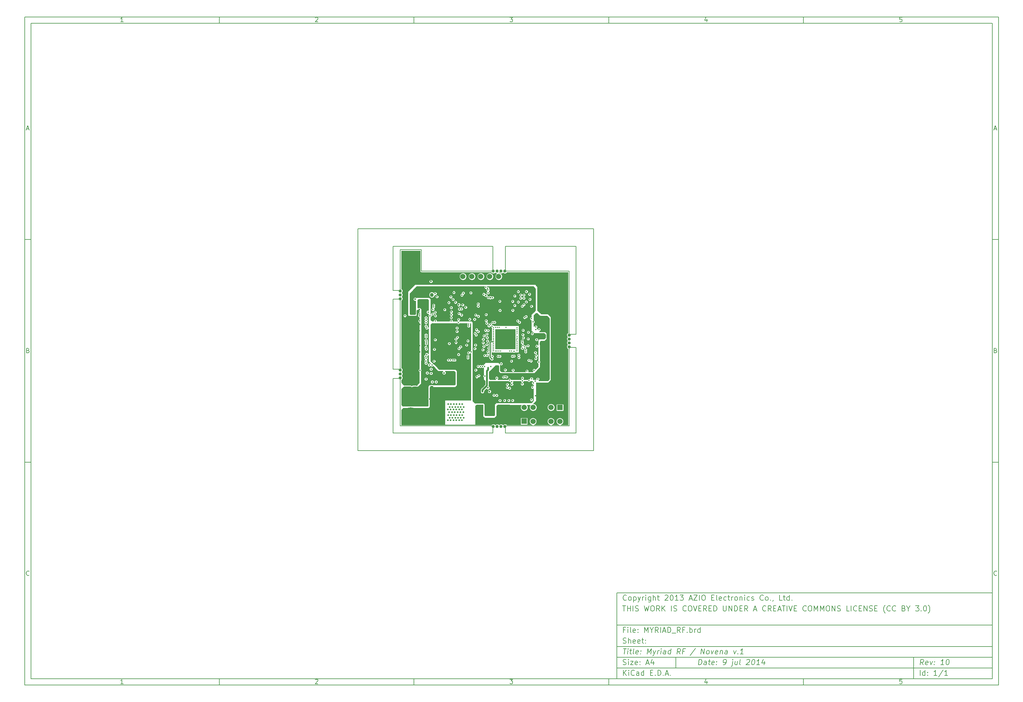
<source format=gbr>
G04 (created by PCBNEW (2013-07-07 BZR 4022)-stable) date 09/07/2014 14:33:10*
%MOIN*%
G04 Gerber Fmt 3.4, Leading zero omitted, Abs format*
%FSLAX34Y34*%
G01*
G70*
G90*
G04 APERTURE LIST*
%ADD10C,0.00590551*%
%ADD11C,0.0077*%
%ADD12C,0.0195*%
%ADD13C,0.0157*%
%ADD14C,0.0354*%
%ADD15C,0.173228*%
%ADD16R,0.0597X0.0597*%
%ADD17C,0.0597*%
%ADD18C,0.15748*%
%ADD19C,0.0590551*%
%ADD20R,0.0590551X0.0590551*%
%ADD21C,0.0432*%
%ADD22C,0.0117*%
%ADD23C,0.0196*%
%ADD24C,0.0138*%
%ADD25C,0.0117*%
%ADD26C,0.0195*%
%ADD27C,0.0078*%
%ADD28C,0.0039*%
%ADD29C,0.01*%
G04 APERTURE END LIST*
G54D10*
X4000Y-4000D02*
X112930Y-4000D01*
X112930Y-78680D01*
X4000Y-78680D01*
X4000Y-4000D01*
X4700Y-4700D02*
X112230Y-4700D01*
X112230Y-77980D01*
X4700Y-77980D01*
X4700Y-4700D01*
X25780Y-4000D02*
X25780Y-4700D01*
X15032Y-4552D02*
X14747Y-4552D01*
X14890Y-4552D02*
X14890Y-4052D01*
X14842Y-4123D01*
X14794Y-4171D01*
X14747Y-4195D01*
X25780Y-78680D02*
X25780Y-77980D01*
X15032Y-78532D02*
X14747Y-78532D01*
X14890Y-78532D02*
X14890Y-78032D01*
X14842Y-78103D01*
X14794Y-78151D01*
X14747Y-78175D01*
X47560Y-4000D02*
X47560Y-4700D01*
X36527Y-4100D02*
X36550Y-4076D01*
X36598Y-4052D01*
X36717Y-4052D01*
X36765Y-4076D01*
X36789Y-4100D01*
X36812Y-4147D01*
X36812Y-4195D01*
X36789Y-4266D01*
X36503Y-4552D01*
X36812Y-4552D01*
X47560Y-78680D02*
X47560Y-77980D01*
X36527Y-78080D02*
X36550Y-78056D01*
X36598Y-78032D01*
X36717Y-78032D01*
X36765Y-78056D01*
X36789Y-78080D01*
X36812Y-78127D01*
X36812Y-78175D01*
X36789Y-78246D01*
X36503Y-78532D01*
X36812Y-78532D01*
X69340Y-4000D02*
X69340Y-4700D01*
X58283Y-4052D02*
X58592Y-4052D01*
X58426Y-4242D01*
X58497Y-4242D01*
X58545Y-4266D01*
X58569Y-4290D01*
X58592Y-4338D01*
X58592Y-4457D01*
X58569Y-4504D01*
X58545Y-4528D01*
X58497Y-4552D01*
X58354Y-4552D01*
X58307Y-4528D01*
X58283Y-4504D01*
X69340Y-78680D02*
X69340Y-77980D01*
X58283Y-78032D02*
X58592Y-78032D01*
X58426Y-78222D01*
X58497Y-78222D01*
X58545Y-78246D01*
X58569Y-78270D01*
X58592Y-78318D01*
X58592Y-78437D01*
X58569Y-78484D01*
X58545Y-78508D01*
X58497Y-78532D01*
X58354Y-78532D01*
X58307Y-78508D01*
X58283Y-78484D01*
X91120Y-4000D02*
X91120Y-4700D01*
X80325Y-4219D02*
X80325Y-4552D01*
X80206Y-4028D02*
X80087Y-4385D01*
X80396Y-4385D01*
X91120Y-78680D02*
X91120Y-77980D01*
X80325Y-78199D02*
X80325Y-78532D01*
X80206Y-78008D02*
X80087Y-78365D01*
X80396Y-78365D01*
X102129Y-4052D02*
X101890Y-4052D01*
X101867Y-4290D01*
X101890Y-4266D01*
X101938Y-4242D01*
X102057Y-4242D01*
X102105Y-4266D01*
X102129Y-4290D01*
X102152Y-4338D01*
X102152Y-4457D01*
X102129Y-4504D01*
X102105Y-4528D01*
X102057Y-4552D01*
X101938Y-4552D01*
X101890Y-4528D01*
X101867Y-4504D01*
X102129Y-78032D02*
X101890Y-78032D01*
X101867Y-78270D01*
X101890Y-78246D01*
X101938Y-78222D01*
X102057Y-78222D01*
X102105Y-78246D01*
X102129Y-78270D01*
X102152Y-78318D01*
X102152Y-78437D01*
X102129Y-78484D01*
X102105Y-78508D01*
X102057Y-78532D01*
X101938Y-78532D01*
X101890Y-78508D01*
X101867Y-78484D01*
X4000Y-28890D02*
X4700Y-28890D01*
X4230Y-16509D02*
X4469Y-16509D01*
X4183Y-16652D02*
X4350Y-16152D01*
X4516Y-16652D01*
X112930Y-28890D02*
X112230Y-28890D01*
X112460Y-16509D02*
X112699Y-16509D01*
X112413Y-16652D02*
X112580Y-16152D01*
X112746Y-16652D01*
X4000Y-53780D02*
X4700Y-53780D01*
X4385Y-41280D02*
X4457Y-41304D01*
X4480Y-41328D01*
X4504Y-41375D01*
X4504Y-41447D01*
X4480Y-41494D01*
X4457Y-41518D01*
X4409Y-41542D01*
X4219Y-41542D01*
X4219Y-41042D01*
X4385Y-41042D01*
X4433Y-41066D01*
X4457Y-41090D01*
X4480Y-41137D01*
X4480Y-41185D01*
X4457Y-41232D01*
X4433Y-41256D01*
X4385Y-41280D01*
X4219Y-41280D01*
X112930Y-53780D02*
X112230Y-53780D01*
X112615Y-41280D02*
X112687Y-41304D01*
X112710Y-41328D01*
X112734Y-41375D01*
X112734Y-41447D01*
X112710Y-41494D01*
X112687Y-41518D01*
X112639Y-41542D01*
X112449Y-41542D01*
X112449Y-41042D01*
X112615Y-41042D01*
X112663Y-41066D01*
X112687Y-41090D01*
X112710Y-41137D01*
X112710Y-41185D01*
X112687Y-41232D01*
X112663Y-41256D01*
X112615Y-41280D01*
X112449Y-41280D01*
X4504Y-66384D02*
X4480Y-66408D01*
X4409Y-66432D01*
X4361Y-66432D01*
X4290Y-66408D01*
X4242Y-66360D01*
X4219Y-66313D01*
X4195Y-66218D01*
X4195Y-66146D01*
X4219Y-66051D01*
X4242Y-66003D01*
X4290Y-65956D01*
X4361Y-65932D01*
X4409Y-65932D01*
X4480Y-65956D01*
X4504Y-65980D01*
X112734Y-66384D02*
X112710Y-66408D01*
X112639Y-66432D01*
X112591Y-66432D01*
X112520Y-66408D01*
X112472Y-66360D01*
X112449Y-66313D01*
X112425Y-66218D01*
X112425Y-66146D01*
X112449Y-66051D01*
X112472Y-66003D01*
X112520Y-65956D01*
X112591Y-65932D01*
X112639Y-65932D01*
X112710Y-65956D01*
X112734Y-65980D01*
X79380Y-76422D02*
X79455Y-75822D01*
X79597Y-75822D01*
X79680Y-75851D01*
X79730Y-75908D01*
X79751Y-75965D01*
X79765Y-76080D01*
X79755Y-76165D01*
X79712Y-76280D01*
X79676Y-76337D01*
X79612Y-76394D01*
X79522Y-76422D01*
X79380Y-76422D01*
X80237Y-76422D02*
X80276Y-76108D01*
X80255Y-76051D01*
X80201Y-76022D01*
X80087Y-76022D01*
X80026Y-76051D01*
X80240Y-76394D02*
X80180Y-76422D01*
X80037Y-76422D01*
X79983Y-76394D01*
X79962Y-76337D01*
X79969Y-76280D01*
X80005Y-76222D01*
X80065Y-76194D01*
X80208Y-76194D01*
X80269Y-76165D01*
X80487Y-76022D02*
X80715Y-76022D01*
X80597Y-75822D02*
X80533Y-76337D01*
X80555Y-76394D01*
X80608Y-76422D01*
X80665Y-76422D01*
X81097Y-76394D02*
X81037Y-76422D01*
X80922Y-76422D01*
X80869Y-76394D01*
X80847Y-76337D01*
X80876Y-76108D01*
X80912Y-76051D01*
X80972Y-76022D01*
X81087Y-76022D01*
X81140Y-76051D01*
X81162Y-76108D01*
X81155Y-76165D01*
X80862Y-76222D01*
X81387Y-76365D02*
X81412Y-76394D01*
X81380Y-76422D01*
X81355Y-76394D01*
X81387Y-76365D01*
X81380Y-76422D01*
X81426Y-76051D02*
X81451Y-76080D01*
X81419Y-76108D01*
X81394Y-76080D01*
X81426Y-76051D01*
X81419Y-76108D01*
X82151Y-76422D02*
X82265Y-76422D01*
X82326Y-76394D01*
X82358Y-76365D01*
X82426Y-76280D01*
X82469Y-76165D01*
X82497Y-75937D01*
X82476Y-75880D01*
X82451Y-75851D01*
X82397Y-75822D01*
X82283Y-75822D01*
X82222Y-75851D01*
X82190Y-75880D01*
X82155Y-75937D01*
X82137Y-76080D01*
X82158Y-76137D01*
X82183Y-76165D01*
X82237Y-76194D01*
X82351Y-76194D01*
X82412Y-76165D01*
X82444Y-76137D01*
X82480Y-76080D01*
X83201Y-76022D02*
X83137Y-76537D01*
X83101Y-76594D01*
X83040Y-76622D01*
X83012Y-76622D01*
X83226Y-75822D02*
X83194Y-75851D01*
X83219Y-75880D01*
X83251Y-75851D01*
X83226Y-75822D01*
X83219Y-75880D01*
X83744Y-76022D02*
X83694Y-76422D01*
X83487Y-76022D02*
X83447Y-76337D01*
X83469Y-76394D01*
X83522Y-76422D01*
X83608Y-76422D01*
X83669Y-76394D01*
X83701Y-76365D01*
X84065Y-76422D02*
X84012Y-76394D01*
X83990Y-76337D01*
X84055Y-75822D01*
X84790Y-75880D02*
X84822Y-75851D01*
X84883Y-75822D01*
X85026Y-75822D01*
X85080Y-75851D01*
X85105Y-75880D01*
X85126Y-75937D01*
X85119Y-75994D01*
X85080Y-76080D01*
X84694Y-76422D01*
X85065Y-76422D01*
X85512Y-75822D02*
X85569Y-75822D01*
X85622Y-75851D01*
X85647Y-75880D01*
X85669Y-75937D01*
X85683Y-76051D01*
X85665Y-76194D01*
X85622Y-76308D01*
X85587Y-76365D01*
X85555Y-76394D01*
X85494Y-76422D01*
X85437Y-76422D01*
X85383Y-76394D01*
X85358Y-76365D01*
X85337Y-76308D01*
X85322Y-76194D01*
X85340Y-76051D01*
X85383Y-75937D01*
X85419Y-75880D01*
X85451Y-75851D01*
X85512Y-75822D01*
X86208Y-76422D02*
X85865Y-76422D01*
X86037Y-76422D02*
X86112Y-75822D01*
X86044Y-75908D01*
X85980Y-75965D01*
X85919Y-75994D01*
X86772Y-76022D02*
X86722Y-76422D01*
X86658Y-75794D02*
X86462Y-76222D01*
X86833Y-76222D01*
X70972Y-77622D02*
X70972Y-77022D01*
X71315Y-77622D02*
X71058Y-77280D01*
X71315Y-77022D02*
X70972Y-77365D01*
X71572Y-77622D02*
X71572Y-77222D01*
X71572Y-77022D02*
X71544Y-77051D01*
X71572Y-77080D01*
X71601Y-77051D01*
X71572Y-77022D01*
X71572Y-77080D01*
X72201Y-77565D02*
X72172Y-77594D01*
X72087Y-77622D01*
X72030Y-77622D01*
X71944Y-77594D01*
X71887Y-77537D01*
X71858Y-77480D01*
X71830Y-77365D01*
X71830Y-77280D01*
X71858Y-77165D01*
X71887Y-77108D01*
X71944Y-77051D01*
X72030Y-77022D01*
X72087Y-77022D01*
X72172Y-77051D01*
X72201Y-77080D01*
X72715Y-77622D02*
X72715Y-77308D01*
X72687Y-77251D01*
X72630Y-77222D01*
X72515Y-77222D01*
X72458Y-77251D01*
X72715Y-77594D02*
X72658Y-77622D01*
X72515Y-77622D01*
X72458Y-77594D01*
X72430Y-77537D01*
X72430Y-77480D01*
X72458Y-77422D01*
X72515Y-77394D01*
X72658Y-77394D01*
X72715Y-77365D01*
X73258Y-77622D02*
X73258Y-77022D01*
X73258Y-77594D02*
X73201Y-77622D01*
X73087Y-77622D01*
X73030Y-77594D01*
X73001Y-77565D01*
X72972Y-77508D01*
X72972Y-77337D01*
X73001Y-77280D01*
X73030Y-77251D01*
X73087Y-77222D01*
X73201Y-77222D01*
X73258Y-77251D01*
X74001Y-77308D02*
X74201Y-77308D01*
X74287Y-77622D02*
X74001Y-77622D01*
X74001Y-77022D01*
X74287Y-77022D01*
X74544Y-77565D02*
X74572Y-77594D01*
X74544Y-77622D01*
X74515Y-77594D01*
X74544Y-77565D01*
X74544Y-77622D01*
X74829Y-77622D02*
X74829Y-77022D01*
X74972Y-77022D01*
X75058Y-77051D01*
X75115Y-77108D01*
X75144Y-77165D01*
X75172Y-77280D01*
X75172Y-77365D01*
X75144Y-77480D01*
X75115Y-77537D01*
X75058Y-77594D01*
X74972Y-77622D01*
X74829Y-77622D01*
X75429Y-77565D02*
X75458Y-77594D01*
X75429Y-77622D01*
X75401Y-77594D01*
X75429Y-77565D01*
X75429Y-77622D01*
X75687Y-77451D02*
X75972Y-77451D01*
X75629Y-77622D02*
X75829Y-77022D01*
X76029Y-77622D01*
X76229Y-77565D02*
X76258Y-77594D01*
X76229Y-77622D01*
X76201Y-77594D01*
X76229Y-77565D01*
X76229Y-77622D01*
X104522Y-76422D02*
X104358Y-76137D01*
X104180Y-76422D02*
X104255Y-75822D01*
X104483Y-75822D01*
X104537Y-75851D01*
X104562Y-75880D01*
X104583Y-75937D01*
X104572Y-76022D01*
X104537Y-76080D01*
X104505Y-76108D01*
X104444Y-76137D01*
X104215Y-76137D01*
X105012Y-76394D02*
X104951Y-76422D01*
X104837Y-76422D01*
X104783Y-76394D01*
X104762Y-76337D01*
X104790Y-76108D01*
X104826Y-76051D01*
X104887Y-76022D01*
X105001Y-76022D01*
X105055Y-76051D01*
X105076Y-76108D01*
X105069Y-76165D01*
X104776Y-76222D01*
X105287Y-76022D02*
X105380Y-76422D01*
X105572Y-76022D01*
X105758Y-76365D02*
X105783Y-76394D01*
X105751Y-76422D01*
X105726Y-76394D01*
X105758Y-76365D01*
X105751Y-76422D01*
X105797Y-76051D02*
X105822Y-76080D01*
X105790Y-76108D01*
X105765Y-76080D01*
X105797Y-76051D01*
X105790Y-76108D01*
X106808Y-76422D02*
X106465Y-76422D01*
X106637Y-76422D02*
X106712Y-75822D01*
X106644Y-75908D01*
X106580Y-75965D01*
X106519Y-75994D01*
X107255Y-75822D02*
X107312Y-75822D01*
X107365Y-75851D01*
X107390Y-75880D01*
X107412Y-75937D01*
X107426Y-76051D01*
X107408Y-76194D01*
X107365Y-76308D01*
X107330Y-76365D01*
X107297Y-76394D01*
X107237Y-76422D01*
X107180Y-76422D01*
X107126Y-76394D01*
X107101Y-76365D01*
X107080Y-76308D01*
X107065Y-76194D01*
X107083Y-76051D01*
X107126Y-75937D01*
X107162Y-75880D01*
X107194Y-75851D01*
X107255Y-75822D01*
X70944Y-76394D02*
X71030Y-76422D01*
X71172Y-76422D01*
X71230Y-76394D01*
X71258Y-76365D01*
X71287Y-76308D01*
X71287Y-76251D01*
X71258Y-76194D01*
X71230Y-76165D01*
X71172Y-76137D01*
X71058Y-76108D01*
X71001Y-76080D01*
X70972Y-76051D01*
X70944Y-75994D01*
X70944Y-75937D01*
X70972Y-75880D01*
X71001Y-75851D01*
X71058Y-75822D01*
X71201Y-75822D01*
X71287Y-75851D01*
X71544Y-76422D02*
X71544Y-76022D01*
X71544Y-75822D02*
X71515Y-75851D01*
X71544Y-75880D01*
X71572Y-75851D01*
X71544Y-75822D01*
X71544Y-75880D01*
X71772Y-76022D02*
X72087Y-76022D01*
X71772Y-76422D01*
X72087Y-76422D01*
X72544Y-76394D02*
X72487Y-76422D01*
X72372Y-76422D01*
X72315Y-76394D01*
X72287Y-76337D01*
X72287Y-76108D01*
X72315Y-76051D01*
X72372Y-76022D01*
X72487Y-76022D01*
X72544Y-76051D01*
X72572Y-76108D01*
X72572Y-76165D01*
X72287Y-76222D01*
X72830Y-76365D02*
X72858Y-76394D01*
X72830Y-76422D01*
X72801Y-76394D01*
X72830Y-76365D01*
X72830Y-76422D01*
X72830Y-76051D02*
X72858Y-76080D01*
X72830Y-76108D01*
X72801Y-76080D01*
X72830Y-76051D01*
X72830Y-76108D01*
X73544Y-76251D02*
X73830Y-76251D01*
X73487Y-76422D02*
X73687Y-75822D01*
X73887Y-76422D01*
X74344Y-76022D02*
X74344Y-76422D01*
X74201Y-75794D02*
X74058Y-76222D01*
X74430Y-76222D01*
X104172Y-77622D02*
X104172Y-77022D01*
X104715Y-77622D02*
X104715Y-77022D01*
X104715Y-77594D02*
X104658Y-77622D01*
X104544Y-77622D01*
X104487Y-77594D01*
X104458Y-77565D01*
X104430Y-77508D01*
X104430Y-77337D01*
X104458Y-77280D01*
X104487Y-77251D01*
X104544Y-77222D01*
X104658Y-77222D01*
X104715Y-77251D01*
X105001Y-77565D02*
X105030Y-77594D01*
X105001Y-77622D01*
X104972Y-77594D01*
X105001Y-77565D01*
X105001Y-77622D01*
X105001Y-77251D02*
X105030Y-77280D01*
X105001Y-77308D01*
X104972Y-77280D01*
X105001Y-77251D01*
X105001Y-77308D01*
X106058Y-77622D02*
X105715Y-77622D01*
X105887Y-77622D02*
X105887Y-77022D01*
X105829Y-77108D01*
X105772Y-77165D01*
X105715Y-77194D01*
X106744Y-76994D02*
X106230Y-77765D01*
X107258Y-77622D02*
X106915Y-77622D01*
X107087Y-77622D02*
X107087Y-77022D01*
X107029Y-77108D01*
X106972Y-77165D01*
X106915Y-77194D01*
X70969Y-74622D02*
X71312Y-74622D01*
X71065Y-75222D02*
X71140Y-74622D01*
X71437Y-75222D02*
X71487Y-74822D01*
X71512Y-74622D02*
X71480Y-74651D01*
X71505Y-74680D01*
X71537Y-74651D01*
X71512Y-74622D01*
X71505Y-74680D01*
X71687Y-74822D02*
X71915Y-74822D01*
X71797Y-74622D02*
X71733Y-75137D01*
X71755Y-75194D01*
X71808Y-75222D01*
X71865Y-75222D01*
X72151Y-75222D02*
X72097Y-75194D01*
X72076Y-75137D01*
X72140Y-74622D01*
X72612Y-75194D02*
X72551Y-75222D01*
X72437Y-75222D01*
X72383Y-75194D01*
X72362Y-75137D01*
X72390Y-74908D01*
X72426Y-74851D01*
X72487Y-74822D01*
X72601Y-74822D01*
X72655Y-74851D01*
X72676Y-74908D01*
X72669Y-74965D01*
X72376Y-75022D01*
X72901Y-75165D02*
X72926Y-75194D01*
X72894Y-75222D01*
X72869Y-75194D01*
X72901Y-75165D01*
X72894Y-75222D01*
X72940Y-74851D02*
X72965Y-74880D01*
X72933Y-74908D01*
X72908Y-74880D01*
X72940Y-74851D01*
X72933Y-74908D01*
X73637Y-75222D02*
X73712Y-74622D01*
X73858Y-75051D01*
X74112Y-74622D01*
X74037Y-75222D01*
X74315Y-74822D02*
X74408Y-75222D01*
X74601Y-74822D02*
X74408Y-75222D01*
X74333Y-75365D01*
X74301Y-75394D01*
X74240Y-75422D01*
X74780Y-75222D02*
X74830Y-74822D01*
X74815Y-74937D02*
X74851Y-74880D01*
X74883Y-74851D01*
X74944Y-74822D01*
X75001Y-74822D01*
X75151Y-75222D02*
X75201Y-74822D01*
X75226Y-74622D02*
X75194Y-74651D01*
X75219Y-74680D01*
X75251Y-74651D01*
X75226Y-74622D01*
X75219Y-74680D01*
X75694Y-75222D02*
X75733Y-74908D01*
X75712Y-74851D01*
X75658Y-74822D01*
X75544Y-74822D01*
X75483Y-74851D01*
X75697Y-75194D02*
X75637Y-75222D01*
X75494Y-75222D01*
X75440Y-75194D01*
X75419Y-75137D01*
X75426Y-75080D01*
X75462Y-75022D01*
X75522Y-74994D01*
X75665Y-74994D01*
X75726Y-74965D01*
X76237Y-75222D02*
X76312Y-74622D01*
X76240Y-75194D02*
X76180Y-75222D01*
X76065Y-75222D01*
X76012Y-75194D01*
X75987Y-75165D01*
X75965Y-75108D01*
X75987Y-74937D01*
X76022Y-74880D01*
X76055Y-74851D01*
X76115Y-74822D01*
X76230Y-74822D01*
X76283Y-74851D01*
X77322Y-75222D02*
X77158Y-74937D01*
X76980Y-75222D02*
X77055Y-74622D01*
X77283Y-74622D01*
X77337Y-74651D01*
X77362Y-74680D01*
X77383Y-74737D01*
X77372Y-74822D01*
X77337Y-74880D01*
X77305Y-74908D01*
X77244Y-74937D01*
X77015Y-74937D01*
X77819Y-74908D02*
X77619Y-74908D01*
X77580Y-75222D02*
X77655Y-74622D01*
X77940Y-74622D01*
X79058Y-74594D02*
X78447Y-75365D01*
X79637Y-75222D02*
X79712Y-74622D01*
X79980Y-75222D01*
X80055Y-74622D01*
X80351Y-75222D02*
X80297Y-75194D01*
X80272Y-75165D01*
X80251Y-75108D01*
X80272Y-74937D01*
X80308Y-74880D01*
X80340Y-74851D01*
X80401Y-74822D01*
X80487Y-74822D01*
X80540Y-74851D01*
X80565Y-74880D01*
X80587Y-74937D01*
X80565Y-75108D01*
X80530Y-75165D01*
X80497Y-75194D01*
X80437Y-75222D01*
X80351Y-75222D01*
X80801Y-74822D02*
X80894Y-75222D01*
X81087Y-74822D01*
X81497Y-75194D02*
X81437Y-75222D01*
X81322Y-75222D01*
X81269Y-75194D01*
X81247Y-75137D01*
X81276Y-74908D01*
X81312Y-74851D01*
X81372Y-74822D01*
X81487Y-74822D01*
X81540Y-74851D01*
X81562Y-74908D01*
X81555Y-74965D01*
X81262Y-75022D01*
X81830Y-74822D02*
X81780Y-75222D01*
X81822Y-74880D02*
X81855Y-74851D01*
X81915Y-74822D01*
X82001Y-74822D01*
X82055Y-74851D01*
X82076Y-74908D01*
X82037Y-75222D01*
X82580Y-75222D02*
X82619Y-74908D01*
X82597Y-74851D01*
X82544Y-74822D01*
X82430Y-74822D01*
X82369Y-74851D01*
X82583Y-75194D02*
X82522Y-75222D01*
X82380Y-75222D01*
X82326Y-75194D01*
X82305Y-75137D01*
X82312Y-75080D01*
X82347Y-75022D01*
X82408Y-74994D01*
X82551Y-74994D01*
X82612Y-74965D01*
X83315Y-74822D02*
X83408Y-75222D01*
X83601Y-74822D01*
X83787Y-75165D02*
X83812Y-75194D01*
X83780Y-75222D01*
X83755Y-75194D01*
X83787Y-75165D01*
X83780Y-75222D01*
X84380Y-75222D02*
X84037Y-75222D01*
X84208Y-75222D02*
X84283Y-74622D01*
X84215Y-74708D01*
X84151Y-74765D01*
X84090Y-74794D01*
X71172Y-72508D02*
X70972Y-72508D01*
X70972Y-72822D02*
X70972Y-72222D01*
X71258Y-72222D01*
X71487Y-72822D02*
X71487Y-72422D01*
X71487Y-72222D02*
X71458Y-72251D01*
X71487Y-72280D01*
X71515Y-72251D01*
X71487Y-72222D01*
X71487Y-72280D01*
X71858Y-72822D02*
X71801Y-72794D01*
X71772Y-72737D01*
X71772Y-72222D01*
X72315Y-72794D02*
X72258Y-72822D01*
X72144Y-72822D01*
X72087Y-72794D01*
X72058Y-72737D01*
X72058Y-72508D01*
X72087Y-72451D01*
X72144Y-72422D01*
X72258Y-72422D01*
X72315Y-72451D01*
X72344Y-72508D01*
X72344Y-72565D01*
X72058Y-72622D01*
X72601Y-72765D02*
X72630Y-72794D01*
X72601Y-72822D01*
X72572Y-72794D01*
X72601Y-72765D01*
X72601Y-72822D01*
X72601Y-72451D02*
X72630Y-72480D01*
X72601Y-72508D01*
X72572Y-72480D01*
X72601Y-72451D01*
X72601Y-72508D01*
X73344Y-72822D02*
X73344Y-72222D01*
X73544Y-72651D01*
X73744Y-72222D01*
X73744Y-72822D01*
X74144Y-72537D02*
X74144Y-72822D01*
X73944Y-72222D02*
X74144Y-72537D01*
X74344Y-72222D01*
X74887Y-72822D02*
X74687Y-72537D01*
X74544Y-72822D02*
X74544Y-72222D01*
X74772Y-72222D01*
X74830Y-72251D01*
X74858Y-72280D01*
X74887Y-72337D01*
X74887Y-72422D01*
X74858Y-72480D01*
X74830Y-72508D01*
X74772Y-72537D01*
X74544Y-72537D01*
X75144Y-72822D02*
X75144Y-72222D01*
X75401Y-72651D02*
X75687Y-72651D01*
X75344Y-72822D02*
X75544Y-72222D01*
X75744Y-72822D01*
X75944Y-72822D02*
X75944Y-72222D01*
X76087Y-72222D01*
X76172Y-72251D01*
X76230Y-72308D01*
X76258Y-72365D01*
X76287Y-72480D01*
X76287Y-72565D01*
X76258Y-72680D01*
X76230Y-72737D01*
X76172Y-72794D01*
X76087Y-72822D01*
X75944Y-72822D01*
X76401Y-72880D02*
X76858Y-72880D01*
X77344Y-72822D02*
X77144Y-72537D01*
X77001Y-72822D02*
X77001Y-72222D01*
X77230Y-72222D01*
X77287Y-72251D01*
X77315Y-72280D01*
X77344Y-72337D01*
X77344Y-72422D01*
X77315Y-72480D01*
X77287Y-72508D01*
X77230Y-72537D01*
X77001Y-72537D01*
X77801Y-72508D02*
X77601Y-72508D01*
X77601Y-72822D02*
X77601Y-72222D01*
X77887Y-72222D01*
X78115Y-72765D02*
X78144Y-72794D01*
X78115Y-72822D01*
X78087Y-72794D01*
X78115Y-72765D01*
X78115Y-72822D01*
X78401Y-72822D02*
X78401Y-72222D01*
X78401Y-72451D02*
X78458Y-72422D01*
X78572Y-72422D01*
X78630Y-72451D01*
X78658Y-72480D01*
X78687Y-72537D01*
X78687Y-72708D01*
X78658Y-72765D01*
X78630Y-72794D01*
X78572Y-72822D01*
X78458Y-72822D01*
X78401Y-72794D01*
X78944Y-72822D02*
X78944Y-72422D01*
X78944Y-72537D02*
X78972Y-72480D01*
X79001Y-72451D01*
X79058Y-72422D01*
X79115Y-72422D01*
X79572Y-72822D02*
X79572Y-72222D01*
X79572Y-72794D02*
X79515Y-72822D01*
X79401Y-72822D01*
X79344Y-72794D01*
X79315Y-72765D01*
X79287Y-72708D01*
X79287Y-72537D01*
X79315Y-72480D01*
X79344Y-72451D01*
X79401Y-72422D01*
X79515Y-72422D01*
X79572Y-72451D01*
X70944Y-73994D02*
X71030Y-74022D01*
X71172Y-74022D01*
X71230Y-73994D01*
X71258Y-73965D01*
X71287Y-73908D01*
X71287Y-73851D01*
X71258Y-73794D01*
X71230Y-73765D01*
X71172Y-73737D01*
X71058Y-73708D01*
X71001Y-73680D01*
X70972Y-73651D01*
X70944Y-73594D01*
X70944Y-73537D01*
X70972Y-73480D01*
X71001Y-73451D01*
X71058Y-73422D01*
X71201Y-73422D01*
X71287Y-73451D01*
X71544Y-74022D02*
X71544Y-73422D01*
X71801Y-74022D02*
X71801Y-73708D01*
X71772Y-73651D01*
X71715Y-73622D01*
X71630Y-73622D01*
X71572Y-73651D01*
X71544Y-73680D01*
X72315Y-73994D02*
X72258Y-74022D01*
X72144Y-74022D01*
X72087Y-73994D01*
X72058Y-73937D01*
X72058Y-73708D01*
X72087Y-73651D01*
X72144Y-73622D01*
X72258Y-73622D01*
X72315Y-73651D01*
X72344Y-73708D01*
X72344Y-73765D01*
X72058Y-73822D01*
X72830Y-73994D02*
X72772Y-74022D01*
X72658Y-74022D01*
X72601Y-73994D01*
X72572Y-73937D01*
X72572Y-73708D01*
X72601Y-73651D01*
X72658Y-73622D01*
X72772Y-73622D01*
X72830Y-73651D01*
X72858Y-73708D01*
X72858Y-73765D01*
X72572Y-73822D01*
X73030Y-73622D02*
X73258Y-73622D01*
X73115Y-73422D02*
X73115Y-73937D01*
X73144Y-73994D01*
X73201Y-74022D01*
X73258Y-74022D01*
X73458Y-73965D02*
X73487Y-73994D01*
X73458Y-74022D01*
X73430Y-73994D01*
X73458Y-73965D01*
X73458Y-74022D01*
X73458Y-73651D02*
X73487Y-73680D01*
X73458Y-73708D01*
X73430Y-73680D01*
X73458Y-73651D01*
X73458Y-73708D01*
X70887Y-69822D02*
X71230Y-69822D01*
X71058Y-70422D02*
X71058Y-69822D01*
X71430Y-70422D02*
X71430Y-69822D01*
X71430Y-70108D02*
X71772Y-70108D01*
X71772Y-70422D02*
X71772Y-69822D01*
X72058Y-70422D02*
X72058Y-69822D01*
X72315Y-70394D02*
X72401Y-70422D01*
X72544Y-70422D01*
X72601Y-70394D01*
X72629Y-70365D01*
X72658Y-70308D01*
X72658Y-70251D01*
X72629Y-70194D01*
X72601Y-70165D01*
X72544Y-70137D01*
X72429Y-70108D01*
X72372Y-70080D01*
X72344Y-70051D01*
X72315Y-69994D01*
X72315Y-69937D01*
X72344Y-69880D01*
X72372Y-69851D01*
X72429Y-69822D01*
X72572Y-69822D01*
X72658Y-69851D01*
X73315Y-69822D02*
X73458Y-70422D01*
X73572Y-69994D01*
X73687Y-70422D01*
X73830Y-69822D01*
X74172Y-69822D02*
X74287Y-69822D01*
X74344Y-69851D01*
X74401Y-69908D01*
X74430Y-70022D01*
X74430Y-70222D01*
X74401Y-70337D01*
X74344Y-70394D01*
X74287Y-70422D01*
X74172Y-70422D01*
X74115Y-70394D01*
X74058Y-70337D01*
X74030Y-70222D01*
X74030Y-70022D01*
X74058Y-69908D01*
X74115Y-69851D01*
X74172Y-69822D01*
X75029Y-70422D02*
X74829Y-70137D01*
X74687Y-70422D02*
X74687Y-69822D01*
X74915Y-69822D01*
X74972Y-69851D01*
X75001Y-69880D01*
X75029Y-69937D01*
X75029Y-70022D01*
X75001Y-70080D01*
X74972Y-70108D01*
X74915Y-70137D01*
X74687Y-70137D01*
X75287Y-70422D02*
X75287Y-69822D01*
X75629Y-70422D02*
X75372Y-70080D01*
X75629Y-69822D02*
X75287Y-70165D01*
X76344Y-70422D02*
X76344Y-69822D01*
X76601Y-70394D02*
X76687Y-70422D01*
X76829Y-70422D01*
X76887Y-70394D01*
X76915Y-70365D01*
X76944Y-70308D01*
X76944Y-70251D01*
X76915Y-70194D01*
X76887Y-70165D01*
X76829Y-70137D01*
X76715Y-70108D01*
X76658Y-70080D01*
X76629Y-70051D01*
X76601Y-69994D01*
X76601Y-69937D01*
X76629Y-69880D01*
X76658Y-69851D01*
X76715Y-69822D01*
X76858Y-69822D01*
X76944Y-69851D01*
X78001Y-70365D02*
X77972Y-70394D01*
X77887Y-70422D01*
X77830Y-70422D01*
X77744Y-70394D01*
X77687Y-70337D01*
X77658Y-70280D01*
X77630Y-70165D01*
X77630Y-70080D01*
X77658Y-69965D01*
X77687Y-69908D01*
X77744Y-69851D01*
X77830Y-69822D01*
X77887Y-69822D01*
X77972Y-69851D01*
X78001Y-69880D01*
X78372Y-69822D02*
X78487Y-69822D01*
X78544Y-69851D01*
X78601Y-69908D01*
X78630Y-70022D01*
X78630Y-70222D01*
X78601Y-70337D01*
X78544Y-70394D01*
X78487Y-70422D01*
X78372Y-70422D01*
X78315Y-70394D01*
X78258Y-70337D01*
X78230Y-70222D01*
X78230Y-70022D01*
X78258Y-69908D01*
X78315Y-69851D01*
X78372Y-69822D01*
X78801Y-69822D02*
X79001Y-70422D01*
X79201Y-69822D01*
X79401Y-70108D02*
X79601Y-70108D01*
X79687Y-70422D02*
X79401Y-70422D01*
X79401Y-69822D01*
X79687Y-69822D01*
X80287Y-70422D02*
X80087Y-70137D01*
X79944Y-70422D02*
X79944Y-69822D01*
X80172Y-69822D01*
X80229Y-69851D01*
X80258Y-69880D01*
X80287Y-69937D01*
X80287Y-70022D01*
X80258Y-70080D01*
X80229Y-70108D01*
X80172Y-70137D01*
X79944Y-70137D01*
X80544Y-70108D02*
X80744Y-70108D01*
X80829Y-70422D02*
X80544Y-70422D01*
X80544Y-69822D01*
X80829Y-69822D01*
X81087Y-70422D02*
X81087Y-69822D01*
X81229Y-69822D01*
X81315Y-69851D01*
X81372Y-69908D01*
X81401Y-69965D01*
X81429Y-70080D01*
X81429Y-70165D01*
X81401Y-70280D01*
X81372Y-70337D01*
X81315Y-70394D01*
X81229Y-70422D01*
X81087Y-70422D01*
X82144Y-69822D02*
X82144Y-70308D01*
X82172Y-70365D01*
X82201Y-70394D01*
X82258Y-70422D01*
X82372Y-70422D01*
X82429Y-70394D01*
X82458Y-70365D01*
X82487Y-70308D01*
X82487Y-69822D01*
X82772Y-70422D02*
X82772Y-69822D01*
X83115Y-70422D01*
X83115Y-69822D01*
X83401Y-70422D02*
X83401Y-69822D01*
X83544Y-69822D01*
X83629Y-69851D01*
X83687Y-69908D01*
X83715Y-69965D01*
X83744Y-70080D01*
X83744Y-70165D01*
X83715Y-70280D01*
X83687Y-70337D01*
X83629Y-70394D01*
X83544Y-70422D01*
X83401Y-70422D01*
X84001Y-70108D02*
X84201Y-70108D01*
X84287Y-70422D02*
X84001Y-70422D01*
X84001Y-69822D01*
X84287Y-69822D01*
X84887Y-70422D02*
X84687Y-70137D01*
X84544Y-70422D02*
X84544Y-69822D01*
X84772Y-69822D01*
X84829Y-69851D01*
X84858Y-69880D01*
X84887Y-69937D01*
X84887Y-70022D01*
X84858Y-70080D01*
X84829Y-70108D01*
X84772Y-70137D01*
X84544Y-70137D01*
X85572Y-70251D02*
X85858Y-70251D01*
X85515Y-70422D02*
X85715Y-69822D01*
X85915Y-70422D01*
X86915Y-70365D02*
X86887Y-70394D01*
X86801Y-70422D01*
X86744Y-70422D01*
X86658Y-70394D01*
X86601Y-70337D01*
X86572Y-70280D01*
X86544Y-70165D01*
X86544Y-70080D01*
X86572Y-69965D01*
X86601Y-69908D01*
X86658Y-69851D01*
X86744Y-69822D01*
X86801Y-69822D01*
X86887Y-69851D01*
X86915Y-69880D01*
X87515Y-70422D02*
X87315Y-70137D01*
X87172Y-70422D02*
X87172Y-69822D01*
X87401Y-69822D01*
X87458Y-69851D01*
X87487Y-69880D01*
X87515Y-69937D01*
X87515Y-70022D01*
X87487Y-70080D01*
X87458Y-70108D01*
X87401Y-70137D01*
X87172Y-70137D01*
X87772Y-70108D02*
X87972Y-70108D01*
X88058Y-70422D02*
X87772Y-70422D01*
X87772Y-69822D01*
X88058Y-69822D01*
X88287Y-70251D02*
X88572Y-70251D01*
X88229Y-70422D02*
X88429Y-69822D01*
X88629Y-70422D01*
X88744Y-69822D02*
X89087Y-69822D01*
X88915Y-70422D02*
X88915Y-69822D01*
X89287Y-70422D02*
X89287Y-69822D01*
X89487Y-69822D02*
X89687Y-70422D01*
X89887Y-69822D01*
X90087Y-70108D02*
X90287Y-70108D01*
X90372Y-70422D02*
X90087Y-70422D01*
X90087Y-69822D01*
X90372Y-69822D01*
X91429Y-70365D02*
X91401Y-70394D01*
X91315Y-70422D01*
X91258Y-70422D01*
X91172Y-70394D01*
X91115Y-70337D01*
X91087Y-70280D01*
X91058Y-70165D01*
X91058Y-70080D01*
X91087Y-69965D01*
X91115Y-69908D01*
X91172Y-69851D01*
X91258Y-69822D01*
X91315Y-69822D01*
X91401Y-69851D01*
X91429Y-69880D01*
X91801Y-69822D02*
X91915Y-69822D01*
X91972Y-69851D01*
X92029Y-69908D01*
X92058Y-70022D01*
X92058Y-70222D01*
X92029Y-70337D01*
X91972Y-70394D01*
X91915Y-70422D01*
X91801Y-70422D01*
X91744Y-70394D01*
X91687Y-70337D01*
X91658Y-70222D01*
X91658Y-70022D01*
X91687Y-69908D01*
X91744Y-69851D01*
X91801Y-69822D01*
X92315Y-70422D02*
X92315Y-69822D01*
X92515Y-70251D01*
X92715Y-69822D01*
X92715Y-70422D01*
X93001Y-70422D02*
X93001Y-69822D01*
X93201Y-70251D01*
X93401Y-69822D01*
X93401Y-70422D01*
X93801Y-69822D02*
X93915Y-69822D01*
X93972Y-69851D01*
X94029Y-69908D01*
X94058Y-70022D01*
X94058Y-70222D01*
X94029Y-70337D01*
X93972Y-70394D01*
X93915Y-70422D01*
X93801Y-70422D01*
X93744Y-70394D01*
X93687Y-70337D01*
X93658Y-70222D01*
X93658Y-70022D01*
X93687Y-69908D01*
X93744Y-69851D01*
X93801Y-69822D01*
X94315Y-70422D02*
X94315Y-69822D01*
X94658Y-70422D01*
X94658Y-69822D01*
X94915Y-70394D02*
X95001Y-70422D01*
X95144Y-70422D01*
X95201Y-70394D01*
X95229Y-70365D01*
X95258Y-70308D01*
X95258Y-70251D01*
X95229Y-70194D01*
X95201Y-70165D01*
X95144Y-70137D01*
X95029Y-70108D01*
X94972Y-70080D01*
X94944Y-70051D01*
X94915Y-69994D01*
X94915Y-69937D01*
X94944Y-69880D01*
X94972Y-69851D01*
X95029Y-69822D01*
X95172Y-69822D01*
X95258Y-69851D01*
X96258Y-70422D02*
X95972Y-70422D01*
X95972Y-69822D01*
X96458Y-70422D02*
X96458Y-69822D01*
X97087Y-70365D02*
X97058Y-70394D01*
X96972Y-70422D01*
X96915Y-70422D01*
X96829Y-70394D01*
X96772Y-70337D01*
X96744Y-70280D01*
X96715Y-70165D01*
X96715Y-70080D01*
X96744Y-69965D01*
X96772Y-69908D01*
X96829Y-69851D01*
X96915Y-69822D01*
X96972Y-69822D01*
X97058Y-69851D01*
X97087Y-69880D01*
X97344Y-70108D02*
X97544Y-70108D01*
X97629Y-70422D02*
X97344Y-70422D01*
X97344Y-69822D01*
X97629Y-69822D01*
X97887Y-70422D02*
X97887Y-69822D01*
X98229Y-70422D01*
X98229Y-69822D01*
X98487Y-70394D02*
X98572Y-70422D01*
X98715Y-70422D01*
X98772Y-70394D01*
X98801Y-70365D01*
X98829Y-70308D01*
X98829Y-70251D01*
X98801Y-70194D01*
X98772Y-70165D01*
X98715Y-70137D01*
X98601Y-70108D01*
X98544Y-70080D01*
X98515Y-70051D01*
X98487Y-69994D01*
X98487Y-69937D01*
X98515Y-69880D01*
X98544Y-69851D01*
X98601Y-69822D01*
X98744Y-69822D01*
X98829Y-69851D01*
X99087Y-70108D02*
X99287Y-70108D01*
X99372Y-70422D02*
X99087Y-70422D01*
X99087Y-69822D01*
X99372Y-69822D01*
X100258Y-70651D02*
X100229Y-70622D01*
X100172Y-70537D01*
X100144Y-70480D01*
X100115Y-70394D01*
X100087Y-70251D01*
X100087Y-70137D01*
X100115Y-69994D01*
X100144Y-69908D01*
X100172Y-69851D01*
X100229Y-69765D01*
X100258Y-69737D01*
X100829Y-70365D02*
X100801Y-70394D01*
X100715Y-70422D01*
X100658Y-70422D01*
X100572Y-70394D01*
X100515Y-70337D01*
X100487Y-70280D01*
X100458Y-70165D01*
X100458Y-70080D01*
X100487Y-69965D01*
X100515Y-69908D01*
X100572Y-69851D01*
X100658Y-69822D01*
X100715Y-69822D01*
X100801Y-69851D01*
X100829Y-69880D01*
X101429Y-70365D02*
X101401Y-70394D01*
X101315Y-70422D01*
X101258Y-70422D01*
X101172Y-70394D01*
X101115Y-70337D01*
X101087Y-70280D01*
X101058Y-70165D01*
X101058Y-70080D01*
X101087Y-69965D01*
X101115Y-69908D01*
X101172Y-69851D01*
X101258Y-69822D01*
X101315Y-69822D01*
X101401Y-69851D01*
X101429Y-69880D01*
X102344Y-70108D02*
X102429Y-70137D01*
X102458Y-70165D01*
X102487Y-70222D01*
X102487Y-70308D01*
X102458Y-70365D01*
X102429Y-70394D01*
X102372Y-70422D01*
X102144Y-70422D01*
X102144Y-69822D01*
X102344Y-69822D01*
X102401Y-69851D01*
X102429Y-69880D01*
X102458Y-69937D01*
X102458Y-69994D01*
X102429Y-70051D01*
X102401Y-70080D01*
X102344Y-70108D01*
X102144Y-70108D01*
X102858Y-70137D02*
X102858Y-70422D01*
X102658Y-69822D02*
X102858Y-70137D01*
X103058Y-69822D01*
X103658Y-69822D02*
X104029Y-69822D01*
X103829Y-70051D01*
X103915Y-70051D01*
X103972Y-70080D01*
X104001Y-70108D01*
X104029Y-70165D01*
X104029Y-70308D01*
X104001Y-70365D01*
X103972Y-70394D01*
X103915Y-70422D01*
X103744Y-70422D01*
X103687Y-70394D01*
X103658Y-70365D01*
X104287Y-70365D02*
X104315Y-70394D01*
X104287Y-70422D01*
X104258Y-70394D01*
X104287Y-70365D01*
X104287Y-70422D01*
X104687Y-69822D02*
X104744Y-69822D01*
X104801Y-69851D01*
X104829Y-69880D01*
X104858Y-69937D01*
X104887Y-70051D01*
X104887Y-70194D01*
X104858Y-70308D01*
X104829Y-70365D01*
X104801Y-70394D01*
X104744Y-70422D01*
X104687Y-70422D01*
X104629Y-70394D01*
X104601Y-70365D01*
X104572Y-70308D01*
X104544Y-70194D01*
X104544Y-70051D01*
X104572Y-69937D01*
X104601Y-69880D01*
X104629Y-69851D01*
X104687Y-69822D01*
X105087Y-70651D02*
X105115Y-70622D01*
X105172Y-70537D01*
X105201Y-70480D01*
X105229Y-70394D01*
X105258Y-70251D01*
X105258Y-70137D01*
X105229Y-69994D01*
X105201Y-69908D01*
X105172Y-69851D01*
X105115Y-69765D01*
X105087Y-69737D01*
X71315Y-69165D02*
X71287Y-69194D01*
X71201Y-69222D01*
X71144Y-69222D01*
X71058Y-69194D01*
X71001Y-69137D01*
X70972Y-69080D01*
X70944Y-68965D01*
X70944Y-68880D01*
X70972Y-68765D01*
X71001Y-68708D01*
X71058Y-68651D01*
X71144Y-68622D01*
X71201Y-68622D01*
X71287Y-68651D01*
X71315Y-68680D01*
X71658Y-69222D02*
X71601Y-69194D01*
X71572Y-69165D01*
X71544Y-69108D01*
X71544Y-68937D01*
X71572Y-68880D01*
X71601Y-68851D01*
X71658Y-68822D01*
X71744Y-68822D01*
X71801Y-68851D01*
X71830Y-68880D01*
X71858Y-68937D01*
X71858Y-69108D01*
X71830Y-69165D01*
X71801Y-69194D01*
X71744Y-69222D01*
X71658Y-69222D01*
X72115Y-68822D02*
X72115Y-69422D01*
X72115Y-68851D02*
X72172Y-68822D01*
X72287Y-68822D01*
X72344Y-68851D01*
X72372Y-68880D01*
X72401Y-68937D01*
X72401Y-69108D01*
X72372Y-69165D01*
X72344Y-69194D01*
X72287Y-69222D01*
X72172Y-69222D01*
X72115Y-69194D01*
X72601Y-68822D02*
X72744Y-69222D01*
X72887Y-68822D02*
X72744Y-69222D01*
X72687Y-69365D01*
X72658Y-69394D01*
X72601Y-69422D01*
X73115Y-69222D02*
X73115Y-68822D01*
X73115Y-68937D02*
X73144Y-68880D01*
X73172Y-68851D01*
X73230Y-68822D01*
X73287Y-68822D01*
X73487Y-69222D02*
X73487Y-68822D01*
X73487Y-68622D02*
X73458Y-68651D01*
X73487Y-68680D01*
X73515Y-68651D01*
X73487Y-68622D01*
X73487Y-68680D01*
X74030Y-68822D02*
X74030Y-69308D01*
X74001Y-69365D01*
X73972Y-69394D01*
X73915Y-69422D01*
X73830Y-69422D01*
X73772Y-69394D01*
X74030Y-69194D02*
X73972Y-69222D01*
X73858Y-69222D01*
X73801Y-69194D01*
X73772Y-69165D01*
X73744Y-69108D01*
X73744Y-68937D01*
X73772Y-68880D01*
X73801Y-68851D01*
X73858Y-68822D01*
X73972Y-68822D01*
X74030Y-68851D01*
X74315Y-69222D02*
X74315Y-68622D01*
X74572Y-69222D02*
X74572Y-68908D01*
X74544Y-68851D01*
X74487Y-68822D01*
X74401Y-68822D01*
X74344Y-68851D01*
X74315Y-68880D01*
X74772Y-68822D02*
X75001Y-68822D01*
X74858Y-68622D02*
X74858Y-69137D01*
X74887Y-69194D01*
X74944Y-69222D01*
X75001Y-69222D01*
X75630Y-68680D02*
X75658Y-68651D01*
X75715Y-68622D01*
X75858Y-68622D01*
X75915Y-68651D01*
X75944Y-68680D01*
X75972Y-68737D01*
X75972Y-68794D01*
X75944Y-68880D01*
X75601Y-69222D01*
X75972Y-69222D01*
X76344Y-68622D02*
X76401Y-68622D01*
X76458Y-68651D01*
X76487Y-68680D01*
X76515Y-68737D01*
X76544Y-68851D01*
X76544Y-68994D01*
X76515Y-69108D01*
X76487Y-69165D01*
X76458Y-69194D01*
X76401Y-69222D01*
X76344Y-69222D01*
X76287Y-69194D01*
X76258Y-69165D01*
X76230Y-69108D01*
X76201Y-68994D01*
X76201Y-68851D01*
X76230Y-68737D01*
X76258Y-68680D01*
X76287Y-68651D01*
X76344Y-68622D01*
X77115Y-69222D02*
X76772Y-69222D01*
X76944Y-69222D02*
X76944Y-68622D01*
X76887Y-68708D01*
X76830Y-68765D01*
X76772Y-68794D01*
X77315Y-68622D02*
X77687Y-68622D01*
X77487Y-68851D01*
X77572Y-68851D01*
X77630Y-68880D01*
X77658Y-68908D01*
X77687Y-68965D01*
X77687Y-69108D01*
X77658Y-69165D01*
X77630Y-69194D01*
X77572Y-69222D01*
X77401Y-69222D01*
X77344Y-69194D01*
X77315Y-69165D01*
X78372Y-69051D02*
X78658Y-69051D01*
X78315Y-69222D02*
X78515Y-68622D01*
X78715Y-69222D01*
X78858Y-68622D02*
X79258Y-68622D01*
X78858Y-69222D01*
X79258Y-69222D01*
X79487Y-69222D02*
X79487Y-68622D01*
X79887Y-68622D02*
X80001Y-68622D01*
X80058Y-68651D01*
X80115Y-68708D01*
X80144Y-68822D01*
X80144Y-69022D01*
X80115Y-69137D01*
X80058Y-69194D01*
X80001Y-69222D01*
X79887Y-69222D01*
X79830Y-69194D01*
X79772Y-69137D01*
X79744Y-69022D01*
X79744Y-68822D01*
X79772Y-68708D01*
X79830Y-68651D01*
X79887Y-68622D01*
X80858Y-68908D02*
X81058Y-68908D01*
X81144Y-69222D02*
X80858Y-69222D01*
X80858Y-68622D01*
X81144Y-68622D01*
X81487Y-69222D02*
X81430Y-69194D01*
X81401Y-69137D01*
X81401Y-68622D01*
X81944Y-69194D02*
X81887Y-69222D01*
X81772Y-69222D01*
X81715Y-69194D01*
X81687Y-69137D01*
X81687Y-68908D01*
X81715Y-68851D01*
X81772Y-68822D01*
X81887Y-68822D01*
X81944Y-68851D01*
X81972Y-68908D01*
X81972Y-68965D01*
X81687Y-69022D01*
X82487Y-69194D02*
X82430Y-69222D01*
X82315Y-69222D01*
X82258Y-69194D01*
X82230Y-69165D01*
X82201Y-69108D01*
X82201Y-68937D01*
X82230Y-68880D01*
X82258Y-68851D01*
X82315Y-68822D01*
X82430Y-68822D01*
X82487Y-68851D01*
X82658Y-68822D02*
X82887Y-68822D01*
X82744Y-68622D02*
X82744Y-69137D01*
X82772Y-69194D01*
X82830Y-69222D01*
X82887Y-69222D01*
X83087Y-69222D02*
X83087Y-68822D01*
X83087Y-68937D02*
X83115Y-68880D01*
X83144Y-68851D01*
X83201Y-68822D01*
X83258Y-68822D01*
X83544Y-69222D02*
X83487Y-69194D01*
X83458Y-69165D01*
X83430Y-69108D01*
X83430Y-68937D01*
X83458Y-68880D01*
X83487Y-68851D01*
X83544Y-68822D01*
X83630Y-68822D01*
X83687Y-68851D01*
X83715Y-68880D01*
X83744Y-68937D01*
X83744Y-69108D01*
X83715Y-69165D01*
X83687Y-69194D01*
X83630Y-69222D01*
X83544Y-69222D01*
X84001Y-68822D02*
X84001Y-69222D01*
X84001Y-68880D02*
X84030Y-68851D01*
X84087Y-68822D01*
X84172Y-68822D01*
X84230Y-68851D01*
X84258Y-68908D01*
X84258Y-69222D01*
X84544Y-69222D02*
X84544Y-68822D01*
X84544Y-68622D02*
X84515Y-68651D01*
X84544Y-68680D01*
X84572Y-68651D01*
X84544Y-68622D01*
X84544Y-68680D01*
X85087Y-69194D02*
X85030Y-69222D01*
X84915Y-69222D01*
X84858Y-69194D01*
X84830Y-69165D01*
X84801Y-69108D01*
X84801Y-68937D01*
X84830Y-68880D01*
X84858Y-68851D01*
X84915Y-68822D01*
X85030Y-68822D01*
X85087Y-68851D01*
X85315Y-69194D02*
X85372Y-69222D01*
X85487Y-69222D01*
X85544Y-69194D01*
X85572Y-69137D01*
X85572Y-69108D01*
X85544Y-69051D01*
X85487Y-69022D01*
X85401Y-69022D01*
X85344Y-68994D01*
X85315Y-68937D01*
X85315Y-68908D01*
X85344Y-68851D01*
X85401Y-68822D01*
X85487Y-68822D01*
X85544Y-68851D01*
X86630Y-69165D02*
X86601Y-69194D01*
X86515Y-69222D01*
X86458Y-69222D01*
X86372Y-69194D01*
X86315Y-69137D01*
X86287Y-69080D01*
X86258Y-68965D01*
X86258Y-68880D01*
X86287Y-68765D01*
X86315Y-68708D01*
X86372Y-68651D01*
X86458Y-68622D01*
X86515Y-68622D01*
X86601Y-68651D01*
X86630Y-68680D01*
X86972Y-69222D02*
X86915Y-69194D01*
X86887Y-69165D01*
X86858Y-69108D01*
X86858Y-68937D01*
X86887Y-68880D01*
X86915Y-68851D01*
X86972Y-68822D01*
X87058Y-68822D01*
X87115Y-68851D01*
X87144Y-68880D01*
X87172Y-68937D01*
X87172Y-69108D01*
X87144Y-69165D01*
X87115Y-69194D01*
X87058Y-69222D01*
X86972Y-69222D01*
X87430Y-69165D02*
X87458Y-69194D01*
X87430Y-69222D01*
X87401Y-69194D01*
X87430Y-69165D01*
X87430Y-69222D01*
X87744Y-69194D02*
X87744Y-69222D01*
X87715Y-69280D01*
X87687Y-69308D01*
X88744Y-69222D02*
X88458Y-69222D01*
X88458Y-68622D01*
X88858Y-68822D02*
X89087Y-68822D01*
X88944Y-68622D02*
X88944Y-69137D01*
X88972Y-69194D01*
X89030Y-69222D01*
X89087Y-69222D01*
X89544Y-69222D02*
X89544Y-68622D01*
X89544Y-69194D02*
X89487Y-69222D01*
X89372Y-69222D01*
X89315Y-69194D01*
X89287Y-69165D01*
X89258Y-69108D01*
X89258Y-68937D01*
X89287Y-68880D01*
X89315Y-68851D01*
X89372Y-68822D01*
X89487Y-68822D01*
X89544Y-68851D01*
X89830Y-69165D02*
X89858Y-69194D01*
X89830Y-69222D01*
X89801Y-69194D01*
X89830Y-69165D01*
X89830Y-69222D01*
X70230Y-68380D02*
X70230Y-77980D01*
X70230Y-71980D02*
X112230Y-71980D01*
X70230Y-68380D02*
X112230Y-68380D01*
X70230Y-74380D02*
X112230Y-74380D01*
X103430Y-75580D02*
X103430Y-77980D01*
X70230Y-76780D02*
X112230Y-76780D01*
X70230Y-75580D02*
X112230Y-75580D01*
X76830Y-75580D02*
X76830Y-76780D01*
G54D11*
X46007Y-30019D02*
X48370Y-30019D01*
X48370Y-30019D02*
X48370Y-32401D01*
X48370Y-32401D02*
X56384Y-32401D01*
X46007Y-30019D02*
X46007Y-34570D01*
X41283Y-52483D02*
X41283Y-27680D01*
X67661Y-52483D02*
X41283Y-52483D01*
X67661Y-27680D02*
X67661Y-52483D01*
X41283Y-27680D02*
X67661Y-27680D01*
X64905Y-32401D02*
X64905Y-39492D01*
X57764Y-32401D02*
X64905Y-32401D01*
X57764Y-32401D02*
X57764Y-29648D01*
X65692Y-29650D02*
X57764Y-29650D01*
X65692Y-39492D02*
X65692Y-29650D01*
X64905Y-39492D02*
X65692Y-39492D01*
X57764Y-50515D02*
X57764Y-49728D01*
X65692Y-50515D02*
X57764Y-50515D01*
X65692Y-40948D02*
X65692Y-50515D01*
X64905Y-40948D02*
X65692Y-40948D01*
X64905Y-49728D02*
X64905Y-40948D01*
X57764Y-49728D02*
X64905Y-49728D01*
X45220Y-50515D02*
X45220Y-44413D01*
X56386Y-50515D02*
X45220Y-50515D01*
X56386Y-49728D02*
X56386Y-50515D01*
X46007Y-49728D02*
X56386Y-49728D01*
X46007Y-44413D02*
X46007Y-49728D01*
X46007Y-44413D02*
X45220Y-44413D01*
X45220Y-43390D02*
X45220Y-35555D01*
X46007Y-43390D02*
X45220Y-43390D01*
X46007Y-35555D02*
X46007Y-43390D01*
X46007Y-35555D02*
X45220Y-35555D01*
X46007Y-34570D02*
X45220Y-34570D01*
X45220Y-29648D02*
X45220Y-34570D01*
X45220Y-29648D02*
X56384Y-29648D01*
X56384Y-32401D02*
X56384Y-29648D01*
G54D12*
X48990Y-35830D03*
X48124Y-35869D03*
G54D13*
X48070Y-30669D03*
X61417Y-32755D03*
X61102Y-32755D03*
X61732Y-32755D03*
X62047Y-32755D03*
X63346Y-32755D03*
X63031Y-32755D03*
X62401Y-32755D03*
X62716Y-32755D03*
X57795Y-33267D03*
X63661Y-33110D03*
X60118Y-32755D03*
X59803Y-32755D03*
X60433Y-32755D03*
X60748Y-32755D03*
X64212Y-33740D03*
X63818Y-33464D03*
X48070Y-31850D03*
X50944Y-33031D03*
X59448Y-32755D03*
X59133Y-32755D03*
X58503Y-32755D03*
X58818Y-32755D03*
X46299Y-30669D03*
X56496Y-46283D03*
X50259Y-48314D03*
X50500Y-48822D03*
X50511Y-49444D03*
X48775Y-48657D03*
X63464Y-34153D03*
X63858Y-34153D03*
X64645Y-34881D03*
X63346Y-34704D03*
X64645Y-33740D03*
X64448Y-33464D03*
X63838Y-33818D03*
X63444Y-33818D03*
X63661Y-32755D03*
X64015Y-32755D03*
X58425Y-33267D03*
X59015Y-33307D03*
X64173Y-33188D03*
X63464Y-33464D03*
X64566Y-37696D03*
X62952Y-33275D03*
X63385Y-37696D03*
X63779Y-37696D03*
X62559Y-33275D03*
X62165Y-33275D03*
X61555Y-33799D03*
X64173Y-37696D03*
X64062Y-42602D03*
X64456Y-42602D03*
X63787Y-43003D03*
X64102Y-42996D03*
X63716Y-42606D03*
X64496Y-42996D03*
X64653Y-43744D03*
X64259Y-43744D03*
X63944Y-43751D03*
X62350Y-47901D03*
X64236Y-48503D03*
X62059Y-48488D03*
X64543Y-46566D03*
X62716Y-46909D03*
X61972Y-46921D03*
X60681Y-46791D03*
X47507Y-44417D03*
X46771Y-44763D03*
X47838Y-44417D03*
X47188Y-38574D03*
X47503Y-38574D03*
X47503Y-38968D03*
X47188Y-38968D03*
X50590Y-33031D03*
X52066Y-33681D03*
X54015Y-33740D03*
X47244Y-32283D03*
X51732Y-33681D03*
X47755Y-32165D03*
X46496Y-32145D03*
X47834Y-30314D03*
X48248Y-33149D03*
X55200Y-49358D03*
X55200Y-49043D03*
X54807Y-49043D03*
X54807Y-49358D03*
X56539Y-49358D03*
X56933Y-49043D03*
X56933Y-49358D03*
X56066Y-49358D03*
X55673Y-49358D03*
X49295Y-46720D03*
X48322Y-48732D03*
X50511Y-49129D03*
X49688Y-46720D03*
X50555Y-46720D03*
X50519Y-48062D03*
X50511Y-48531D03*
X50161Y-46720D03*
X48114Y-49358D03*
X48114Y-49043D03*
X48507Y-49043D03*
X48507Y-49358D03*
X58940Y-49240D03*
X58933Y-48818D03*
G54D12*
X51375Y-48500D03*
X51690Y-48500D03*
X52320Y-48500D03*
X52005Y-48500D03*
X52635Y-48500D03*
X52950Y-48500D03*
X53108Y-48815D03*
X52793Y-48815D03*
X52163Y-48815D03*
X52478Y-48815D03*
X51848Y-48815D03*
X51533Y-48815D03*
X52911Y-49091D03*
X52596Y-49091D03*
X51966Y-49091D03*
X52281Y-49091D03*
X51651Y-49091D03*
X51336Y-49091D03*
X51336Y-47871D03*
X51651Y-47871D03*
X52281Y-47871D03*
X51966Y-47871D03*
X52596Y-47871D03*
X52911Y-47871D03*
X53068Y-48185D03*
X52753Y-48185D03*
X52123Y-48185D03*
X52438Y-48185D03*
X51809Y-48185D03*
X51494Y-48185D03*
X51533Y-47595D03*
X51848Y-47595D03*
X52478Y-47595D03*
X52163Y-47595D03*
X52793Y-47595D03*
X53108Y-47595D03*
X52950Y-47280D03*
X52635Y-47280D03*
X52005Y-47280D03*
X52320Y-47280D03*
X51690Y-47280D03*
G54D13*
X48291Y-35232D03*
X51291Y-44267D03*
X51200Y-44602D03*
X51204Y-44925D03*
X51291Y-43874D03*
X51566Y-43716D03*
X51535Y-44736D03*
X51535Y-45066D03*
X51547Y-44413D03*
X51547Y-44082D03*
X48582Y-45511D03*
X48110Y-45866D03*
X48110Y-45472D03*
X48346Y-46771D03*
X48582Y-45905D03*
X48346Y-46417D03*
X47362Y-46141D03*
X46417Y-47322D03*
X46889Y-46889D03*
X47362Y-46889D03*
X47362Y-47322D03*
X46889Y-47322D03*
X46417Y-46496D03*
X46417Y-46889D03*
X47362Y-46496D03*
X64173Y-36909D03*
X63385Y-37303D03*
X63779Y-37303D03*
X64173Y-37303D03*
X63779Y-36909D03*
X64062Y-46303D03*
X63385Y-44291D03*
X64645Y-44094D03*
X47208Y-36555D03*
X48283Y-34952D03*
G54D12*
X51375Y-47280D03*
X48124Y-36145D03*
X48124Y-36421D03*
G54D13*
X54409Y-33740D03*
X63366Y-35964D03*
X49842Y-39291D03*
X48007Y-35212D03*
X47200Y-36862D03*
X47476Y-33153D03*
X47870Y-33153D03*
X52992Y-36181D03*
X55078Y-48464D03*
X58503Y-49409D03*
X61366Y-49437D03*
X64645Y-45196D03*
X57248Y-47539D03*
X64602Y-47311D03*
X64602Y-46996D03*
X63503Y-46732D03*
X64606Y-47637D03*
X64606Y-48425D03*
X64606Y-48897D03*
X64645Y-45511D03*
X63307Y-45551D03*
X64645Y-44409D03*
X63917Y-46893D03*
X63322Y-45913D03*
X63669Y-46303D03*
X63354Y-46311D03*
X64645Y-35708D03*
X64645Y-34547D03*
X58779Y-33779D03*
X64665Y-36003D03*
X62913Y-37519D03*
X59173Y-33779D03*
X63385Y-36909D03*
X64566Y-37303D03*
X64566Y-36909D03*
X64062Y-45909D03*
X63669Y-45909D03*
X55204Y-45704D03*
X57169Y-46870D03*
X57681Y-46870D03*
X56811Y-46299D03*
X59996Y-33263D03*
X59606Y-33267D03*
X61334Y-33263D03*
X61728Y-33263D03*
X60862Y-33263D03*
X60468Y-33263D03*
X61141Y-46338D03*
X62330Y-49421D03*
X57838Y-47460D03*
X61393Y-48484D03*
X56968Y-47834D03*
X58468Y-47578D03*
X58586Y-46870D03*
X52051Y-46326D03*
X58153Y-46870D03*
X51653Y-46338D03*
X61389Y-47940D03*
X61496Y-46338D03*
X62913Y-39842D03*
X63307Y-42559D03*
X52874Y-43464D03*
X46799Y-44799D03*
X49566Y-42283D03*
X63582Y-43740D03*
X49842Y-38858D03*
X49606Y-44803D03*
X50039Y-44803D03*
X49488Y-43858D03*
X62913Y-42204D03*
X63228Y-43818D03*
X62913Y-40275D03*
X46889Y-46496D03*
X63307Y-42992D03*
X62913Y-42637D03*
X46299Y-33877D03*
X46303Y-33511D03*
X51141Y-43149D03*
X51818Y-38976D03*
X53779Y-37795D03*
X54330Y-37795D03*
X47125Y-31102D03*
X49547Y-45464D03*
X47838Y-40023D03*
X46889Y-43661D03*
X47846Y-40444D03*
X51771Y-43149D03*
X54803Y-44094D03*
X55078Y-48031D03*
X57913Y-48511D03*
X47322Y-48421D03*
X47515Y-42799D03*
X47830Y-42799D03*
X46480Y-42826D03*
X46795Y-42826D03*
X46795Y-43220D03*
X46480Y-43220D03*
X47480Y-44015D03*
X47818Y-44047D03*
X47814Y-42448D03*
X47173Y-43413D03*
X48027Y-34964D03*
X46771Y-44842D03*
X47165Y-43031D03*
X47976Y-37669D03*
X47661Y-37669D03*
X46559Y-38968D03*
X46874Y-38968D03*
X46874Y-38574D03*
X46559Y-38574D03*
X50078Y-42283D03*
X47803Y-41759D03*
X47814Y-41500D03*
X49488Y-43385D03*
X46889Y-44015D03*
X47807Y-42094D03*
X47830Y-41137D03*
X47830Y-40807D03*
X51933Y-40673D03*
X47838Y-39535D03*
X47814Y-39251D03*
X52559Y-43700D03*
X52814Y-43976D03*
X46688Y-44830D03*
X46287Y-34224D03*
X49661Y-36700D03*
X61200Y-33799D03*
X56417Y-33779D03*
X62913Y-37874D03*
X46574Y-30314D03*
G54D12*
X56102Y-43975D03*
G54D13*
X59842Y-35078D03*
X59488Y-35433D03*
X59488Y-35078D03*
X59842Y-35433D03*
G54D14*
X46007Y-34630D03*
X46007Y-35063D03*
X46007Y-35496D03*
X46007Y-44335D03*
X46007Y-43902D03*
X46007Y-43469D03*
X64905Y-39571D03*
X64905Y-40004D03*
X64905Y-40437D03*
X64905Y-40870D03*
G54D13*
X58299Y-40354D03*
X58299Y-39921D03*
X58082Y-40138D03*
X58515Y-40138D03*
X61110Y-44704D03*
X60901Y-44921D03*
X58732Y-40354D03*
X57866Y-40354D03*
X57433Y-40354D03*
X57000Y-40354D03*
X56783Y-40571D03*
X57216Y-40571D03*
X57653Y-40571D03*
X58082Y-40571D03*
X58515Y-40571D03*
X58515Y-41004D03*
X58082Y-41004D03*
X57653Y-41004D03*
X57216Y-41004D03*
X56783Y-41004D03*
X57000Y-40787D03*
X57433Y-40787D03*
X58299Y-40787D03*
X57866Y-40787D03*
X58732Y-40787D03*
X58732Y-39921D03*
X57866Y-39921D03*
X57433Y-39921D03*
X57000Y-39921D03*
X56783Y-40138D03*
X57216Y-40138D03*
X57653Y-40138D03*
X58515Y-39705D03*
X58082Y-39705D03*
X57653Y-39705D03*
X57216Y-39705D03*
X56783Y-39705D03*
X57000Y-39488D03*
X57433Y-39488D03*
X58299Y-39488D03*
X57866Y-39488D03*
X58732Y-39488D03*
X58732Y-39055D03*
X57866Y-39055D03*
X58299Y-39055D03*
X57433Y-39055D03*
X57000Y-39055D03*
X56783Y-39272D03*
X57216Y-39272D03*
X57653Y-39272D03*
X58082Y-39272D03*
X58515Y-39272D03*
G54D12*
X48990Y-36401D03*
X48990Y-36106D03*
X56220Y-47676D03*
X56220Y-47243D03*
X55787Y-47242D03*
X55787Y-47676D03*
G54D15*
X57830Y-48523D03*
X47188Y-48523D03*
G54D12*
X56378Y-43975D03*
X55787Y-48109D03*
G54D14*
X56426Y-49768D03*
X56859Y-49768D03*
X57292Y-49768D03*
X57726Y-49768D03*
X56425Y-32401D03*
X56858Y-32401D03*
X57291Y-32401D03*
X57725Y-32401D03*
G54D16*
X46772Y-44821D03*
G54D17*
X46772Y-45821D03*
X59878Y-47641D03*
X60878Y-47641D03*
X61878Y-47641D03*
G54D16*
X63878Y-47661D03*
G54D17*
X62878Y-47641D03*
X63866Y-49212D03*
X62866Y-49212D03*
X61866Y-49212D03*
G54D16*
X59866Y-49192D03*
G54D17*
X60866Y-49212D03*
G54D18*
X47188Y-31200D03*
G54D19*
X57027Y-33011D03*
X56027Y-33011D03*
X55027Y-33011D03*
X54027Y-33011D03*
G54D20*
X52027Y-32991D03*
G54D19*
X53027Y-33011D03*
G54D21*
X49554Y-45454D03*
X49554Y-35062D03*
G54D13*
X56862Y-43141D03*
X61822Y-41291D03*
X61196Y-38330D03*
X61397Y-37645D03*
G54D12*
X61728Y-40646D03*
X61821Y-42018D03*
X61594Y-38083D03*
X55830Y-43224D03*
X55200Y-45885D03*
X52646Y-37508D03*
G54D13*
X59708Y-42137D03*
X59543Y-36161D03*
X55511Y-36889D03*
X55334Y-38236D03*
X60826Y-35866D03*
X57082Y-42503D03*
X58279Y-42751D03*
X60960Y-42062D03*
X60409Y-45023D03*
X59850Y-43614D03*
G54D12*
X54221Y-34441D03*
X51169Y-34244D03*
X62039Y-39803D03*
X62036Y-39500D03*
G54D13*
X48216Y-43503D03*
X49925Y-40086D03*
X53323Y-36453D03*
X48893Y-42464D03*
X48905Y-40161D03*
X48901Y-37925D03*
X50177Y-40200D03*
X50929Y-43311D03*
X47492Y-43685D03*
X51090Y-42133D03*
X51003Y-41393D03*
X48921Y-42161D03*
X49055Y-43803D03*
X48917Y-39562D03*
X49940Y-39763D03*
X50940Y-39082D03*
X51094Y-40944D03*
X50984Y-36716D03*
X49944Y-37401D03*
X49933Y-37992D03*
G54D12*
X52649Y-36641D03*
X52562Y-36169D03*
X47677Y-35555D03*
X49633Y-33795D03*
G54D13*
X64086Y-48303D03*
X63051Y-48295D03*
X61078Y-48374D03*
X60043Y-48385D03*
X60988Y-43496D03*
X61397Y-45185D03*
X61397Y-44476D03*
X59913Y-37594D03*
X60299Y-40748D03*
X59350Y-38141D03*
X55464Y-44161D03*
X47830Y-32657D03*
G54D12*
X55992Y-45866D03*
X55822Y-45444D03*
G54D13*
X53259Y-46578D03*
X52728Y-46582D03*
X52594Y-37153D03*
X53000Y-43842D03*
X52598Y-44078D03*
X51456Y-45870D03*
X50921Y-45870D03*
X47877Y-45177D03*
X47322Y-45228D03*
X47637Y-45122D03*
X48181Y-48401D03*
X48700Y-48397D03*
X54925Y-48188D03*
X61503Y-42574D03*
X61535Y-38960D03*
X60082Y-37503D03*
X61397Y-34818D03*
X61129Y-41519D03*
X46244Y-36692D03*
X46759Y-36692D03*
X46614Y-33661D03*
X47141Y-33228D03*
X46755Y-32881D03*
X54751Y-37464D03*
X55688Y-38244D03*
X56102Y-38358D03*
X55625Y-37952D03*
X55618Y-37275D03*
X58814Y-36251D03*
X55893Y-41598D03*
X56153Y-43082D03*
X58236Y-44590D03*
X57897Y-44240D03*
X57736Y-44220D03*
X57307Y-42767D03*
X57755Y-43456D03*
X58637Y-43488D03*
X58448Y-42476D03*
X60397Y-42381D03*
X58730Y-41380D03*
G54D22*
X59008Y-39544D03*
G54D13*
X59724Y-39515D03*
X57980Y-45417D03*
X58484Y-44791D03*
X58236Y-45503D03*
X57988Y-45078D03*
X58488Y-45078D03*
X57559Y-44248D03*
X55854Y-35370D03*
X56326Y-35374D03*
X55358Y-35003D03*
X55791Y-34342D03*
X55826Y-34523D03*
X55834Y-34838D03*
X55578Y-34224D03*
X58818Y-35181D03*
X59212Y-34700D03*
X60125Y-34696D03*
X60515Y-35574D03*
X59212Y-35862D03*
X57169Y-36799D03*
X58602Y-36791D03*
X57145Y-35783D03*
X58582Y-35787D03*
X60688Y-36342D03*
X59653Y-36342D03*
X60688Y-37720D03*
X61169Y-38944D03*
X61185Y-38633D03*
X59681Y-44362D03*
X59673Y-44681D03*
X59657Y-45027D03*
X60807Y-45389D03*
X60696Y-44433D03*
X60185Y-43594D03*
X61173Y-42181D03*
X54724Y-39173D03*
X61283Y-40799D03*
X61228Y-41854D03*
X61264Y-40071D03*
G54D12*
X50921Y-43799D03*
X48158Y-36717D03*
X48150Y-39079D03*
X48189Y-41437D03*
G54D13*
X52012Y-34799D03*
X54457Y-43477D03*
X54579Y-44225D03*
X60882Y-38087D03*
X60780Y-39406D03*
G54D23*
X56091Y-35378D03*
X55579Y-35130D03*
G54D13*
X48221Y-38386D03*
X48173Y-40748D03*
X59846Y-36161D03*
X48165Y-37402D03*
X60106Y-35862D03*
X48193Y-37205D03*
X60413Y-44641D03*
X49565Y-42918D03*
X49132Y-37012D03*
G54D24*
X59065Y-39144D03*
G54D13*
X55288Y-40421D03*
X55701Y-40618D03*
X55366Y-40819D03*
X55705Y-41839D03*
X51716Y-36496D03*
G54D24*
X59065Y-40325D03*
X56447Y-41309D03*
G54D13*
X53952Y-41460D03*
X51728Y-36952D03*
X59951Y-40876D03*
G54D24*
X59065Y-40522D03*
G54D13*
X51724Y-37275D03*
X52870Y-37327D03*
X52870Y-36629D03*
X59669Y-40425D03*
X55736Y-39831D03*
X50125Y-35279D03*
X49791Y-42476D03*
X60030Y-41211D03*
G54D24*
X59065Y-38947D03*
G54D13*
X59748Y-39020D03*
X48193Y-37984D03*
X53906Y-34843D03*
X52906Y-35095D03*
X52543Y-37827D03*
X51917Y-35578D03*
X60319Y-39984D03*
X60468Y-34992D03*
G54D12*
X49448Y-33559D03*
G54D13*
X46539Y-37393D03*
X57153Y-41940D03*
G54D24*
X59065Y-40915D03*
G54D13*
X59665Y-41039D03*
G54D24*
X59065Y-39341D03*
G54D13*
X60339Y-39244D03*
X56799Y-44362D03*
G54D24*
X57254Y-41339D03*
X59055Y-40128D03*
G54D13*
X56952Y-41933D03*
G54D24*
X56663Y-41339D03*
X59065Y-39931D03*
G54D13*
X56263Y-42240D03*
X55933Y-38528D03*
G54D24*
X56437Y-39734D03*
X56437Y-40325D03*
X57057Y-41339D03*
X57067Y-38720D03*
X56870Y-38720D03*
X58238Y-41339D03*
X56860Y-41339D03*
X59065Y-38750D03*
G54D13*
X55394Y-39638D03*
X53650Y-41536D03*
G54D24*
X56437Y-41112D03*
G54D13*
X53583Y-40201D03*
G54D24*
X56437Y-39931D03*
G54D13*
X55831Y-39047D03*
G54D24*
X56437Y-40915D03*
G54D13*
X53579Y-41925D03*
G54D24*
X56437Y-40128D03*
G54D13*
X54437Y-40677D03*
X55303Y-40032D03*
X53662Y-38355D03*
G54D24*
X56437Y-38750D03*
G54D13*
X55709Y-39445D03*
G54D24*
X59075Y-41112D03*
G54D13*
X60039Y-41437D03*
X52193Y-35890D03*
X59740Y-40740D03*
X51712Y-37610D03*
X59787Y-39870D03*
X54721Y-36075D03*
X54453Y-37319D03*
X55555Y-39028D03*
X59272Y-41807D03*
G54D24*
X56437Y-38947D03*
G54D13*
X53662Y-38555D03*
X60645Y-42460D03*
G54D24*
X59065Y-41309D03*
X56437Y-39537D03*
G54D13*
X54507Y-39547D03*
X54377Y-39366D03*
G54D24*
X56437Y-39341D03*
X57854Y-38720D03*
G54D13*
X59150Y-37972D03*
X53579Y-42122D03*
G54D24*
X56437Y-40719D03*
G54D13*
X55772Y-40232D03*
X55890Y-41016D03*
X55260Y-41209D03*
X55815Y-41406D03*
X55445Y-41846D03*
X56303Y-41937D03*
G54D24*
X56437Y-39144D03*
G54D13*
X54539Y-38956D03*
G54D24*
X56437Y-40522D03*
G54D13*
X54354Y-41070D03*
X59646Y-40225D03*
X54736Y-36331D03*
X49354Y-37402D03*
X53071Y-34862D03*
X52763Y-40874D03*
X48948Y-40354D03*
X52248Y-40394D03*
X52516Y-38162D03*
X48913Y-37649D03*
X52232Y-40016D03*
X48921Y-39767D03*
X52402Y-39815D03*
X48992Y-38783D03*
X52358Y-39153D03*
X48913Y-38586D03*
X52366Y-38772D03*
X48913Y-38188D03*
G54D24*
X59065Y-39734D03*
G54D13*
X51445Y-35929D03*
X48909Y-44492D03*
X53433Y-40677D03*
X56295Y-38574D03*
X56374Y-38137D03*
X56575Y-38130D03*
G54D24*
X56673Y-38711D03*
G54D13*
X49744Y-36425D03*
X49634Y-37205D03*
X49917Y-37012D03*
X49748Y-36225D03*
X51717Y-37992D03*
X52535Y-41732D03*
X48905Y-42720D03*
X52118Y-42354D03*
X48952Y-40551D03*
X54984Y-43063D03*
X51496Y-40503D03*
X55453Y-43067D03*
X48885Y-41933D03*
X51917Y-42355D03*
X48992Y-41736D03*
X51398Y-42355D03*
X48952Y-41145D03*
X51638Y-42355D03*
X48897Y-40944D03*
X54721Y-43055D03*
X49830Y-41153D03*
X55225Y-43067D03*
G54D24*
X59065Y-40719D03*
G54D13*
X51669Y-35288D03*
G54D24*
X58435Y-41339D03*
G54D13*
X58538Y-41932D03*
X59281Y-42067D03*
X58744Y-41909D03*
X49267Y-42913D03*
X52574Y-41070D03*
X49925Y-34925D03*
G54D25*
X56378Y-43975D02*
X56378Y-43625D01*
X56378Y-43625D02*
X56862Y-43141D01*
X61728Y-40646D02*
X61728Y-41196D01*
X61728Y-41196D02*
X61822Y-41291D01*
X61196Y-38330D02*
X61346Y-38330D01*
X61346Y-38330D02*
X61594Y-38083D01*
X61397Y-37645D02*
X61397Y-37886D01*
X61397Y-37886D02*
X61594Y-38083D01*
G54D26*
X61388Y-43573D02*
X61821Y-43140D01*
X61821Y-42018D02*
X61821Y-40739D01*
X61821Y-40739D02*
X61728Y-40646D01*
X60984Y-43976D02*
X61398Y-43563D01*
X56063Y-43976D02*
X60984Y-43976D01*
X61398Y-43563D02*
X61388Y-43573D01*
X61821Y-43140D02*
X61821Y-42018D01*
X61728Y-40449D02*
X61728Y-40646D01*
X61728Y-40449D02*
X61909Y-40378D01*
X61594Y-38583D02*
X61594Y-38083D01*
X55830Y-43224D02*
X55830Y-43440D01*
X55708Y-45200D02*
X55204Y-45704D01*
X55708Y-43562D02*
X55708Y-45200D01*
X55830Y-43440D02*
X55708Y-43562D01*
X55204Y-45704D02*
X55204Y-45881D01*
X55204Y-45881D02*
X55200Y-45885D01*
X55830Y-43224D02*
X55830Y-43251D01*
X55196Y-45881D02*
X55200Y-45885D01*
G54D25*
X60826Y-35866D02*
X60598Y-36094D01*
X59870Y-35909D02*
X59748Y-35909D01*
X60055Y-36094D02*
X59870Y-35909D01*
X60598Y-36094D02*
X60055Y-36094D01*
X56083Y-40406D02*
X56083Y-42059D01*
X56161Y-40327D02*
X56083Y-40406D01*
X56437Y-40325D02*
X56161Y-40327D01*
X56083Y-42059D02*
X56263Y-42240D01*
G54D10*
G36*
X52165Y-45062D02*
X52070Y-45157D01*
X50233Y-45157D01*
X50233Y-44764D01*
X50204Y-44693D01*
X50149Y-44638D01*
X50078Y-44608D01*
X50000Y-44608D01*
X49929Y-44638D01*
X49874Y-44692D01*
X49844Y-44764D01*
X49844Y-44841D01*
X49874Y-44913D01*
X49929Y-44967D01*
X50000Y-44997D01*
X50077Y-44997D01*
X50149Y-44968D01*
X50204Y-44913D01*
X50233Y-44842D01*
X50233Y-44764D01*
X50233Y-45157D01*
X49800Y-45157D01*
X49800Y-44764D01*
X49771Y-44693D01*
X49716Y-44638D01*
X49682Y-44624D01*
X49682Y-43819D01*
X49682Y-43347D01*
X49653Y-43275D01*
X49598Y-43221D01*
X49527Y-43191D01*
X49449Y-43191D01*
X49378Y-43220D01*
X49323Y-43275D01*
X49293Y-43346D01*
X49293Y-43424D01*
X49323Y-43495D01*
X49377Y-43550D01*
X49449Y-43580D01*
X49526Y-43580D01*
X49598Y-43550D01*
X49652Y-43496D01*
X49682Y-43424D01*
X49682Y-43347D01*
X49682Y-43819D01*
X49653Y-43748D01*
X49598Y-43693D01*
X49527Y-43663D01*
X49449Y-43663D01*
X49378Y-43693D01*
X49323Y-43747D01*
X49293Y-43819D01*
X49293Y-43896D01*
X49323Y-43968D01*
X49377Y-44023D01*
X49449Y-44052D01*
X49526Y-44052D01*
X49598Y-44023D01*
X49652Y-43968D01*
X49682Y-43897D01*
X49682Y-43819D01*
X49682Y-44624D01*
X49645Y-44608D01*
X49567Y-44608D01*
X49496Y-44638D01*
X49441Y-44692D01*
X49411Y-44764D01*
X49411Y-44841D01*
X49441Y-44913D01*
X49495Y-44967D01*
X49567Y-44997D01*
X49644Y-44997D01*
X49716Y-44968D01*
X49771Y-44913D01*
X49800Y-44842D01*
X49800Y-44764D01*
X49800Y-45157D01*
X49706Y-45157D01*
X49620Y-45122D01*
X49488Y-45121D01*
X49401Y-45157D01*
X49275Y-45157D01*
X49249Y-45183D01*
X49249Y-43764D01*
X49220Y-43693D01*
X49165Y-43638D01*
X49093Y-43608D01*
X49016Y-43608D01*
X48945Y-43638D01*
X48890Y-43692D01*
X48860Y-43764D01*
X48860Y-43841D01*
X48890Y-43913D01*
X48944Y-43967D01*
X49016Y-43997D01*
X49093Y-43997D01*
X49165Y-43968D01*
X49219Y-43913D01*
X49249Y-43842D01*
X49249Y-43764D01*
X49249Y-45183D01*
X49134Y-45298D01*
X49134Y-46606D01*
X49130Y-46610D01*
X49103Y-46673D01*
X49103Y-44453D01*
X49074Y-44382D01*
X49019Y-44327D01*
X48948Y-44297D01*
X48870Y-44297D01*
X48799Y-44327D01*
X48744Y-44381D01*
X48714Y-44453D01*
X48714Y-44530D01*
X48744Y-44602D01*
X48799Y-44656D01*
X48870Y-44686D01*
X48947Y-44686D01*
X49019Y-44657D01*
X49074Y-44602D01*
X49103Y-44530D01*
X49103Y-44453D01*
X49103Y-46673D01*
X49100Y-46681D01*
X49100Y-46758D01*
X49130Y-46830D01*
X49134Y-46834D01*
X49134Y-47464D01*
X49078Y-47520D01*
X46315Y-47520D01*
X46180Y-47385D01*
X46180Y-45606D01*
X46433Y-45353D01*
X47173Y-45353D01*
X47212Y-45393D01*
X47283Y-45422D01*
X47361Y-45422D01*
X47432Y-45393D01*
X47472Y-45353D01*
X47796Y-45353D01*
X47839Y-45371D01*
X47916Y-45371D01*
X47959Y-45353D01*
X48047Y-45353D01*
X48385Y-45016D01*
X48392Y-43588D01*
X48411Y-43542D01*
X48411Y-43465D01*
X48392Y-43421D01*
X48402Y-41480D01*
X48402Y-41479D01*
X48402Y-41396D01*
X48424Y-36676D01*
X48323Y-36575D01*
X48318Y-36575D01*
X48279Y-36536D01*
X48200Y-36503D01*
X48115Y-36503D01*
X48037Y-36535D01*
X48022Y-36550D01*
X47991Y-36519D01*
X47991Y-35685D01*
X48087Y-35590D01*
X49078Y-35590D01*
X49173Y-35685D01*
X49173Y-36818D01*
X49170Y-36817D01*
X49093Y-36817D01*
X49021Y-36847D01*
X48967Y-36901D01*
X48937Y-36973D01*
X48937Y-37050D01*
X48967Y-37122D01*
X49021Y-37176D01*
X49093Y-37206D01*
X49170Y-37206D01*
X49173Y-37205D01*
X49173Y-37329D01*
X49159Y-37363D01*
X49159Y-37440D01*
X49173Y-37474D01*
X49173Y-38713D01*
X49157Y-38673D01*
X49107Y-38624D01*
X49107Y-38548D01*
X49107Y-38150D01*
X49078Y-38078D01*
X49050Y-38051D01*
X49066Y-38035D01*
X49096Y-37964D01*
X49096Y-37886D01*
X49066Y-37815D01*
X49044Y-37793D01*
X49078Y-37759D01*
X49107Y-37688D01*
X49107Y-37611D01*
X49078Y-37539D01*
X49023Y-37484D01*
X48952Y-37455D01*
X48874Y-37455D01*
X48803Y-37484D01*
X48748Y-37539D01*
X48718Y-37610D01*
X48718Y-37688D01*
X48748Y-37759D01*
X48770Y-37781D01*
X48736Y-37814D01*
X48707Y-37886D01*
X48707Y-37963D01*
X48736Y-38035D01*
X48764Y-38062D01*
X48748Y-38078D01*
X48718Y-38150D01*
X48718Y-38227D01*
X48748Y-38299D01*
X48803Y-38353D01*
X48874Y-38383D01*
X48951Y-38383D01*
X49023Y-38353D01*
X49078Y-38299D01*
X49107Y-38227D01*
X49107Y-38150D01*
X49107Y-38548D01*
X49078Y-38476D01*
X49023Y-38421D01*
X48952Y-38392D01*
X48874Y-38392D01*
X48803Y-38421D01*
X48748Y-38476D01*
X48718Y-38547D01*
X48718Y-38625D01*
X48748Y-38696D01*
X48797Y-38745D01*
X48797Y-38821D01*
X48827Y-38893D01*
X48881Y-38948D01*
X48953Y-38977D01*
X49030Y-38977D01*
X49102Y-38948D01*
X49156Y-38893D01*
X49173Y-38853D01*
X49173Y-41666D01*
X49157Y-41626D01*
X49147Y-41616D01*
X49147Y-41107D01*
X49147Y-40512D01*
X49120Y-40447D01*
X49143Y-40393D01*
X49143Y-40315D01*
X49115Y-40249D01*
X49115Y-39729D01*
X49087Y-39660D01*
X49111Y-39601D01*
X49111Y-39524D01*
X49082Y-39452D01*
X49027Y-39398D01*
X48956Y-39368D01*
X48878Y-39368D01*
X48807Y-39398D01*
X48752Y-39452D01*
X48722Y-39524D01*
X48722Y-39601D01*
X48751Y-39670D01*
X48726Y-39728D01*
X48726Y-39806D01*
X48756Y-39877D01*
X48810Y-39932D01*
X48882Y-39962D01*
X48959Y-39962D01*
X49031Y-39932D01*
X49086Y-39878D01*
X49115Y-39806D01*
X49115Y-39729D01*
X49115Y-40249D01*
X49113Y-40244D01*
X49091Y-40221D01*
X49099Y-40200D01*
X49100Y-40122D01*
X49070Y-40051D01*
X49015Y-39996D01*
X48944Y-39966D01*
X48866Y-39966D01*
X48795Y-39996D01*
X48740Y-40051D01*
X48711Y-40122D01*
X48710Y-40199D01*
X48740Y-40271D01*
X48763Y-40294D01*
X48754Y-40315D01*
X48754Y-40392D01*
X48781Y-40457D01*
X48758Y-40512D01*
X48758Y-40589D01*
X48787Y-40661D01*
X48842Y-40715D01*
X48913Y-40745D01*
X48991Y-40745D01*
X49062Y-40716D01*
X49117Y-40661D01*
X49147Y-40590D01*
X49147Y-40512D01*
X49147Y-41107D01*
X49117Y-41035D01*
X49084Y-41002D01*
X49092Y-40983D01*
X49092Y-40906D01*
X49062Y-40834D01*
X49007Y-40780D01*
X48936Y-40750D01*
X48859Y-40750D01*
X48787Y-40779D01*
X48732Y-40834D01*
X48703Y-40906D01*
X48703Y-40983D01*
X48732Y-41054D01*
X48765Y-41088D01*
X48758Y-41106D01*
X48758Y-41184D01*
X48787Y-41255D01*
X48842Y-41310D01*
X48913Y-41340D01*
X48991Y-41340D01*
X49062Y-41310D01*
X49117Y-41255D01*
X49147Y-41184D01*
X49147Y-41107D01*
X49147Y-41616D01*
X49102Y-41571D01*
X49030Y-41541D01*
X48953Y-41541D01*
X48882Y-41571D01*
X48827Y-41625D01*
X48797Y-41697D01*
X48797Y-41759D01*
X48775Y-41768D01*
X48721Y-41822D01*
X48691Y-41894D01*
X48691Y-41971D01*
X48720Y-42043D01*
X48748Y-42070D01*
X48726Y-42122D01*
X48726Y-42199D01*
X48756Y-42271D01*
X48784Y-42299D01*
X48783Y-42299D01*
X48728Y-42354D01*
X48699Y-42425D01*
X48699Y-42503D01*
X48728Y-42574D01*
X48752Y-42598D01*
X48740Y-42610D01*
X48711Y-42681D01*
X48710Y-42758D01*
X48740Y-42830D01*
X48795Y-42885D01*
X48866Y-42914D01*
X48944Y-42915D01*
X49015Y-42885D01*
X49070Y-42830D01*
X49099Y-42759D01*
X49100Y-42681D01*
X49070Y-42610D01*
X49046Y-42586D01*
X49058Y-42574D01*
X49088Y-42503D01*
X49088Y-42426D01*
X49058Y-42354D01*
X49030Y-42326D01*
X49031Y-42326D01*
X49086Y-42271D01*
X49115Y-42200D01*
X49115Y-42122D01*
X49086Y-42051D01*
X49058Y-42023D01*
X49080Y-41971D01*
X49080Y-41910D01*
X49102Y-41901D01*
X49156Y-41846D01*
X49173Y-41806D01*
X49173Y-42535D01*
X49422Y-42785D01*
X49418Y-42789D01*
X49378Y-42748D01*
X49306Y-42718D01*
X49229Y-42718D01*
X49157Y-42748D01*
X49102Y-42803D01*
X49073Y-42874D01*
X49073Y-42951D01*
X49102Y-43023D01*
X49157Y-43078D01*
X49228Y-43107D01*
X49306Y-43107D01*
X49377Y-43078D01*
X49414Y-43042D01*
X49454Y-43082D01*
X49526Y-43112D01*
X49603Y-43112D01*
X49675Y-43082D01*
X49697Y-43060D01*
X50259Y-43621D01*
X50796Y-43621D01*
X50740Y-43677D01*
X50707Y-43756D01*
X50707Y-43841D01*
X50739Y-43919D01*
X50799Y-43979D01*
X50878Y-44012D01*
X50963Y-44012D01*
X51041Y-43980D01*
X51101Y-43920D01*
X51134Y-43841D01*
X51134Y-43756D01*
X51102Y-43678D01*
X51045Y-43621D01*
X52031Y-43621D01*
X52165Y-43756D01*
X52165Y-45062D01*
X52165Y-45062D01*
G37*
G54D27*
X52165Y-45062D02*
X52070Y-45157D01*
X50233Y-45157D01*
X50233Y-44764D01*
X50204Y-44693D01*
X50149Y-44638D01*
X50078Y-44608D01*
X50000Y-44608D01*
X49929Y-44638D01*
X49874Y-44692D01*
X49844Y-44764D01*
X49844Y-44841D01*
X49874Y-44913D01*
X49929Y-44967D01*
X50000Y-44997D01*
X50077Y-44997D01*
X50149Y-44968D01*
X50204Y-44913D01*
X50233Y-44842D01*
X50233Y-44764D01*
X50233Y-45157D01*
X49800Y-45157D01*
X49800Y-44764D01*
X49771Y-44693D01*
X49716Y-44638D01*
X49682Y-44624D01*
X49682Y-43819D01*
X49682Y-43347D01*
X49653Y-43275D01*
X49598Y-43221D01*
X49527Y-43191D01*
X49449Y-43191D01*
X49378Y-43220D01*
X49323Y-43275D01*
X49293Y-43346D01*
X49293Y-43424D01*
X49323Y-43495D01*
X49377Y-43550D01*
X49449Y-43580D01*
X49526Y-43580D01*
X49598Y-43550D01*
X49652Y-43496D01*
X49682Y-43424D01*
X49682Y-43347D01*
X49682Y-43819D01*
X49653Y-43748D01*
X49598Y-43693D01*
X49527Y-43663D01*
X49449Y-43663D01*
X49378Y-43693D01*
X49323Y-43747D01*
X49293Y-43819D01*
X49293Y-43896D01*
X49323Y-43968D01*
X49377Y-44023D01*
X49449Y-44052D01*
X49526Y-44052D01*
X49598Y-44023D01*
X49652Y-43968D01*
X49682Y-43897D01*
X49682Y-43819D01*
X49682Y-44624D01*
X49645Y-44608D01*
X49567Y-44608D01*
X49496Y-44638D01*
X49441Y-44692D01*
X49411Y-44764D01*
X49411Y-44841D01*
X49441Y-44913D01*
X49495Y-44967D01*
X49567Y-44997D01*
X49644Y-44997D01*
X49716Y-44968D01*
X49771Y-44913D01*
X49800Y-44842D01*
X49800Y-44764D01*
X49800Y-45157D01*
X49706Y-45157D01*
X49620Y-45122D01*
X49488Y-45121D01*
X49401Y-45157D01*
X49275Y-45157D01*
X49249Y-45183D01*
X49249Y-43764D01*
X49220Y-43693D01*
X49165Y-43638D01*
X49093Y-43608D01*
X49016Y-43608D01*
X48945Y-43638D01*
X48890Y-43692D01*
X48860Y-43764D01*
X48860Y-43841D01*
X48890Y-43913D01*
X48944Y-43967D01*
X49016Y-43997D01*
X49093Y-43997D01*
X49165Y-43968D01*
X49219Y-43913D01*
X49249Y-43842D01*
X49249Y-43764D01*
X49249Y-45183D01*
X49134Y-45298D01*
X49134Y-46606D01*
X49130Y-46610D01*
X49103Y-46673D01*
X49103Y-44453D01*
X49074Y-44382D01*
X49019Y-44327D01*
X48948Y-44297D01*
X48870Y-44297D01*
X48799Y-44327D01*
X48744Y-44381D01*
X48714Y-44453D01*
X48714Y-44530D01*
X48744Y-44602D01*
X48799Y-44656D01*
X48870Y-44686D01*
X48947Y-44686D01*
X49019Y-44657D01*
X49074Y-44602D01*
X49103Y-44530D01*
X49103Y-44453D01*
X49103Y-46673D01*
X49100Y-46681D01*
X49100Y-46758D01*
X49130Y-46830D01*
X49134Y-46834D01*
X49134Y-47464D01*
X49078Y-47520D01*
X46315Y-47520D01*
X46180Y-47385D01*
X46180Y-45606D01*
X46433Y-45353D01*
X47173Y-45353D01*
X47212Y-45393D01*
X47283Y-45422D01*
X47361Y-45422D01*
X47432Y-45393D01*
X47472Y-45353D01*
X47796Y-45353D01*
X47839Y-45371D01*
X47916Y-45371D01*
X47959Y-45353D01*
X48047Y-45353D01*
X48385Y-45016D01*
X48392Y-43588D01*
X48411Y-43542D01*
X48411Y-43465D01*
X48392Y-43421D01*
X48402Y-41480D01*
X48402Y-41479D01*
X48402Y-41396D01*
X48424Y-36676D01*
X48323Y-36575D01*
X48318Y-36575D01*
X48279Y-36536D01*
X48200Y-36503D01*
X48115Y-36503D01*
X48037Y-36535D01*
X48022Y-36550D01*
X47991Y-36519D01*
X47991Y-35685D01*
X48087Y-35590D01*
X49078Y-35590D01*
X49173Y-35685D01*
X49173Y-36818D01*
X49170Y-36817D01*
X49093Y-36817D01*
X49021Y-36847D01*
X48967Y-36901D01*
X48937Y-36973D01*
X48937Y-37050D01*
X48967Y-37122D01*
X49021Y-37176D01*
X49093Y-37206D01*
X49170Y-37206D01*
X49173Y-37205D01*
X49173Y-37329D01*
X49159Y-37363D01*
X49159Y-37440D01*
X49173Y-37474D01*
X49173Y-38713D01*
X49157Y-38673D01*
X49107Y-38624D01*
X49107Y-38548D01*
X49107Y-38150D01*
X49078Y-38078D01*
X49050Y-38051D01*
X49066Y-38035D01*
X49096Y-37964D01*
X49096Y-37886D01*
X49066Y-37815D01*
X49044Y-37793D01*
X49078Y-37759D01*
X49107Y-37688D01*
X49107Y-37611D01*
X49078Y-37539D01*
X49023Y-37484D01*
X48952Y-37455D01*
X48874Y-37455D01*
X48803Y-37484D01*
X48748Y-37539D01*
X48718Y-37610D01*
X48718Y-37688D01*
X48748Y-37759D01*
X48770Y-37781D01*
X48736Y-37814D01*
X48707Y-37886D01*
X48707Y-37963D01*
X48736Y-38035D01*
X48764Y-38062D01*
X48748Y-38078D01*
X48718Y-38150D01*
X48718Y-38227D01*
X48748Y-38299D01*
X48803Y-38353D01*
X48874Y-38383D01*
X48951Y-38383D01*
X49023Y-38353D01*
X49078Y-38299D01*
X49107Y-38227D01*
X49107Y-38150D01*
X49107Y-38548D01*
X49078Y-38476D01*
X49023Y-38421D01*
X48952Y-38392D01*
X48874Y-38392D01*
X48803Y-38421D01*
X48748Y-38476D01*
X48718Y-38547D01*
X48718Y-38625D01*
X48748Y-38696D01*
X48797Y-38745D01*
X48797Y-38821D01*
X48827Y-38893D01*
X48881Y-38948D01*
X48953Y-38977D01*
X49030Y-38977D01*
X49102Y-38948D01*
X49156Y-38893D01*
X49173Y-38853D01*
X49173Y-41666D01*
X49157Y-41626D01*
X49147Y-41616D01*
X49147Y-41107D01*
X49147Y-40512D01*
X49120Y-40447D01*
X49143Y-40393D01*
X49143Y-40315D01*
X49115Y-40249D01*
X49115Y-39729D01*
X49087Y-39660D01*
X49111Y-39601D01*
X49111Y-39524D01*
X49082Y-39452D01*
X49027Y-39398D01*
X48956Y-39368D01*
X48878Y-39368D01*
X48807Y-39398D01*
X48752Y-39452D01*
X48722Y-39524D01*
X48722Y-39601D01*
X48751Y-39670D01*
X48726Y-39728D01*
X48726Y-39806D01*
X48756Y-39877D01*
X48810Y-39932D01*
X48882Y-39962D01*
X48959Y-39962D01*
X49031Y-39932D01*
X49086Y-39878D01*
X49115Y-39806D01*
X49115Y-39729D01*
X49115Y-40249D01*
X49113Y-40244D01*
X49091Y-40221D01*
X49099Y-40200D01*
X49100Y-40122D01*
X49070Y-40051D01*
X49015Y-39996D01*
X48944Y-39966D01*
X48866Y-39966D01*
X48795Y-39996D01*
X48740Y-40051D01*
X48711Y-40122D01*
X48710Y-40199D01*
X48740Y-40271D01*
X48763Y-40294D01*
X48754Y-40315D01*
X48754Y-40392D01*
X48781Y-40457D01*
X48758Y-40512D01*
X48758Y-40589D01*
X48787Y-40661D01*
X48842Y-40715D01*
X48913Y-40745D01*
X48991Y-40745D01*
X49062Y-40716D01*
X49117Y-40661D01*
X49147Y-40590D01*
X49147Y-40512D01*
X49147Y-41107D01*
X49117Y-41035D01*
X49084Y-41002D01*
X49092Y-40983D01*
X49092Y-40906D01*
X49062Y-40834D01*
X49007Y-40780D01*
X48936Y-40750D01*
X48859Y-40750D01*
X48787Y-40779D01*
X48732Y-40834D01*
X48703Y-40906D01*
X48703Y-40983D01*
X48732Y-41054D01*
X48765Y-41088D01*
X48758Y-41106D01*
X48758Y-41184D01*
X48787Y-41255D01*
X48842Y-41310D01*
X48913Y-41340D01*
X48991Y-41340D01*
X49062Y-41310D01*
X49117Y-41255D01*
X49147Y-41184D01*
X49147Y-41107D01*
X49147Y-41616D01*
X49102Y-41571D01*
X49030Y-41541D01*
X48953Y-41541D01*
X48882Y-41571D01*
X48827Y-41625D01*
X48797Y-41697D01*
X48797Y-41759D01*
X48775Y-41768D01*
X48721Y-41822D01*
X48691Y-41894D01*
X48691Y-41971D01*
X48720Y-42043D01*
X48748Y-42070D01*
X48726Y-42122D01*
X48726Y-42199D01*
X48756Y-42271D01*
X48784Y-42299D01*
X48783Y-42299D01*
X48728Y-42354D01*
X48699Y-42425D01*
X48699Y-42503D01*
X48728Y-42574D01*
X48752Y-42598D01*
X48740Y-42610D01*
X48711Y-42681D01*
X48710Y-42758D01*
X48740Y-42830D01*
X48795Y-42885D01*
X48866Y-42914D01*
X48944Y-42915D01*
X49015Y-42885D01*
X49070Y-42830D01*
X49099Y-42759D01*
X49100Y-42681D01*
X49070Y-42610D01*
X49046Y-42586D01*
X49058Y-42574D01*
X49088Y-42503D01*
X49088Y-42426D01*
X49058Y-42354D01*
X49030Y-42326D01*
X49031Y-42326D01*
X49086Y-42271D01*
X49115Y-42200D01*
X49115Y-42122D01*
X49086Y-42051D01*
X49058Y-42023D01*
X49080Y-41971D01*
X49080Y-41910D01*
X49102Y-41901D01*
X49156Y-41846D01*
X49173Y-41806D01*
X49173Y-42535D01*
X49422Y-42785D01*
X49418Y-42789D01*
X49378Y-42748D01*
X49306Y-42718D01*
X49229Y-42718D01*
X49157Y-42748D01*
X49102Y-42803D01*
X49073Y-42874D01*
X49073Y-42951D01*
X49102Y-43023D01*
X49157Y-43078D01*
X49228Y-43107D01*
X49306Y-43107D01*
X49377Y-43078D01*
X49414Y-43042D01*
X49454Y-43082D01*
X49526Y-43112D01*
X49603Y-43112D01*
X49675Y-43082D01*
X49697Y-43060D01*
X50259Y-43621D01*
X50796Y-43621D01*
X50740Y-43677D01*
X50707Y-43756D01*
X50707Y-43841D01*
X50739Y-43919D01*
X50799Y-43979D01*
X50878Y-44012D01*
X50963Y-44012D01*
X51041Y-43980D01*
X51101Y-43920D01*
X51134Y-43841D01*
X51134Y-43756D01*
X51102Y-43678D01*
X51045Y-43621D01*
X52031Y-43621D01*
X52165Y-43756D01*
X52165Y-45062D01*
G54D10*
G36*
X62263Y-39873D02*
X62117Y-40019D01*
X61566Y-40019D01*
X61439Y-40147D01*
X61439Y-40036D01*
X61412Y-39972D01*
X61363Y-39922D01*
X61298Y-39896D01*
X61229Y-39895D01*
X61165Y-39922D01*
X61115Y-39971D01*
X61089Y-40036D01*
X61088Y-40105D01*
X61115Y-40170D01*
X61164Y-40219D01*
X61229Y-40245D01*
X61298Y-40246D01*
X61363Y-40219D01*
X61412Y-40170D01*
X61438Y-40105D01*
X61439Y-40036D01*
X61439Y-40147D01*
X61437Y-40149D01*
X61437Y-40714D01*
X61431Y-40700D01*
X61382Y-40650D01*
X61318Y-40624D01*
X61248Y-40624D01*
X61184Y-40650D01*
X61134Y-40699D01*
X61108Y-40764D01*
X61108Y-40833D01*
X61134Y-40898D01*
X61183Y-40947D01*
X61248Y-40974D01*
X61317Y-40974D01*
X61382Y-40947D01*
X61431Y-40898D01*
X61437Y-40883D01*
X61437Y-42412D01*
X61404Y-42426D01*
X61403Y-42427D01*
X61403Y-41820D01*
X61377Y-41755D01*
X61328Y-41706D01*
X61263Y-41679D01*
X61200Y-41679D01*
X61228Y-41668D01*
X61278Y-41618D01*
X61304Y-41554D01*
X61304Y-41485D01*
X61278Y-41420D01*
X61229Y-41371D01*
X61164Y-41344D01*
X61095Y-41344D01*
X61030Y-41371D01*
X60981Y-41420D01*
X60955Y-41484D01*
X60955Y-39371D01*
X60928Y-39307D01*
X60879Y-39257D01*
X60814Y-39231D01*
X60745Y-39230D01*
X60681Y-39257D01*
X60631Y-39306D01*
X60605Y-39371D01*
X60604Y-39440D01*
X60631Y-39505D01*
X60680Y-39554D01*
X60745Y-39580D01*
X60814Y-39581D01*
X60879Y-39554D01*
X60928Y-39505D01*
X60954Y-39440D01*
X60955Y-39371D01*
X60955Y-41484D01*
X60954Y-41484D01*
X60954Y-41554D01*
X60981Y-41618D01*
X61030Y-41667D01*
X61094Y-41694D01*
X61157Y-41694D01*
X61129Y-41706D01*
X61080Y-41755D01*
X61053Y-41819D01*
X61053Y-41889D01*
X61080Y-41953D01*
X61129Y-42003D01*
X61137Y-42006D01*
X61074Y-42032D01*
X61024Y-42081D01*
X60998Y-42146D01*
X60998Y-42215D01*
X61024Y-42280D01*
X61073Y-42329D01*
X61138Y-42356D01*
X61207Y-42356D01*
X61272Y-42329D01*
X61321Y-42280D01*
X61348Y-42216D01*
X61348Y-42146D01*
X61321Y-42082D01*
X61272Y-42032D01*
X61264Y-42029D01*
X61327Y-42003D01*
X61377Y-41953D01*
X61403Y-41889D01*
X61403Y-41820D01*
X61403Y-42427D01*
X61355Y-42475D01*
X61328Y-42539D01*
X61328Y-42609D01*
X61355Y-42673D01*
X61404Y-42723D01*
X61437Y-42736D01*
X61437Y-43102D01*
X61138Y-43401D01*
X61136Y-43397D01*
X61087Y-43347D01*
X61023Y-43321D01*
X60953Y-43321D01*
X60889Y-43347D01*
X60839Y-43396D01*
X60820Y-43443D01*
X60820Y-42425D01*
X60794Y-42361D01*
X60744Y-42312D01*
X60680Y-42285D01*
X60611Y-42285D01*
X60556Y-42308D01*
X60546Y-42282D01*
X60514Y-42250D01*
X60514Y-39209D01*
X60487Y-39145D01*
X60438Y-39095D01*
X60373Y-39069D01*
X60304Y-39068D01*
X60281Y-39078D01*
X60281Y-35827D01*
X60254Y-35763D01*
X60205Y-35713D01*
X60141Y-35687D01*
X60071Y-35687D01*
X60017Y-35709D01*
X60017Y-35398D01*
X60017Y-35044D01*
X59990Y-34979D01*
X59941Y-34930D01*
X59877Y-34903D01*
X59807Y-34903D01*
X59743Y-34930D01*
X59694Y-34979D01*
X59667Y-35043D01*
X59667Y-35113D01*
X59694Y-35177D01*
X59743Y-35227D01*
X59807Y-35253D01*
X59877Y-35253D01*
X59941Y-35227D01*
X59990Y-35177D01*
X60017Y-35113D01*
X60017Y-35044D01*
X60017Y-35398D01*
X59990Y-35334D01*
X59941Y-35284D01*
X59877Y-35258D01*
X59807Y-35258D01*
X59743Y-35284D01*
X59694Y-35333D01*
X59667Y-35398D01*
X59667Y-35467D01*
X59694Y-35532D01*
X59743Y-35581D01*
X59807Y-35608D01*
X59877Y-35608D01*
X59941Y-35581D01*
X59990Y-35532D01*
X60017Y-35468D01*
X60017Y-35398D01*
X60017Y-35709D01*
X60007Y-35713D01*
X59958Y-35762D01*
X59931Y-35827D01*
X59931Y-35896D01*
X59957Y-35961D01*
X60007Y-36010D01*
X60071Y-36037D01*
X60140Y-36037D01*
X60205Y-36010D01*
X60254Y-35961D01*
X60281Y-35897D01*
X60281Y-35827D01*
X60281Y-39078D01*
X60257Y-39088D01*
X60257Y-37469D01*
X60231Y-37404D01*
X60181Y-37355D01*
X60117Y-37328D01*
X60048Y-37328D01*
X60021Y-37339D01*
X60021Y-36126D01*
X59994Y-36062D01*
X59945Y-36013D01*
X59881Y-35986D01*
X59811Y-35986D01*
X59747Y-36012D01*
X59698Y-36062D01*
X59671Y-36126D01*
X59671Y-36167D01*
X59663Y-36167D01*
X59663Y-35398D01*
X59663Y-35044D01*
X59636Y-34979D01*
X59587Y-34930D01*
X59523Y-34903D01*
X59453Y-34903D01*
X59389Y-34930D01*
X59387Y-34931D01*
X59387Y-34666D01*
X59361Y-34601D01*
X59311Y-34552D01*
X59247Y-34525D01*
X59177Y-34525D01*
X59113Y-34552D01*
X59064Y-34601D01*
X59037Y-34665D01*
X59037Y-34735D01*
X59064Y-34799D01*
X59113Y-34849D01*
X59177Y-34875D01*
X59247Y-34875D01*
X59311Y-34849D01*
X59360Y-34800D01*
X59387Y-34735D01*
X59387Y-34666D01*
X59387Y-34931D01*
X59339Y-34979D01*
X59313Y-35043D01*
X59313Y-35113D01*
X59339Y-35177D01*
X59388Y-35227D01*
X59453Y-35253D01*
X59522Y-35253D01*
X59587Y-35227D01*
X59636Y-35177D01*
X59663Y-35113D01*
X59663Y-35044D01*
X59663Y-35398D01*
X59636Y-35334D01*
X59587Y-35284D01*
X59523Y-35258D01*
X59453Y-35258D01*
X59389Y-35284D01*
X59339Y-35333D01*
X59313Y-35398D01*
X59313Y-35467D01*
X59339Y-35532D01*
X59388Y-35581D01*
X59453Y-35608D01*
X59522Y-35608D01*
X59587Y-35581D01*
X59636Y-35532D01*
X59663Y-35468D01*
X59663Y-35398D01*
X59663Y-36167D01*
X59618Y-36167D01*
X59554Y-36194D01*
X59505Y-36243D01*
X59478Y-36307D01*
X59478Y-36377D01*
X59505Y-36441D01*
X59554Y-36490D01*
X59618Y-36517D01*
X59688Y-36517D01*
X59752Y-36490D01*
X59801Y-36441D01*
X59828Y-36377D01*
X59828Y-36336D01*
X59881Y-36336D01*
X59945Y-36309D01*
X59994Y-36260D01*
X60021Y-36196D01*
X60021Y-36126D01*
X60021Y-37339D01*
X59983Y-37355D01*
X59934Y-37404D01*
X59928Y-37419D01*
X59878Y-37419D01*
X59814Y-37446D01*
X59765Y-37495D01*
X59738Y-37559D01*
X59738Y-37629D01*
X59764Y-37693D01*
X59814Y-37742D01*
X59878Y-37769D01*
X59948Y-37769D01*
X60012Y-37742D01*
X60061Y-37693D01*
X60067Y-37678D01*
X60117Y-37678D01*
X60181Y-37652D01*
X60230Y-37603D01*
X60257Y-37538D01*
X60257Y-37469D01*
X60257Y-39088D01*
X60240Y-39095D01*
X60190Y-39144D01*
X60164Y-39209D01*
X60163Y-39278D01*
X60190Y-39343D01*
X60239Y-39392D01*
X60304Y-39418D01*
X60373Y-39419D01*
X60438Y-39392D01*
X60487Y-39343D01*
X60513Y-39278D01*
X60514Y-39209D01*
X60514Y-42250D01*
X60496Y-42233D01*
X60494Y-42232D01*
X60494Y-39949D01*
X60467Y-39885D01*
X60418Y-39835D01*
X60353Y-39809D01*
X60284Y-39808D01*
X60220Y-39835D01*
X60170Y-39884D01*
X60144Y-39949D01*
X60143Y-40018D01*
X60170Y-40083D01*
X60219Y-40132D01*
X60284Y-40158D01*
X60353Y-40159D01*
X60418Y-40132D01*
X60467Y-40083D01*
X60493Y-40018D01*
X60494Y-39949D01*
X60494Y-42232D01*
X60474Y-42224D01*
X60474Y-40713D01*
X60447Y-40649D01*
X60398Y-40599D01*
X60334Y-40573D01*
X60264Y-40573D01*
X60200Y-40599D01*
X60150Y-40648D01*
X60124Y-40713D01*
X60124Y-40782D01*
X60150Y-40847D01*
X60199Y-40896D01*
X60264Y-40923D01*
X60333Y-40923D01*
X60398Y-40896D01*
X60447Y-40847D01*
X60474Y-40782D01*
X60474Y-40713D01*
X60474Y-42224D01*
X60432Y-42206D01*
X60362Y-42206D01*
X60298Y-42233D01*
X60249Y-42282D01*
X60222Y-42346D01*
X60222Y-42416D01*
X60249Y-42480D01*
X60298Y-42530D01*
X60362Y-42556D01*
X60432Y-42556D01*
X60486Y-42534D01*
X60497Y-42559D01*
X60546Y-42608D01*
X60610Y-42635D01*
X60680Y-42635D01*
X60744Y-42609D01*
X60793Y-42559D01*
X60820Y-42495D01*
X60820Y-42425D01*
X60820Y-43443D01*
X60813Y-43461D01*
X60813Y-43530D01*
X60839Y-43595D01*
X60888Y-43644D01*
X60893Y-43646D01*
X60857Y-43681D01*
X60338Y-43681D01*
X60360Y-43629D01*
X60360Y-43559D01*
X60333Y-43495D01*
X60284Y-43446D01*
X60220Y-43419D01*
X60214Y-43419D01*
X60214Y-41402D01*
X60187Y-41338D01*
X60168Y-41319D01*
X60178Y-41310D01*
X60204Y-41245D01*
X60205Y-41176D01*
X60178Y-41112D01*
X60129Y-41062D01*
X60064Y-41036D01*
X60022Y-41035D01*
X60050Y-41024D01*
X60099Y-40975D01*
X60125Y-40910D01*
X60126Y-40841D01*
X60099Y-40777D01*
X60050Y-40727D01*
X59985Y-40701D01*
X59962Y-40701D01*
X59962Y-39835D01*
X59935Y-39771D01*
X59923Y-39758D01*
X59923Y-38985D01*
X59896Y-38921D01*
X59847Y-38871D01*
X59782Y-38845D01*
X59713Y-38844D01*
X59649Y-38871D01*
X59599Y-38920D01*
X59573Y-38985D01*
X59572Y-39054D01*
X59599Y-39119D01*
X59648Y-39168D01*
X59713Y-39194D01*
X59782Y-39195D01*
X59847Y-39168D01*
X59896Y-39119D01*
X59922Y-39054D01*
X59923Y-38985D01*
X59923Y-39758D01*
X59899Y-39734D01*
X59899Y-39481D01*
X59872Y-39416D01*
X59823Y-39367D01*
X59759Y-39340D01*
X59689Y-39340D01*
X59625Y-39367D01*
X59576Y-39416D01*
X59549Y-39480D01*
X59549Y-39550D01*
X59575Y-39614D01*
X59625Y-39664D01*
X59689Y-39690D01*
X59759Y-39690D01*
X59823Y-39664D01*
X59872Y-39615D01*
X59899Y-39550D01*
X59899Y-39481D01*
X59899Y-39734D01*
X59886Y-39721D01*
X59821Y-39695D01*
X59752Y-39694D01*
X59688Y-39721D01*
X59638Y-39770D01*
X59612Y-39835D01*
X59611Y-39904D01*
X59638Y-39969D01*
X59687Y-40018D01*
X59752Y-40044D01*
X59821Y-40045D01*
X59886Y-40018D01*
X59935Y-39969D01*
X59961Y-39904D01*
X59962Y-39835D01*
X59962Y-40701D01*
X59916Y-40700D01*
X59913Y-40702D01*
X59888Y-40641D01*
X59839Y-40591D01*
X59775Y-40565D01*
X59817Y-40524D01*
X59843Y-40459D01*
X59844Y-40390D01*
X59817Y-40326D01*
X59800Y-40309D01*
X59820Y-40259D01*
X59821Y-40190D01*
X59794Y-40126D01*
X59745Y-40076D01*
X59680Y-40050D01*
X59611Y-40049D01*
X59547Y-40076D01*
X59525Y-40098D01*
X59525Y-38107D01*
X59498Y-38042D01*
X59449Y-37993D01*
X59387Y-37967D01*
X59387Y-35827D01*
X59361Y-35763D01*
X59311Y-35713D01*
X59247Y-35687D01*
X59177Y-35687D01*
X59113Y-35713D01*
X59064Y-35762D01*
X59037Y-35827D01*
X59037Y-35896D01*
X59064Y-35961D01*
X59113Y-36010D01*
X59177Y-36037D01*
X59247Y-36037D01*
X59311Y-36010D01*
X59360Y-35961D01*
X59387Y-35897D01*
X59387Y-35827D01*
X59387Y-37967D01*
X59385Y-37966D01*
X59325Y-37966D01*
X59325Y-37937D01*
X59298Y-37873D01*
X59249Y-37823D01*
X59184Y-37797D01*
X59115Y-37796D01*
X59051Y-37823D01*
X59001Y-37872D01*
X58993Y-37891D01*
X58993Y-35146D01*
X58967Y-35082D01*
X58918Y-35032D01*
X58853Y-35006D01*
X58784Y-35006D01*
X58719Y-35032D01*
X58670Y-35081D01*
X58643Y-35146D01*
X58643Y-35215D01*
X58670Y-35280D01*
X58719Y-35329D01*
X58783Y-35356D01*
X58853Y-35356D01*
X58917Y-35329D01*
X58967Y-35280D01*
X58993Y-35216D01*
X58993Y-35146D01*
X58993Y-37891D01*
X58989Y-37901D01*
X58989Y-36217D01*
X58963Y-36152D01*
X58914Y-36103D01*
X58849Y-36076D01*
X58780Y-36076D01*
X58757Y-36086D01*
X58757Y-35752D01*
X58731Y-35688D01*
X58681Y-35639D01*
X58617Y-35612D01*
X58548Y-35612D01*
X58483Y-35638D01*
X58434Y-35688D01*
X58407Y-35752D01*
X58407Y-35822D01*
X58434Y-35886D01*
X58483Y-35935D01*
X58547Y-35962D01*
X58617Y-35962D01*
X58681Y-35935D01*
X58730Y-35886D01*
X58757Y-35822D01*
X58757Y-35752D01*
X58757Y-36086D01*
X58715Y-36103D01*
X58666Y-36152D01*
X58639Y-36217D01*
X58639Y-36286D01*
X58666Y-36350D01*
X58715Y-36400D01*
X58779Y-36426D01*
X58849Y-36426D01*
X58913Y-36400D01*
X58963Y-36351D01*
X58989Y-36286D01*
X58989Y-36217D01*
X58989Y-37901D01*
X58975Y-37937D01*
X58974Y-38006D01*
X59001Y-38071D01*
X59050Y-38120D01*
X59115Y-38146D01*
X59175Y-38147D01*
X59175Y-38176D01*
X59201Y-38240D01*
X59251Y-38290D01*
X59315Y-38316D01*
X59385Y-38316D01*
X59449Y-38290D01*
X59498Y-38240D01*
X59525Y-38176D01*
X59525Y-38107D01*
X59525Y-40098D01*
X59497Y-40125D01*
X59471Y-40190D01*
X59470Y-40259D01*
X59497Y-40324D01*
X59514Y-40340D01*
X59494Y-40390D01*
X59493Y-40459D01*
X59520Y-40524D01*
X59569Y-40573D01*
X59633Y-40599D01*
X59591Y-40640D01*
X59565Y-40705D01*
X59564Y-40774D01*
X59591Y-40839D01*
X59620Y-40868D01*
X59566Y-40890D01*
X59517Y-40940D01*
X59490Y-41004D01*
X59490Y-41074D01*
X59516Y-41138D01*
X59566Y-41187D01*
X59630Y-41214D01*
X59700Y-41214D01*
X59764Y-41187D01*
X59813Y-41138D01*
X59840Y-41074D01*
X59840Y-41012D01*
X59851Y-41024D01*
X59916Y-41050D01*
X59958Y-41051D01*
X59931Y-41062D01*
X59881Y-41111D01*
X59855Y-41176D01*
X59854Y-41245D01*
X59881Y-41310D01*
X59900Y-41328D01*
X59890Y-41337D01*
X59864Y-41402D01*
X59863Y-41471D01*
X59890Y-41536D01*
X59939Y-41585D01*
X60004Y-41611D01*
X60073Y-41612D01*
X60138Y-41585D01*
X60187Y-41536D01*
X60213Y-41471D01*
X60214Y-41402D01*
X60214Y-43419D01*
X60150Y-43419D01*
X60086Y-43446D01*
X60036Y-43495D01*
X60010Y-43559D01*
X60010Y-43629D01*
X60031Y-43681D01*
X59456Y-43681D01*
X59456Y-42032D01*
X59429Y-41968D01*
X59393Y-41932D01*
X59420Y-41906D01*
X59446Y-41841D01*
X59447Y-41772D01*
X59420Y-41708D01*
X59371Y-41658D01*
X59306Y-41632D01*
X59271Y-41631D01*
X59271Y-41515D01*
X59271Y-38523D01*
X58777Y-38523D01*
X58777Y-36756D01*
X58750Y-36692D01*
X58701Y-36643D01*
X58637Y-36616D01*
X58567Y-36616D01*
X58503Y-36642D01*
X58454Y-36692D01*
X58427Y-36756D01*
X58427Y-36825D01*
X58453Y-36890D01*
X58503Y-36939D01*
X58567Y-36966D01*
X58637Y-36966D01*
X58701Y-36939D01*
X58750Y-36890D01*
X58777Y-36826D01*
X58777Y-36756D01*
X58777Y-38523D01*
X57344Y-38523D01*
X57344Y-36764D01*
X57320Y-36707D01*
X57320Y-35748D01*
X57294Y-35684D01*
X57244Y-35635D01*
X57180Y-35608D01*
X57111Y-35608D01*
X57046Y-35635D01*
X56997Y-35684D01*
X56970Y-35748D01*
X56970Y-35818D01*
X56997Y-35882D01*
X57046Y-35931D01*
X57110Y-35958D01*
X57180Y-35958D01*
X57244Y-35931D01*
X57293Y-35882D01*
X57320Y-35818D01*
X57320Y-35748D01*
X57320Y-36707D01*
X57317Y-36700D01*
X57268Y-36650D01*
X57204Y-36624D01*
X57134Y-36624D01*
X57070Y-36650D01*
X57021Y-36699D01*
X56994Y-36764D01*
X56994Y-36833D01*
X57020Y-36898D01*
X57070Y-36947D01*
X57134Y-36974D01*
X57203Y-36974D01*
X57268Y-36947D01*
X57317Y-36898D01*
X57344Y-36834D01*
X57344Y-36764D01*
X57344Y-38523D01*
X56463Y-38523D01*
X56443Y-38475D01*
X56394Y-38426D01*
X56330Y-38399D01*
X56274Y-38399D01*
X56277Y-38393D01*
X56277Y-38323D01*
X56252Y-38264D01*
X56274Y-38286D01*
X56339Y-38312D01*
X56408Y-38312D01*
X56473Y-38286D01*
X56479Y-38279D01*
X56540Y-38304D01*
X56609Y-38305D01*
X56674Y-38278D01*
X56723Y-38229D01*
X56749Y-38164D01*
X56750Y-38095D01*
X56723Y-38031D01*
X56674Y-37981D01*
X56609Y-37955D01*
X56540Y-37954D01*
X56501Y-37970D01*
X56501Y-35339D01*
X56475Y-35275D01*
X56426Y-35225D01*
X56361Y-35199D01*
X56292Y-35198D01*
X56227Y-35225D01*
X56220Y-35232D01*
X56201Y-35213D01*
X56129Y-35183D01*
X56052Y-35183D01*
X55980Y-35213D01*
X55962Y-35231D01*
X55953Y-35221D01*
X55889Y-35195D01*
X55819Y-35195D01*
X55755Y-35221D01*
X55748Y-35228D01*
X55773Y-35168D01*
X55773Y-35091D01*
X55743Y-35019D01*
X55689Y-34965D01*
X55617Y-34935D01*
X55540Y-34935D01*
X55522Y-34942D01*
X55506Y-34904D01*
X55457Y-34855D01*
X55393Y-34828D01*
X55323Y-34828D01*
X55259Y-34855D01*
X55209Y-34904D01*
X55183Y-34968D01*
X55183Y-35038D01*
X55209Y-35102D01*
X55259Y-35152D01*
X55323Y-35178D01*
X55388Y-35178D01*
X55414Y-35240D01*
X55468Y-35294D01*
X55540Y-35324D01*
X55617Y-35324D01*
X55689Y-35294D01*
X55700Y-35283D01*
X55679Y-35335D01*
X55679Y-35404D01*
X55705Y-35469D01*
X55755Y-35518D01*
X55819Y-35545D01*
X55888Y-35545D01*
X55953Y-35518D01*
X55954Y-35516D01*
X55980Y-35542D01*
X56052Y-35572D01*
X56129Y-35572D01*
X56201Y-35542D01*
X56224Y-35519D01*
X56227Y-35522D01*
X56291Y-35548D01*
X56361Y-35549D01*
X56425Y-35522D01*
X56475Y-35473D01*
X56501Y-35408D01*
X56501Y-35339D01*
X56501Y-37970D01*
X56476Y-37981D01*
X56469Y-37987D01*
X56408Y-37962D01*
X56339Y-37962D01*
X56275Y-37989D01*
X56225Y-38038D01*
X56199Y-38102D01*
X56198Y-38172D01*
X56223Y-38232D01*
X56201Y-38209D01*
X56137Y-38183D01*
X56067Y-38183D01*
X56003Y-38209D01*
X55954Y-38259D01*
X55927Y-38323D01*
X55927Y-38352D01*
X55898Y-38352D01*
X55864Y-38367D01*
X55864Y-38209D01*
X55837Y-38145D01*
X55788Y-38095D01*
X55747Y-38078D01*
X55774Y-38052D01*
X55800Y-37987D01*
X55801Y-37918D01*
X55793Y-37899D01*
X55793Y-37240D01*
X55766Y-37176D01*
X55717Y-37127D01*
X55653Y-37100D01*
X55583Y-37100D01*
X55519Y-37127D01*
X55469Y-37176D01*
X55443Y-37240D01*
X55443Y-37310D01*
X55469Y-37374D01*
X55518Y-37423D01*
X55583Y-37450D01*
X55652Y-37450D01*
X55717Y-37424D01*
X55766Y-37374D01*
X55793Y-37310D01*
X55793Y-37240D01*
X55793Y-37899D01*
X55774Y-37853D01*
X55725Y-37804D01*
X55660Y-37777D01*
X55591Y-37777D01*
X55526Y-37804D01*
X55477Y-37853D01*
X55451Y-37917D01*
X55450Y-37987D01*
X55477Y-38051D01*
X55526Y-38101D01*
X55567Y-38117D01*
X55540Y-38144D01*
X55514Y-38209D01*
X55513Y-38278D01*
X55540Y-38343D01*
X55589Y-38392D01*
X55654Y-38419D01*
X55723Y-38419D01*
X55787Y-38392D01*
X55837Y-38343D01*
X55863Y-38279D01*
X55864Y-38209D01*
X55864Y-38367D01*
X55834Y-38379D01*
X55784Y-38428D01*
X55758Y-38493D01*
X55757Y-38562D01*
X55784Y-38627D01*
X55833Y-38676D01*
X55898Y-38702D01*
X55967Y-38703D01*
X56032Y-38676D01*
X56081Y-38627D01*
X56107Y-38562D01*
X56107Y-38533D01*
X56123Y-38533D01*
X56120Y-38539D01*
X56120Y-38609D01*
X56146Y-38673D01*
X56196Y-38723D01*
X56240Y-38741D01*
X56240Y-40171D01*
X56160Y-40172D01*
X56159Y-40171D01*
X56100Y-40184D01*
X56050Y-40218D01*
X56006Y-40263D01*
X56006Y-39012D01*
X55979Y-38948D01*
X55930Y-38898D01*
X55865Y-38872D01*
X55796Y-38871D01*
X55732Y-38898D01*
X55702Y-38928D01*
X55654Y-38879D01*
X55589Y-38853D01*
X55520Y-38852D01*
X55456Y-38879D01*
X55406Y-38928D01*
X55380Y-38993D01*
X55379Y-39062D01*
X55406Y-39127D01*
X55455Y-39176D01*
X55520Y-39202D01*
X55589Y-39203D01*
X55654Y-39176D01*
X55683Y-39146D01*
X55731Y-39195D01*
X55796Y-39221D01*
X55865Y-39222D01*
X55930Y-39195D01*
X55979Y-39146D01*
X56005Y-39081D01*
X56006Y-39012D01*
X56006Y-40263D01*
X55972Y-40297D01*
X55956Y-40322D01*
X55947Y-40335D01*
X55947Y-40197D01*
X55920Y-40133D01*
X55911Y-40123D01*
X55911Y-39796D01*
X55884Y-39732D01*
X55884Y-39731D01*
X55884Y-39410D01*
X55857Y-39346D01*
X55808Y-39296D01*
X55743Y-39270D01*
X55674Y-39269D01*
X55610Y-39296D01*
X55560Y-39345D01*
X55534Y-39410D01*
X55533Y-39479D01*
X55560Y-39544D01*
X55609Y-39593D01*
X55674Y-39619D01*
X55743Y-39620D01*
X55808Y-39593D01*
X55857Y-39544D01*
X55883Y-39479D01*
X55884Y-39410D01*
X55884Y-39731D01*
X55835Y-39682D01*
X55770Y-39656D01*
X55701Y-39655D01*
X55637Y-39682D01*
X55587Y-39731D01*
X55569Y-39776D01*
X55569Y-39603D01*
X55542Y-39539D01*
X55493Y-39489D01*
X55428Y-39463D01*
X55359Y-39462D01*
X55295Y-39489D01*
X55245Y-39538D01*
X55219Y-39603D01*
X55218Y-39672D01*
X55245Y-39737D01*
X55294Y-39786D01*
X55359Y-39812D01*
X55428Y-39813D01*
X55493Y-39786D01*
X55542Y-39737D01*
X55568Y-39672D01*
X55569Y-39603D01*
X55569Y-39776D01*
X55561Y-39796D01*
X55560Y-39865D01*
X55587Y-39930D01*
X55636Y-39979D01*
X55701Y-40005D01*
X55770Y-40006D01*
X55835Y-39979D01*
X55884Y-39930D01*
X55910Y-39865D01*
X55911Y-39796D01*
X55911Y-40123D01*
X55871Y-40083D01*
X55806Y-40057D01*
X55737Y-40056D01*
X55673Y-40083D01*
X55623Y-40132D01*
X55597Y-40197D01*
X55596Y-40266D01*
X55623Y-40331D01*
X55672Y-40380D01*
X55737Y-40406D01*
X55806Y-40407D01*
X55871Y-40380D01*
X55920Y-40331D01*
X55946Y-40266D01*
X55947Y-40197D01*
X55947Y-40335D01*
X55939Y-40346D01*
X55939Y-40347D01*
X55939Y-40347D01*
X55933Y-40376D01*
X55928Y-40406D01*
X55928Y-40842D01*
X55924Y-40841D01*
X55876Y-40840D01*
X55876Y-40583D01*
X55849Y-40519D01*
X55800Y-40469D01*
X55735Y-40443D01*
X55666Y-40442D01*
X55602Y-40469D01*
X55552Y-40518D01*
X55526Y-40583D01*
X55525Y-40652D01*
X55552Y-40717D01*
X55601Y-40766D01*
X55666Y-40792D01*
X55735Y-40793D01*
X55800Y-40766D01*
X55849Y-40717D01*
X55875Y-40652D01*
X55876Y-40583D01*
X55876Y-40840D01*
X55855Y-40840D01*
X55791Y-40867D01*
X55741Y-40916D01*
X55715Y-40981D01*
X55714Y-41050D01*
X55741Y-41115D01*
X55790Y-41164D01*
X55855Y-41190D01*
X55924Y-41191D01*
X55928Y-41189D01*
X55928Y-41271D01*
X55914Y-41257D01*
X55849Y-41231D01*
X55780Y-41230D01*
X55716Y-41257D01*
X55666Y-41306D01*
X55640Y-41371D01*
X55639Y-41440D01*
X55666Y-41505D01*
X55715Y-41554D01*
X55721Y-41556D01*
X55718Y-41563D01*
X55718Y-41633D01*
X55731Y-41664D01*
X55670Y-41663D01*
X55606Y-41690D01*
X55571Y-41725D01*
X55544Y-41697D01*
X55541Y-41696D01*
X55541Y-40784D01*
X55514Y-40720D01*
X55478Y-40683D01*
X55478Y-39997D01*
X55451Y-39933D01*
X55402Y-39883D01*
X55337Y-39857D01*
X55268Y-39856D01*
X55204Y-39883D01*
X55154Y-39932D01*
X55128Y-39997D01*
X55127Y-40066D01*
X55154Y-40131D01*
X55203Y-40180D01*
X55268Y-40206D01*
X55337Y-40207D01*
X55402Y-40180D01*
X55451Y-40131D01*
X55477Y-40066D01*
X55478Y-39997D01*
X55478Y-40683D01*
X55465Y-40670D01*
X55463Y-40669D01*
X55463Y-40386D01*
X55436Y-40322D01*
X55387Y-40272D01*
X55322Y-40246D01*
X55253Y-40245D01*
X55189Y-40272D01*
X55139Y-40321D01*
X55113Y-40386D01*
X55112Y-40455D01*
X55139Y-40520D01*
X55188Y-40569D01*
X55253Y-40595D01*
X55322Y-40596D01*
X55387Y-40569D01*
X55436Y-40520D01*
X55462Y-40455D01*
X55463Y-40386D01*
X55463Y-40669D01*
X55400Y-40644D01*
X55331Y-40643D01*
X55267Y-40670D01*
X55217Y-40719D01*
X55191Y-40784D01*
X55190Y-40853D01*
X55217Y-40918D01*
X55266Y-40967D01*
X55331Y-40993D01*
X55400Y-40994D01*
X55465Y-40967D01*
X55514Y-40918D01*
X55540Y-40853D01*
X55541Y-40784D01*
X55541Y-41696D01*
X55479Y-41671D01*
X55435Y-41670D01*
X55435Y-41174D01*
X55408Y-41110D01*
X55359Y-41060D01*
X55294Y-41034D01*
X55225Y-41033D01*
X55161Y-41060D01*
X55111Y-41109D01*
X55085Y-41174D01*
X55084Y-41243D01*
X55111Y-41308D01*
X55160Y-41357D01*
X55225Y-41383D01*
X55294Y-41384D01*
X55359Y-41357D01*
X55408Y-41308D01*
X55434Y-41243D01*
X55435Y-41174D01*
X55435Y-41670D01*
X55410Y-41670D01*
X55346Y-41697D01*
X55296Y-41746D01*
X55270Y-41811D01*
X55269Y-41880D01*
X55296Y-41945D01*
X55345Y-41994D01*
X55410Y-42020D01*
X55479Y-42021D01*
X55544Y-41994D01*
X55578Y-41959D01*
X55605Y-41987D01*
X55670Y-42013D01*
X55739Y-42014D01*
X55804Y-41987D01*
X55853Y-41938D01*
X55879Y-41873D01*
X55880Y-41804D01*
X55867Y-41773D01*
X55928Y-41773D01*
X55928Y-42059D01*
X55939Y-42118D01*
X55973Y-42168D01*
X56095Y-42291D01*
X56115Y-42339D01*
X56164Y-42388D01*
X56228Y-42415D01*
X56298Y-42415D01*
X56362Y-42388D01*
X56412Y-42339D01*
X56438Y-42275D01*
X56438Y-42205D01*
X56412Y-42141D01*
X56369Y-42098D01*
X56402Y-42085D01*
X56451Y-42036D01*
X56477Y-41971D01*
X56478Y-41902D01*
X56451Y-41838D01*
X56402Y-41788D01*
X56337Y-41762D01*
X56268Y-41761D01*
X56238Y-41774D01*
X56238Y-40481D01*
X56240Y-40481D01*
X56240Y-41515D01*
X58618Y-41515D01*
X58631Y-41528D01*
X58695Y-41555D01*
X58765Y-41555D01*
X58829Y-41528D01*
X58842Y-41515D01*
X59271Y-41515D01*
X59271Y-41631D01*
X59237Y-41631D01*
X59173Y-41658D01*
X59123Y-41707D01*
X59097Y-41772D01*
X59096Y-41841D01*
X59123Y-41906D01*
X59159Y-41941D01*
X59132Y-41967D01*
X59106Y-42032D01*
X59105Y-42101D01*
X59132Y-42166D01*
X59181Y-42215D01*
X59246Y-42241D01*
X59271Y-42241D01*
X59315Y-42242D01*
X59380Y-42215D01*
X59429Y-42166D01*
X59455Y-42101D01*
X59456Y-42032D01*
X59456Y-43681D01*
X59271Y-43681D01*
X59252Y-43681D01*
X58919Y-43681D01*
X58919Y-41874D01*
X58892Y-41810D01*
X58843Y-41761D01*
X58779Y-41734D01*
X58709Y-41734D01*
X58645Y-41761D01*
X58626Y-41779D01*
X58573Y-41757D01*
X58503Y-41757D01*
X58439Y-41783D01*
X58390Y-41832D01*
X58363Y-41897D01*
X58363Y-41966D01*
X58389Y-42031D01*
X58439Y-42080D01*
X58503Y-42107D01*
X58573Y-42107D01*
X58637Y-42080D01*
X58655Y-42062D01*
X58709Y-42084D01*
X58778Y-42084D01*
X58843Y-42057D01*
X58892Y-42008D01*
X58919Y-41944D01*
X58919Y-41874D01*
X58919Y-43681D01*
X58812Y-43681D01*
X58812Y-43453D01*
X58786Y-43389D01*
X58737Y-43339D01*
X58672Y-43313D01*
X58623Y-43313D01*
X58623Y-42441D01*
X58597Y-42377D01*
X58548Y-42328D01*
X58483Y-42301D01*
X58414Y-42301D01*
X58349Y-42327D01*
X58300Y-42377D01*
X58273Y-42441D01*
X58273Y-42511D01*
X58300Y-42575D01*
X58349Y-42624D01*
X58413Y-42651D01*
X58483Y-42651D01*
X58547Y-42624D01*
X58597Y-42575D01*
X58623Y-42511D01*
X58623Y-42441D01*
X58623Y-43313D01*
X58603Y-43313D01*
X58538Y-43339D01*
X58489Y-43388D01*
X58462Y-43453D01*
X58462Y-43522D01*
X58489Y-43587D01*
X58538Y-43636D01*
X58602Y-43663D01*
X58672Y-43663D01*
X58736Y-43636D01*
X58786Y-43587D01*
X58812Y-43523D01*
X58812Y-43453D01*
X58812Y-43681D01*
X57930Y-43681D01*
X57930Y-43422D01*
X57904Y-43357D01*
X57855Y-43308D01*
X57790Y-43281D01*
X57721Y-43281D01*
X57656Y-43308D01*
X57607Y-43357D01*
X57580Y-43421D01*
X57580Y-43491D01*
X57607Y-43555D01*
X57656Y-43604D01*
X57720Y-43631D01*
X57790Y-43631D01*
X57854Y-43605D01*
X57904Y-43555D01*
X57930Y-43491D01*
X57930Y-43422D01*
X57930Y-43681D01*
X57330Y-43681D01*
X57184Y-43535D01*
X57184Y-42892D01*
X57207Y-42915D01*
X57272Y-42942D01*
X57341Y-42942D01*
X57406Y-42916D01*
X57455Y-42866D01*
X57482Y-42802D01*
X57482Y-42733D01*
X57455Y-42668D01*
X57406Y-42619D01*
X57342Y-42592D01*
X57328Y-42592D01*
X57328Y-41906D01*
X57301Y-41841D01*
X57252Y-41792D01*
X57188Y-41765D01*
X57118Y-41765D01*
X57058Y-41790D01*
X57052Y-41784D01*
X56987Y-41758D01*
X56918Y-41758D01*
X56853Y-41784D01*
X56804Y-41833D01*
X56777Y-41898D01*
X56777Y-41967D01*
X56804Y-42032D01*
X56853Y-42081D01*
X56917Y-42108D01*
X56987Y-42108D01*
X57048Y-42083D01*
X57054Y-42089D01*
X57118Y-42115D01*
X57188Y-42115D01*
X57252Y-42089D01*
X57301Y-42040D01*
X57328Y-41975D01*
X57328Y-41906D01*
X57328Y-42592D01*
X57272Y-42592D01*
X57208Y-42619D01*
X57158Y-42668D01*
X57132Y-42732D01*
X57132Y-42802D01*
X57139Y-42820D01*
X56976Y-42657D01*
X55543Y-42657D01*
X55334Y-42865D01*
X55334Y-42929D01*
X55324Y-42918D01*
X55259Y-42892D01*
X55190Y-42891D01*
X55126Y-42918D01*
X55106Y-42938D01*
X55083Y-42914D01*
X55018Y-42888D01*
X54949Y-42887D01*
X54926Y-42897D01*
X54926Y-37429D01*
X54911Y-37391D01*
X54911Y-36296D01*
X54884Y-36232D01*
X54848Y-36195D01*
X54869Y-36174D01*
X54895Y-36109D01*
X54896Y-36040D01*
X54869Y-35976D01*
X54820Y-35926D01*
X54755Y-35900D01*
X54686Y-35899D01*
X54622Y-35926D01*
X54572Y-35975D01*
X54546Y-36040D01*
X54545Y-36109D01*
X54572Y-36174D01*
X54608Y-36210D01*
X54587Y-36231D01*
X54561Y-36296D01*
X54560Y-36365D01*
X54587Y-36430D01*
X54636Y-36479D01*
X54701Y-36505D01*
X54770Y-36506D01*
X54835Y-36479D01*
X54884Y-36430D01*
X54910Y-36365D01*
X54911Y-36296D01*
X54911Y-37391D01*
X54900Y-37365D01*
X54851Y-37316D01*
X54786Y-37289D01*
X54717Y-37289D01*
X54652Y-37316D01*
X54627Y-37341D01*
X54628Y-37284D01*
X54601Y-37220D01*
X54552Y-37170D01*
X54487Y-37144D01*
X54418Y-37143D01*
X54354Y-37170D01*
X54304Y-37219D01*
X54278Y-37284D01*
X54277Y-37353D01*
X54304Y-37418D01*
X54353Y-37467D01*
X54418Y-37493D01*
X54487Y-37494D01*
X54552Y-37467D01*
X54576Y-37442D01*
X54576Y-37499D01*
X54603Y-37563D01*
X54652Y-37612D01*
X54717Y-37639D01*
X54786Y-37639D01*
X54850Y-37613D01*
X54900Y-37563D01*
X54926Y-37499D01*
X54926Y-37429D01*
X54926Y-42897D01*
X54899Y-42908D01*
X54899Y-39138D01*
X54872Y-39074D01*
X54823Y-39024D01*
X54759Y-38998D01*
X54711Y-38998D01*
X54714Y-38991D01*
X54714Y-38922D01*
X54687Y-38857D01*
X54638Y-38808D01*
X54574Y-38781D01*
X54505Y-38781D01*
X54505Y-37760D01*
X54479Y-37696D01*
X54429Y-37647D01*
X54365Y-37620D01*
X54296Y-37620D01*
X54231Y-37646D01*
X54182Y-37696D01*
X54155Y-37760D01*
X54155Y-37829D01*
X54182Y-37894D01*
X54231Y-37943D01*
X54295Y-37970D01*
X54365Y-37970D01*
X54429Y-37943D01*
X54478Y-37894D01*
X54505Y-37830D01*
X54505Y-37760D01*
X54505Y-38781D01*
X54504Y-38781D01*
X54440Y-38808D01*
X54391Y-38857D01*
X54364Y-38921D01*
X54364Y-38991D01*
X54390Y-39055D01*
X54440Y-39104D01*
X54504Y-39131D01*
X54552Y-39131D01*
X54549Y-39138D01*
X54549Y-39207D01*
X54575Y-39272D01*
X54625Y-39321D01*
X54689Y-39348D01*
X54759Y-39348D01*
X54823Y-39321D01*
X54872Y-39272D01*
X54899Y-39208D01*
X54899Y-39138D01*
X54899Y-42908D01*
X54885Y-42914D01*
X54856Y-42943D01*
X54820Y-42906D01*
X54755Y-42880D01*
X54686Y-42879D01*
X54682Y-42881D01*
X54682Y-39512D01*
X54656Y-39448D01*
X54607Y-39398D01*
X54552Y-39376D01*
X54552Y-39331D01*
X54526Y-39267D01*
X54477Y-39217D01*
X54412Y-39191D01*
X54343Y-39191D01*
X54278Y-39217D01*
X54229Y-39266D01*
X54202Y-39331D01*
X54202Y-39400D01*
X54229Y-39465D01*
X54278Y-39514D01*
X54332Y-39536D01*
X54332Y-39581D01*
X54359Y-39646D01*
X54408Y-39695D01*
X54472Y-39722D01*
X54542Y-39722D01*
X54606Y-39695D01*
X54656Y-39646D01*
X54682Y-39582D01*
X54682Y-39512D01*
X54682Y-42881D01*
X54622Y-42906D01*
X54612Y-42916D01*
X54612Y-40642D01*
X54585Y-40578D01*
X54536Y-40528D01*
X54471Y-40502D01*
X54402Y-40502D01*
X54338Y-40528D01*
X54288Y-40577D01*
X54262Y-40642D01*
X54261Y-40711D01*
X54288Y-40776D01*
X54337Y-40825D01*
X54402Y-40852D01*
X54471Y-40852D01*
X54536Y-40825D01*
X54585Y-40776D01*
X54611Y-40712D01*
X54612Y-40642D01*
X54612Y-42916D01*
X54572Y-42955D01*
X54546Y-43020D01*
X54545Y-43089D01*
X54572Y-43154D01*
X54621Y-43203D01*
X54686Y-43229D01*
X54755Y-43230D01*
X54820Y-43203D01*
X54848Y-43174D01*
X54884Y-43211D01*
X54949Y-43237D01*
X55018Y-43238D01*
X55083Y-43211D01*
X55102Y-43191D01*
X55125Y-43215D01*
X55190Y-43241D01*
X55259Y-43242D01*
X55324Y-43215D01*
X55334Y-43204D01*
X55334Y-44043D01*
X55316Y-44062D01*
X55289Y-44126D01*
X55289Y-44196D01*
X55316Y-44260D01*
X55334Y-44279D01*
X55334Y-44496D01*
X55514Y-44676D01*
X55514Y-45120D01*
X55067Y-45567D01*
X55025Y-45630D01*
X55010Y-45704D01*
X55010Y-45837D01*
X55006Y-45847D01*
X55006Y-45861D01*
X55002Y-45881D01*
X55006Y-45901D01*
X55006Y-45924D01*
X55015Y-45945D01*
X55017Y-45956D01*
X55023Y-45965D01*
X55036Y-45995D01*
X55059Y-46019D01*
X55059Y-46019D01*
X55063Y-46022D01*
X55063Y-46023D01*
X55090Y-46050D01*
X55126Y-46065D01*
X55162Y-46079D01*
X55200Y-46079D01*
X55239Y-46079D01*
X55275Y-46065D01*
X55310Y-46050D01*
X55337Y-46023D01*
X55365Y-45995D01*
X55377Y-45965D01*
X55383Y-45956D01*
X55386Y-45945D01*
X55394Y-45924D01*
X55394Y-45901D01*
X55398Y-45881D01*
X55398Y-45785D01*
X55649Y-45534D01*
X55658Y-45554D01*
X55712Y-45609D01*
X55784Y-45638D01*
X55861Y-45638D01*
X55932Y-45609D01*
X55987Y-45554D01*
X56016Y-45483D01*
X56016Y-45406D01*
X55987Y-45335D01*
X55932Y-45280D01*
X55890Y-45262D01*
X55902Y-45200D01*
X55902Y-44704D01*
X58102Y-44704D01*
X58136Y-44738D01*
X58201Y-44765D01*
X58270Y-44765D01*
X58312Y-44748D01*
X58309Y-44756D01*
X58309Y-44825D01*
X58335Y-44890D01*
X58382Y-44937D01*
X58339Y-44979D01*
X58313Y-45043D01*
X58313Y-45113D01*
X58339Y-45177D01*
X58388Y-45227D01*
X58453Y-45253D01*
X58522Y-45253D01*
X58587Y-45227D01*
X58636Y-45177D01*
X58663Y-45113D01*
X58663Y-45044D01*
X58636Y-44979D01*
X58590Y-44933D01*
X58632Y-44890D01*
X58659Y-44826D01*
X58659Y-44756D01*
X58637Y-44704D01*
X59498Y-44704D01*
X59498Y-44715D01*
X59524Y-44780D01*
X59573Y-44829D01*
X59629Y-44852D01*
X59622Y-44852D01*
X59558Y-44879D01*
X59509Y-44928D01*
X59482Y-44992D01*
X59482Y-45062D01*
X59509Y-45126D01*
X59558Y-45175D01*
X59622Y-45202D01*
X59692Y-45202D01*
X59756Y-45176D01*
X59805Y-45126D01*
X59832Y-45062D01*
X59832Y-44992D01*
X59805Y-44928D01*
X59756Y-44879D01*
X59700Y-44856D01*
X59707Y-44856D01*
X59772Y-44829D01*
X59821Y-44780D01*
X59848Y-44716D01*
X59848Y-44704D01*
X60249Y-44704D01*
X60264Y-44740D01*
X60314Y-44790D01*
X60378Y-44816D01*
X60448Y-44816D01*
X60512Y-44790D01*
X60561Y-44740D01*
X60576Y-44704D01*
X60779Y-44704D01*
X60834Y-44759D01*
X60802Y-44772D01*
X60753Y-44822D01*
X60726Y-44886D01*
X60726Y-44955D01*
X60753Y-45020D01*
X60802Y-45069D01*
X60866Y-45096D01*
X60925Y-45096D01*
X60925Y-45260D01*
X60906Y-45241D01*
X60842Y-45214D01*
X60772Y-45214D01*
X60708Y-45241D01*
X60658Y-45290D01*
X60632Y-45354D01*
X60632Y-45424D01*
X60658Y-45488D01*
X60707Y-45538D01*
X60772Y-45564D01*
X60841Y-45564D01*
X60906Y-45538D01*
X60925Y-45518D01*
X60925Y-46921D01*
X60856Y-46990D01*
X60856Y-46756D01*
X60829Y-46692D01*
X60780Y-46643D01*
X60716Y-46616D01*
X60646Y-46616D01*
X60582Y-46642D01*
X60532Y-46692D01*
X60506Y-46756D01*
X60506Y-46825D01*
X60532Y-46890D01*
X60581Y-46939D01*
X60646Y-46966D01*
X60715Y-46966D01*
X60780Y-46939D01*
X60829Y-46890D01*
X60856Y-46826D01*
X60856Y-46756D01*
X60856Y-46990D01*
X60700Y-47145D01*
X58761Y-47145D01*
X58761Y-46835D01*
X58735Y-46771D01*
X58685Y-46721D01*
X58621Y-46695D01*
X58551Y-46695D01*
X58487Y-46721D01*
X58438Y-46770D01*
X58411Y-46835D01*
X58411Y-46904D01*
X58438Y-46969D01*
X58487Y-47018D01*
X58551Y-47045D01*
X58621Y-47045D01*
X58685Y-47018D01*
X58734Y-46969D01*
X58761Y-46905D01*
X58761Y-46835D01*
X58761Y-47145D01*
X58411Y-47145D01*
X58411Y-45469D01*
X58384Y-45404D01*
X58335Y-45355D01*
X58271Y-45328D01*
X58201Y-45328D01*
X58143Y-45353D01*
X58128Y-45318D01*
X58079Y-45269D01*
X58032Y-45249D01*
X58087Y-45227D01*
X58136Y-45177D01*
X58163Y-45113D01*
X58163Y-45044D01*
X58136Y-44979D01*
X58087Y-44930D01*
X58023Y-44903D01*
X57953Y-44903D01*
X57889Y-44930D01*
X57839Y-44979D01*
X57813Y-45043D01*
X57813Y-45113D01*
X57839Y-45177D01*
X57888Y-45227D01*
X57935Y-45246D01*
X57881Y-45268D01*
X57832Y-45318D01*
X57805Y-45382D01*
X57805Y-45451D01*
X57831Y-45516D01*
X57881Y-45565D01*
X57945Y-45592D01*
X58014Y-45592D01*
X58073Y-45568D01*
X58087Y-45602D01*
X58136Y-45652D01*
X58201Y-45678D01*
X58270Y-45678D01*
X58335Y-45652D01*
X58384Y-45603D01*
X58411Y-45538D01*
X58411Y-45469D01*
X58411Y-47145D01*
X58328Y-47145D01*
X58328Y-46835D01*
X58301Y-46771D01*
X58252Y-46721D01*
X58188Y-46695D01*
X58118Y-46695D01*
X58054Y-46721D01*
X58005Y-46770D01*
X57978Y-46835D01*
X57978Y-46904D01*
X58005Y-46969D01*
X58054Y-47018D01*
X58118Y-47045D01*
X58188Y-47045D01*
X58252Y-47018D01*
X58301Y-46969D01*
X58328Y-46905D01*
X58328Y-46835D01*
X58328Y-47145D01*
X57856Y-47145D01*
X57856Y-46835D01*
X57829Y-46771D01*
X57780Y-46721D01*
X57716Y-46695D01*
X57646Y-46695D01*
X57582Y-46721D01*
X57532Y-46770D01*
X57506Y-46835D01*
X57506Y-46904D01*
X57532Y-46969D01*
X57581Y-47018D01*
X57646Y-47045D01*
X57715Y-47045D01*
X57780Y-47018D01*
X57829Y-46969D01*
X57856Y-46905D01*
X57856Y-46835D01*
X57856Y-47145D01*
X57344Y-47145D01*
X57344Y-46835D01*
X57317Y-46771D01*
X57268Y-46721D01*
X57204Y-46695D01*
X57134Y-46695D01*
X57070Y-46721D01*
X57021Y-46770D01*
X56994Y-46835D01*
X56994Y-46904D01*
X57020Y-46969D01*
X57070Y-47018D01*
X57134Y-47045D01*
X57203Y-47045D01*
X57268Y-47018D01*
X57317Y-46969D01*
X57344Y-46905D01*
X57344Y-46835D01*
X57344Y-47145D01*
X56986Y-47145D01*
X56986Y-46264D01*
X56959Y-46200D01*
X56910Y-46150D01*
X56845Y-46124D01*
X56776Y-46124D01*
X56712Y-46150D01*
X56662Y-46199D01*
X56656Y-46214D01*
X56644Y-46184D01*
X56595Y-46135D01*
X56531Y-46108D01*
X56461Y-46108D01*
X56397Y-46135D01*
X56347Y-46184D01*
X56321Y-46248D01*
X56321Y-46318D01*
X56347Y-46382D01*
X56396Y-46431D01*
X56461Y-46458D01*
X56530Y-46458D01*
X56595Y-46431D01*
X56644Y-46382D01*
X56650Y-46368D01*
X56662Y-46398D01*
X56711Y-46447D01*
X56776Y-46474D01*
X56845Y-46474D01*
X56910Y-46447D01*
X56959Y-46398D01*
X56985Y-46334D01*
X56986Y-46264D01*
X56986Y-47145D01*
X56763Y-47145D01*
X56594Y-47314D01*
X56594Y-48495D01*
X56527Y-48563D01*
X56186Y-48563D01*
X56186Y-45827D01*
X56156Y-45756D01*
X56102Y-45701D01*
X56030Y-45672D01*
X55953Y-45672D01*
X55882Y-45701D01*
X55827Y-45756D01*
X55798Y-45827D01*
X55798Y-45904D01*
X55827Y-45975D01*
X55882Y-46030D01*
X55953Y-46060D01*
X56030Y-46060D01*
X56101Y-46030D01*
X56156Y-45976D01*
X56186Y-45904D01*
X56186Y-45827D01*
X56186Y-48563D01*
X55519Y-48563D01*
X55452Y-48495D01*
X55452Y-47314D01*
X55323Y-47185D01*
X54978Y-47185D01*
X54978Y-44059D01*
X54951Y-43995D01*
X54902Y-43946D01*
X54838Y-43919D01*
X54768Y-43919D01*
X54704Y-43946D01*
X54654Y-43995D01*
X54632Y-44050D01*
X54632Y-43442D01*
X54605Y-43378D01*
X54556Y-43328D01*
X54529Y-43317D01*
X54529Y-41036D01*
X54502Y-40971D01*
X54453Y-40922D01*
X54389Y-40895D01*
X54319Y-40895D01*
X54255Y-40922D01*
X54206Y-40971D01*
X54179Y-41035D01*
X54179Y-41105D01*
X54205Y-41169D01*
X54255Y-41219D01*
X54319Y-41245D01*
X54388Y-41245D01*
X54453Y-41219D01*
X54502Y-41170D01*
X54529Y-41105D01*
X54529Y-41036D01*
X54529Y-43317D01*
X54491Y-43302D01*
X54422Y-43301D01*
X54358Y-43328D01*
X54308Y-43377D01*
X54282Y-43442D01*
X54281Y-43511D01*
X54308Y-43576D01*
X54357Y-43625D01*
X54422Y-43651D01*
X54491Y-43652D01*
X54556Y-43625D01*
X54605Y-43576D01*
X54631Y-43511D01*
X54632Y-43442D01*
X54632Y-44050D01*
X54629Y-44056D01*
X54613Y-44050D01*
X54544Y-44049D01*
X54480Y-44076D01*
X54430Y-44125D01*
X54404Y-44190D01*
X54403Y-44259D01*
X54430Y-44324D01*
X54479Y-44373D01*
X54544Y-44399D01*
X54613Y-44400D01*
X54678Y-44373D01*
X54727Y-44324D01*
X54752Y-44263D01*
X54768Y-44269D01*
X54837Y-44269D01*
X54902Y-44242D01*
X54951Y-44193D01*
X54978Y-44129D01*
X54978Y-44059D01*
X54978Y-47185D01*
X54338Y-47185D01*
X54113Y-46960D01*
X54113Y-41528D01*
X54127Y-41495D01*
X54127Y-41425D01*
X54113Y-41392D01*
X54113Y-38141D01*
X54081Y-38108D01*
X54081Y-34808D01*
X54054Y-34744D01*
X54005Y-34694D01*
X53940Y-34668D01*
X53871Y-34667D01*
X53807Y-34694D01*
X53757Y-34743D01*
X53731Y-34808D01*
X53730Y-34877D01*
X53757Y-34942D01*
X53806Y-34991D01*
X53871Y-35017D01*
X53940Y-35018D01*
X54005Y-34991D01*
X54054Y-34942D01*
X54080Y-34877D01*
X54081Y-34808D01*
X54081Y-38108D01*
X53984Y-38011D01*
X53954Y-38011D01*
X53954Y-37760D01*
X53927Y-37696D01*
X53878Y-37647D01*
X53814Y-37620D01*
X53744Y-37620D01*
X53680Y-37646D01*
X53631Y-37696D01*
X53604Y-37760D01*
X53604Y-37829D01*
X53631Y-37894D01*
X53680Y-37943D01*
X53744Y-37970D01*
X53814Y-37970D01*
X53878Y-37943D01*
X53927Y-37894D01*
X53954Y-37830D01*
X53954Y-37760D01*
X53954Y-38011D01*
X53498Y-38011D01*
X53498Y-36418D01*
X53471Y-36354D01*
X53422Y-36304D01*
X53357Y-36278D01*
X53288Y-36277D01*
X53246Y-36295D01*
X53246Y-34827D01*
X53219Y-34763D01*
X53170Y-34713D01*
X53105Y-34687D01*
X53036Y-34686D01*
X52972Y-34713D01*
X52922Y-34762D01*
X52896Y-34827D01*
X52895Y-34896D01*
X52905Y-34919D01*
X52871Y-34919D01*
X52807Y-34946D01*
X52757Y-34995D01*
X52731Y-35060D01*
X52730Y-35129D01*
X52757Y-35194D01*
X52806Y-35243D01*
X52871Y-35269D01*
X52940Y-35270D01*
X53005Y-35243D01*
X53054Y-35194D01*
X53080Y-35129D01*
X53081Y-35060D01*
X53071Y-35037D01*
X53105Y-35037D01*
X53170Y-35010D01*
X53219Y-34961D01*
X53245Y-34896D01*
X53246Y-34827D01*
X53246Y-36295D01*
X53224Y-36304D01*
X53174Y-36353D01*
X53167Y-36371D01*
X53167Y-36146D01*
X53140Y-36082D01*
X53091Y-36032D01*
X53027Y-36006D01*
X52957Y-36006D01*
X52893Y-36032D01*
X52843Y-36081D01*
X52817Y-36146D01*
X52817Y-36215D01*
X52843Y-36280D01*
X52892Y-36329D01*
X52957Y-36356D01*
X53026Y-36356D01*
X53091Y-36329D01*
X53140Y-36280D01*
X53167Y-36216D01*
X53167Y-36146D01*
X53167Y-36371D01*
X53148Y-36418D01*
X53147Y-36487D01*
X53174Y-36552D01*
X53223Y-36601D01*
X53288Y-36627D01*
X53357Y-36628D01*
X53422Y-36601D01*
X53471Y-36552D01*
X53497Y-36487D01*
X53498Y-36418D01*
X53498Y-38011D01*
X53045Y-38011D01*
X53045Y-36595D01*
X53018Y-36530D01*
X52969Y-36481D01*
X52905Y-36454D01*
X52835Y-36454D01*
X52771Y-36481D01*
X52767Y-36485D01*
X52759Y-36477D01*
X52757Y-36476D01*
X52757Y-36130D01*
X52727Y-36059D01*
X52673Y-36004D01*
X52601Y-35975D01*
X52524Y-35975D01*
X52453Y-36004D01*
X52398Y-36059D01*
X52369Y-36130D01*
X52368Y-36207D01*
X52398Y-36279D01*
X52452Y-36333D01*
X52524Y-36363D01*
X52601Y-36363D01*
X52672Y-36333D01*
X52727Y-36279D01*
X52756Y-36208D01*
X52757Y-36130D01*
X52757Y-36476D01*
X52688Y-36447D01*
X52611Y-36447D01*
X52539Y-36477D01*
X52485Y-36531D01*
X52455Y-36602D01*
X52455Y-36680D01*
X52485Y-36751D01*
X52539Y-36806D01*
X52610Y-36835D01*
X52688Y-36835D01*
X52759Y-36806D01*
X52782Y-36783D01*
X52835Y-36804D01*
X52904Y-36804D01*
X52969Y-36778D01*
X53018Y-36729D01*
X53045Y-36664D01*
X53045Y-36595D01*
X53045Y-38011D01*
X53045Y-38011D01*
X53045Y-37292D01*
X53018Y-37228D01*
X52969Y-37178D01*
X52904Y-37152D01*
X52835Y-37151D01*
X52771Y-37178D01*
X52769Y-37180D01*
X52769Y-37118D01*
X52742Y-37054D01*
X52693Y-37005D01*
X52629Y-36978D01*
X52559Y-36978D01*
X52495Y-37005D01*
X52446Y-37054D01*
X52419Y-37118D01*
X52419Y-37188D01*
X52446Y-37252D01*
X52495Y-37301D01*
X52559Y-37328D01*
X52629Y-37328D01*
X52693Y-37301D01*
X52695Y-37300D01*
X52694Y-37361D01*
X52721Y-37426D01*
X52770Y-37475D01*
X52835Y-37501D01*
X52904Y-37502D01*
X52969Y-37475D01*
X53018Y-37426D01*
X53044Y-37361D01*
X53045Y-37292D01*
X53045Y-38011D01*
X52611Y-38011D01*
X52582Y-38000D01*
X52642Y-37975D01*
X52691Y-37926D01*
X52717Y-37861D01*
X52718Y-37792D01*
X52691Y-37728D01*
X52642Y-37678D01*
X52577Y-37652D01*
X52508Y-37651D01*
X52444Y-37678D01*
X52394Y-37727D01*
X52368Y-37792D01*
X52368Y-37792D01*
X52368Y-35855D01*
X52341Y-35791D01*
X52292Y-35741D01*
X52227Y-35715D01*
X52187Y-35714D01*
X52187Y-34764D01*
X52160Y-34700D01*
X52111Y-34650D01*
X52046Y-34624D01*
X51977Y-34623D01*
X51913Y-34650D01*
X51863Y-34699D01*
X51837Y-34764D01*
X51836Y-34833D01*
X51863Y-34898D01*
X51912Y-34947D01*
X51977Y-34973D01*
X52046Y-34974D01*
X52111Y-34947D01*
X52160Y-34898D01*
X52186Y-34833D01*
X52187Y-34764D01*
X52187Y-35714D01*
X52158Y-35714D01*
X52094Y-35741D01*
X52092Y-35743D01*
X52092Y-35544D01*
X52065Y-35479D01*
X52016Y-35430D01*
X51952Y-35403D01*
X51882Y-35403D01*
X51844Y-35419D01*
X51844Y-35253D01*
X51817Y-35189D01*
X51768Y-35139D01*
X51703Y-35113D01*
X51634Y-35112D01*
X51570Y-35139D01*
X51520Y-35188D01*
X51494Y-35253D01*
X51493Y-35322D01*
X51520Y-35387D01*
X51569Y-35436D01*
X51634Y-35462D01*
X51703Y-35463D01*
X51768Y-35436D01*
X51817Y-35387D01*
X51843Y-35322D01*
X51844Y-35253D01*
X51844Y-35419D01*
X51818Y-35430D01*
X51769Y-35479D01*
X51742Y-35543D01*
X51742Y-35613D01*
X51768Y-35677D01*
X51818Y-35727D01*
X51882Y-35753D01*
X51951Y-35753D01*
X52016Y-35727D01*
X52065Y-35677D01*
X52092Y-35613D01*
X52092Y-35544D01*
X52092Y-35743D01*
X52044Y-35790D01*
X52018Y-35855D01*
X52017Y-35924D01*
X52044Y-35989D01*
X52093Y-36038D01*
X52158Y-36064D01*
X52227Y-36065D01*
X52292Y-36038D01*
X52341Y-35989D01*
X52367Y-35924D01*
X52368Y-35855D01*
X52368Y-37792D01*
X52367Y-37861D01*
X52394Y-37926D01*
X52443Y-37975D01*
X52476Y-37988D01*
X52420Y-38011D01*
X51903Y-38011D01*
X51903Y-36918D01*
X51891Y-36889D01*
X51891Y-36461D01*
X51864Y-36397D01*
X51815Y-36347D01*
X51751Y-36321D01*
X51681Y-36321D01*
X51620Y-36346D01*
X51620Y-35894D01*
X51593Y-35830D01*
X51544Y-35780D01*
X51479Y-35754D01*
X51410Y-35753D01*
X51346Y-35780D01*
X51296Y-35829D01*
X51270Y-35894D01*
X51269Y-35963D01*
X51296Y-36028D01*
X51345Y-36077D01*
X51410Y-36103D01*
X51479Y-36104D01*
X51544Y-36077D01*
X51593Y-36028D01*
X51619Y-35963D01*
X51620Y-35894D01*
X51620Y-36346D01*
X51617Y-36347D01*
X51568Y-36396D01*
X51541Y-36461D01*
X51541Y-36530D01*
X51568Y-36595D01*
X51617Y-36644D01*
X51681Y-36671D01*
X51751Y-36671D01*
X51815Y-36644D01*
X51864Y-36595D01*
X51891Y-36531D01*
X51891Y-36461D01*
X51891Y-36889D01*
X51876Y-36853D01*
X51827Y-36804D01*
X51763Y-36777D01*
X51693Y-36777D01*
X51629Y-36804D01*
X51580Y-36853D01*
X51553Y-36917D01*
X51553Y-36987D01*
X51579Y-37051D01*
X51629Y-37101D01*
X51658Y-37113D01*
X51625Y-37127D01*
X51576Y-37176D01*
X51549Y-37240D01*
X51549Y-37310D01*
X51575Y-37374D01*
X51625Y-37423D01*
X51665Y-37440D01*
X51613Y-37461D01*
X51564Y-37510D01*
X51537Y-37575D01*
X51537Y-37644D01*
X51564Y-37709D01*
X51613Y-37758D01*
X51677Y-37785D01*
X51747Y-37785D01*
X51811Y-37758D01*
X51860Y-37709D01*
X51887Y-37645D01*
X51887Y-37575D01*
X51861Y-37511D01*
X51811Y-37461D01*
X51771Y-37445D01*
X51823Y-37424D01*
X51872Y-37374D01*
X51899Y-37310D01*
X51899Y-37240D01*
X51872Y-37176D01*
X51823Y-37127D01*
X51793Y-37114D01*
X51827Y-37101D01*
X51876Y-37052D01*
X51903Y-36987D01*
X51903Y-36918D01*
X51903Y-38011D01*
X51891Y-38011D01*
X51892Y-37957D01*
X51865Y-37893D01*
X51816Y-37843D01*
X51751Y-37817D01*
X51682Y-37816D01*
X51618Y-37843D01*
X51568Y-37892D01*
X51542Y-37957D01*
X51541Y-38011D01*
X51159Y-38011D01*
X51159Y-36681D01*
X51132Y-36617D01*
X51083Y-36568D01*
X51019Y-36541D01*
X50949Y-36541D01*
X50885Y-36568D01*
X50835Y-36617D01*
X50809Y-36681D01*
X50809Y-36751D01*
X50835Y-36815D01*
X50884Y-36864D01*
X50949Y-36891D01*
X51018Y-36891D01*
X51083Y-36864D01*
X51132Y-36815D01*
X51159Y-36751D01*
X51159Y-36681D01*
X51159Y-38011D01*
X50301Y-38011D01*
X50301Y-35244D01*
X50274Y-35180D01*
X50225Y-35131D01*
X50160Y-35104D01*
X50100Y-35104D01*
X50100Y-34890D01*
X50073Y-34826D01*
X50024Y-34776D01*
X49960Y-34750D01*
X49890Y-34750D01*
X49826Y-34776D01*
X49776Y-34825D01*
X49771Y-34837D01*
X49731Y-34797D01*
X49616Y-34749D01*
X49492Y-34749D01*
X49377Y-34796D01*
X49289Y-34884D01*
X49241Y-34999D01*
X49241Y-35123D01*
X49288Y-35238D01*
X49376Y-35326D01*
X49491Y-35374D01*
X49615Y-35374D01*
X49730Y-35327D01*
X49818Y-35239D01*
X49866Y-35124D01*
X49866Y-35090D01*
X49890Y-35100D01*
X49959Y-35100D01*
X50024Y-35073D01*
X50073Y-35024D01*
X50100Y-34960D01*
X50100Y-34890D01*
X50100Y-35104D01*
X50091Y-35104D01*
X50026Y-35131D01*
X49977Y-35180D01*
X49951Y-35244D01*
X49950Y-35314D01*
X49977Y-35378D01*
X50026Y-35427D01*
X50091Y-35454D01*
X50160Y-35454D01*
X50224Y-35427D01*
X50274Y-35378D01*
X50300Y-35314D01*
X50301Y-35244D01*
X50301Y-38011D01*
X50119Y-38011D01*
X50119Y-37366D01*
X50093Y-37302D01*
X50044Y-37253D01*
X49979Y-37226D01*
X49910Y-37226D01*
X49845Y-37253D01*
X49796Y-37302D01*
X49769Y-37366D01*
X49769Y-37436D01*
X49796Y-37500D01*
X49845Y-37549D01*
X49909Y-37576D01*
X49979Y-37576D01*
X50043Y-37550D01*
X50093Y-37500D01*
X50119Y-37436D01*
X50119Y-37366D01*
X50119Y-38011D01*
X50108Y-38011D01*
X50108Y-37957D01*
X50081Y-37893D01*
X50032Y-37843D01*
X49968Y-37817D01*
X49898Y-37817D01*
X49834Y-37843D01*
X49784Y-37892D01*
X49758Y-37957D01*
X49758Y-38011D01*
X49575Y-38011D01*
X49428Y-37865D01*
X49428Y-37560D01*
X49453Y-37550D01*
X49502Y-37501D01*
X49528Y-37436D01*
X49529Y-37367D01*
X49515Y-37333D01*
X49534Y-37353D01*
X49599Y-37379D01*
X49668Y-37380D01*
X49733Y-37353D01*
X49782Y-37304D01*
X49808Y-37239D01*
X49809Y-37170D01*
X49795Y-37138D01*
X49817Y-37160D01*
X49882Y-37186D01*
X49951Y-37187D01*
X50016Y-37160D01*
X50065Y-37111D01*
X50091Y-37046D01*
X50092Y-36977D01*
X50065Y-36913D01*
X50016Y-36863D01*
X49951Y-36837D01*
X49923Y-36837D01*
X49923Y-36190D01*
X49896Y-36126D01*
X49847Y-36076D01*
X49782Y-36050D01*
X49713Y-36049D01*
X49649Y-36076D01*
X49599Y-36125D01*
X49573Y-36190D01*
X49572Y-36259D01*
X49598Y-36322D01*
X49595Y-36325D01*
X49569Y-36390D01*
X49568Y-36459D01*
X49595Y-36524D01*
X49605Y-36534D01*
X49562Y-36552D01*
X49513Y-36601D01*
X49486Y-36665D01*
X49486Y-36735D01*
X49512Y-36799D01*
X49562Y-36849D01*
X49626Y-36875D01*
X49696Y-36875D01*
X49760Y-36849D01*
X49809Y-36800D01*
X49836Y-36735D01*
X49836Y-36666D01*
X49809Y-36601D01*
X49799Y-36591D01*
X49843Y-36573D01*
X49892Y-36524D01*
X49918Y-36459D01*
X49919Y-36390D01*
X49893Y-36327D01*
X49896Y-36324D01*
X49922Y-36259D01*
X49923Y-36190D01*
X49923Y-36837D01*
X49882Y-36836D01*
X49818Y-36863D01*
X49768Y-36912D01*
X49742Y-36977D01*
X49741Y-37046D01*
X49755Y-37078D01*
X49733Y-37056D01*
X49668Y-37030D01*
X49599Y-37029D01*
X49535Y-37056D01*
X49485Y-37105D01*
X49459Y-37170D01*
X49458Y-37239D01*
X49472Y-37273D01*
X49453Y-37253D01*
X49428Y-37243D01*
X49428Y-35543D01*
X49260Y-35374D01*
X47826Y-35374D01*
X47798Y-35402D01*
X47787Y-35390D01*
X47715Y-35361D01*
X47638Y-35361D01*
X47567Y-35390D01*
X47512Y-35445D01*
X47483Y-35516D01*
X47483Y-35593D01*
X47512Y-35664D01*
X47567Y-35719D01*
X47638Y-35749D01*
X47715Y-35749D01*
X47736Y-35740D01*
X47736Y-37196D01*
X47669Y-37263D01*
X47134Y-37263D01*
X47066Y-37196D01*
X47066Y-34929D01*
X47843Y-34113D01*
X55441Y-34113D01*
X55430Y-34125D01*
X55403Y-34189D01*
X55403Y-34259D01*
X55430Y-34323D01*
X55479Y-34372D01*
X55543Y-34399D01*
X55613Y-34399D01*
X55623Y-34395D01*
X55642Y-34441D01*
X55663Y-34461D01*
X55651Y-34488D01*
X55651Y-34558D01*
X55678Y-34622D01*
X55727Y-34671D01*
X55753Y-34682D01*
X55735Y-34690D01*
X55686Y-34739D01*
X55659Y-34803D01*
X55659Y-34873D01*
X55686Y-34937D01*
X55735Y-34986D01*
X55799Y-35013D01*
X55869Y-35013D01*
X55933Y-34987D01*
X55982Y-34937D01*
X56009Y-34873D01*
X56009Y-34803D01*
X55983Y-34739D01*
X55933Y-34690D01*
X55907Y-34679D01*
X55925Y-34672D01*
X55975Y-34622D01*
X56001Y-34558D01*
X56001Y-34488D01*
X55975Y-34424D01*
X55955Y-34404D01*
X55966Y-34377D01*
X55966Y-34307D01*
X55939Y-34243D01*
X55890Y-34194D01*
X55826Y-34167D01*
X55756Y-34167D01*
X55746Y-34171D01*
X55727Y-34125D01*
X55715Y-34113D01*
X60897Y-34113D01*
X61161Y-34378D01*
X61161Y-36802D01*
X60864Y-37100D01*
X60864Y-36307D01*
X60837Y-36243D01*
X60788Y-36194D01*
X60723Y-36167D01*
X60690Y-36167D01*
X60690Y-35540D01*
X60664Y-35475D01*
X60643Y-35455D01*
X60643Y-34957D01*
X60616Y-34893D01*
X60567Y-34843D01*
X60503Y-34817D01*
X60433Y-34817D01*
X60369Y-34843D01*
X60320Y-34892D01*
X60301Y-34939D01*
X60301Y-34662D01*
X60274Y-34597D01*
X60225Y-34548D01*
X60160Y-34521D01*
X60091Y-34521D01*
X60026Y-34548D01*
X59977Y-34597D01*
X59951Y-34661D01*
X59950Y-34731D01*
X59977Y-34795D01*
X60026Y-34845D01*
X60091Y-34871D01*
X60160Y-34871D01*
X60224Y-34845D01*
X60274Y-34796D01*
X60300Y-34731D01*
X60301Y-34662D01*
X60301Y-34939D01*
X60293Y-34957D01*
X60293Y-35026D01*
X60320Y-35091D01*
X60369Y-35140D01*
X60433Y-35167D01*
X60503Y-35167D01*
X60567Y-35140D01*
X60616Y-35091D01*
X60643Y-35027D01*
X60643Y-34957D01*
X60643Y-35455D01*
X60615Y-35426D01*
X60550Y-35399D01*
X60481Y-35399D01*
X60416Y-35426D01*
X60367Y-35475D01*
X60340Y-35539D01*
X60340Y-35609D01*
X60367Y-35673D01*
X60416Y-35723D01*
X60480Y-35749D01*
X60550Y-35749D01*
X60614Y-35723D01*
X60664Y-35674D01*
X60690Y-35609D01*
X60690Y-35540D01*
X60690Y-36167D01*
X60654Y-36167D01*
X60589Y-36194D01*
X60540Y-36243D01*
X60514Y-36307D01*
X60513Y-36377D01*
X60540Y-36441D01*
X60589Y-36490D01*
X60654Y-36517D01*
X60723Y-36517D01*
X60787Y-36490D01*
X60837Y-36441D01*
X60863Y-36377D01*
X60864Y-36307D01*
X60864Y-37100D01*
X60689Y-37275D01*
X60689Y-37545D01*
X60654Y-37545D01*
X60589Y-37572D01*
X60540Y-37621D01*
X60514Y-37685D01*
X60513Y-37755D01*
X60540Y-37819D01*
X60589Y-37868D01*
X60654Y-37895D01*
X60689Y-37895D01*
X60689Y-39063D01*
X60976Y-39350D01*
X62117Y-39350D01*
X62263Y-39496D01*
X62263Y-39873D01*
X62263Y-39873D01*
G37*
G54D28*
X62263Y-39873D02*
X62117Y-40019D01*
X61566Y-40019D01*
X61439Y-40147D01*
X61439Y-40036D01*
X61412Y-39972D01*
X61363Y-39922D01*
X61298Y-39896D01*
X61229Y-39895D01*
X61165Y-39922D01*
X61115Y-39971D01*
X61089Y-40036D01*
X61088Y-40105D01*
X61115Y-40170D01*
X61164Y-40219D01*
X61229Y-40245D01*
X61298Y-40246D01*
X61363Y-40219D01*
X61412Y-40170D01*
X61438Y-40105D01*
X61439Y-40036D01*
X61439Y-40147D01*
X61437Y-40149D01*
X61437Y-40714D01*
X61431Y-40700D01*
X61382Y-40650D01*
X61318Y-40624D01*
X61248Y-40624D01*
X61184Y-40650D01*
X61134Y-40699D01*
X61108Y-40764D01*
X61108Y-40833D01*
X61134Y-40898D01*
X61183Y-40947D01*
X61248Y-40974D01*
X61317Y-40974D01*
X61382Y-40947D01*
X61431Y-40898D01*
X61437Y-40883D01*
X61437Y-42412D01*
X61404Y-42426D01*
X61403Y-42427D01*
X61403Y-41820D01*
X61377Y-41755D01*
X61328Y-41706D01*
X61263Y-41679D01*
X61200Y-41679D01*
X61228Y-41668D01*
X61278Y-41618D01*
X61304Y-41554D01*
X61304Y-41485D01*
X61278Y-41420D01*
X61229Y-41371D01*
X61164Y-41344D01*
X61095Y-41344D01*
X61030Y-41371D01*
X60981Y-41420D01*
X60955Y-41484D01*
X60955Y-39371D01*
X60928Y-39307D01*
X60879Y-39257D01*
X60814Y-39231D01*
X60745Y-39230D01*
X60681Y-39257D01*
X60631Y-39306D01*
X60605Y-39371D01*
X60604Y-39440D01*
X60631Y-39505D01*
X60680Y-39554D01*
X60745Y-39580D01*
X60814Y-39581D01*
X60879Y-39554D01*
X60928Y-39505D01*
X60954Y-39440D01*
X60955Y-39371D01*
X60955Y-41484D01*
X60954Y-41484D01*
X60954Y-41554D01*
X60981Y-41618D01*
X61030Y-41667D01*
X61094Y-41694D01*
X61157Y-41694D01*
X61129Y-41706D01*
X61080Y-41755D01*
X61053Y-41819D01*
X61053Y-41889D01*
X61080Y-41953D01*
X61129Y-42003D01*
X61137Y-42006D01*
X61074Y-42032D01*
X61024Y-42081D01*
X60998Y-42146D01*
X60998Y-42215D01*
X61024Y-42280D01*
X61073Y-42329D01*
X61138Y-42356D01*
X61207Y-42356D01*
X61272Y-42329D01*
X61321Y-42280D01*
X61348Y-42216D01*
X61348Y-42146D01*
X61321Y-42082D01*
X61272Y-42032D01*
X61264Y-42029D01*
X61327Y-42003D01*
X61377Y-41953D01*
X61403Y-41889D01*
X61403Y-41820D01*
X61403Y-42427D01*
X61355Y-42475D01*
X61328Y-42539D01*
X61328Y-42609D01*
X61355Y-42673D01*
X61404Y-42723D01*
X61437Y-42736D01*
X61437Y-43102D01*
X61138Y-43401D01*
X61136Y-43397D01*
X61087Y-43347D01*
X61023Y-43321D01*
X60953Y-43321D01*
X60889Y-43347D01*
X60839Y-43396D01*
X60820Y-43443D01*
X60820Y-42425D01*
X60794Y-42361D01*
X60744Y-42312D01*
X60680Y-42285D01*
X60611Y-42285D01*
X60556Y-42308D01*
X60546Y-42282D01*
X60514Y-42250D01*
X60514Y-39209D01*
X60487Y-39145D01*
X60438Y-39095D01*
X60373Y-39069D01*
X60304Y-39068D01*
X60281Y-39078D01*
X60281Y-35827D01*
X60254Y-35763D01*
X60205Y-35713D01*
X60141Y-35687D01*
X60071Y-35687D01*
X60017Y-35709D01*
X60017Y-35398D01*
X60017Y-35044D01*
X59990Y-34979D01*
X59941Y-34930D01*
X59877Y-34903D01*
X59807Y-34903D01*
X59743Y-34930D01*
X59694Y-34979D01*
X59667Y-35043D01*
X59667Y-35113D01*
X59694Y-35177D01*
X59743Y-35227D01*
X59807Y-35253D01*
X59877Y-35253D01*
X59941Y-35227D01*
X59990Y-35177D01*
X60017Y-35113D01*
X60017Y-35044D01*
X60017Y-35398D01*
X59990Y-35334D01*
X59941Y-35284D01*
X59877Y-35258D01*
X59807Y-35258D01*
X59743Y-35284D01*
X59694Y-35333D01*
X59667Y-35398D01*
X59667Y-35467D01*
X59694Y-35532D01*
X59743Y-35581D01*
X59807Y-35608D01*
X59877Y-35608D01*
X59941Y-35581D01*
X59990Y-35532D01*
X60017Y-35468D01*
X60017Y-35398D01*
X60017Y-35709D01*
X60007Y-35713D01*
X59958Y-35762D01*
X59931Y-35827D01*
X59931Y-35896D01*
X59957Y-35961D01*
X60007Y-36010D01*
X60071Y-36037D01*
X60140Y-36037D01*
X60205Y-36010D01*
X60254Y-35961D01*
X60281Y-35897D01*
X60281Y-35827D01*
X60281Y-39078D01*
X60257Y-39088D01*
X60257Y-37469D01*
X60231Y-37404D01*
X60181Y-37355D01*
X60117Y-37328D01*
X60048Y-37328D01*
X60021Y-37339D01*
X60021Y-36126D01*
X59994Y-36062D01*
X59945Y-36013D01*
X59881Y-35986D01*
X59811Y-35986D01*
X59747Y-36012D01*
X59698Y-36062D01*
X59671Y-36126D01*
X59671Y-36167D01*
X59663Y-36167D01*
X59663Y-35398D01*
X59663Y-35044D01*
X59636Y-34979D01*
X59587Y-34930D01*
X59523Y-34903D01*
X59453Y-34903D01*
X59389Y-34930D01*
X59387Y-34931D01*
X59387Y-34666D01*
X59361Y-34601D01*
X59311Y-34552D01*
X59247Y-34525D01*
X59177Y-34525D01*
X59113Y-34552D01*
X59064Y-34601D01*
X59037Y-34665D01*
X59037Y-34735D01*
X59064Y-34799D01*
X59113Y-34849D01*
X59177Y-34875D01*
X59247Y-34875D01*
X59311Y-34849D01*
X59360Y-34800D01*
X59387Y-34735D01*
X59387Y-34666D01*
X59387Y-34931D01*
X59339Y-34979D01*
X59313Y-35043D01*
X59313Y-35113D01*
X59339Y-35177D01*
X59388Y-35227D01*
X59453Y-35253D01*
X59522Y-35253D01*
X59587Y-35227D01*
X59636Y-35177D01*
X59663Y-35113D01*
X59663Y-35044D01*
X59663Y-35398D01*
X59636Y-35334D01*
X59587Y-35284D01*
X59523Y-35258D01*
X59453Y-35258D01*
X59389Y-35284D01*
X59339Y-35333D01*
X59313Y-35398D01*
X59313Y-35467D01*
X59339Y-35532D01*
X59388Y-35581D01*
X59453Y-35608D01*
X59522Y-35608D01*
X59587Y-35581D01*
X59636Y-35532D01*
X59663Y-35468D01*
X59663Y-35398D01*
X59663Y-36167D01*
X59618Y-36167D01*
X59554Y-36194D01*
X59505Y-36243D01*
X59478Y-36307D01*
X59478Y-36377D01*
X59505Y-36441D01*
X59554Y-36490D01*
X59618Y-36517D01*
X59688Y-36517D01*
X59752Y-36490D01*
X59801Y-36441D01*
X59828Y-36377D01*
X59828Y-36336D01*
X59881Y-36336D01*
X59945Y-36309D01*
X59994Y-36260D01*
X60021Y-36196D01*
X60021Y-36126D01*
X60021Y-37339D01*
X59983Y-37355D01*
X59934Y-37404D01*
X59928Y-37419D01*
X59878Y-37419D01*
X59814Y-37446D01*
X59765Y-37495D01*
X59738Y-37559D01*
X59738Y-37629D01*
X59764Y-37693D01*
X59814Y-37742D01*
X59878Y-37769D01*
X59948Y-37769D01*
X60012Y-37742D01*
X60061Y-37693D01*
X60067Y-37678D01*
X60117Y-37678D01*
X60181Y-37652D01*
X60230Y-37603D01*
X60257Y-37538D01*
X60257Y-37469D01*
X60257Y-39088D01*
X60240Y-39095D01*
X60190Y-39144D01*
X60164Y-39209D01*
X60163Y-39278D01*
X60190Y-39343D01*
X60239Y-39392D01*
X60304Y-39418D01*
X60373Y-39419D01*
X60438Y-39392D01*
X60487Y-39343D01*
X60513Y-39278D01*
X60514Y-39209D01*
X60514Y-42250D01*
X60496Y-42233D01*
X60494Y-42232D01*
X60494Y-39949D01*
X60467Y-39885D01*
X60418Y-39835D01*
X60353Y-39809D01*
X60284Y-39808D01*
X60220Y-39835D01*
X60170Y-39884D01*
X60144Y-39949D01*
X60143Y-40018D01*
X60170Y-40083D01*
X60219Y-40132D01*
X60284Y-40158D01*
X60353Y-40159D01*
X60418Y-40132D01*
X60467Y-40083D01*
X60493Y-40018D01*
X60494Y-39949D01*
X60494Y-42232D01*
X60474Y-42224D01*
X60474Y-40713D01*
X60447Y-40649D01*
X60398Y-40599D01*
X60334Y-40573D01*
X60264Y-40573D01*
X60200Y-40599D01*
X60150Y-40648D01*
X60124Y-40713D01*
X60124Y-40782D01*
X60150Y-40847D01*
X60199Y-40896D01*
X60264Y-40923D01*
X60333Y-40923D01*
X60398Y-40896D01*
X60447Y-40847D01*
X60474Y-40782D01*
X60474Y-40713D01*
X60474Y-42224D01*
X60432Y-42206D01*
X60362Y-42206D01*
X60298Y-42233D01*
X60249Y-42282D01*
X60222Y-42346D01*
X60222Y-42416D01*
X60249Y-42480D01*
X60298Y-42530D01*
X60362Y-42556D01*
X60432Y-42556D01*
X60486Y-42534D01*
X60497Y-42559D01*
X60546Y-42608D01*
X60610Y-42635D01*
X60680Y-42635D01*
X60744Y-42609D01*
X60793Y-42559D01*
X60820Y-42495D01*
X60820Y-42425D01*
X60820Y-43443D01*
X60813Y-43461D01*
X60813Y-43530D01*
X60839Y-43595D01*
X60888Y-43644D01*
X60893Y-43646D01*
X60857Y-43681D01*
X60338Y-43681D01*
X60360Y-43629D01*
X60360Y-43559D01*
X60333Y-43495D01*
X60284Y-43446D01*
X60220Y-43419D01*
X60214Y-43419D01*
X60214Y-41402D01*
X60187Y-41338D01*
X60168Y-41319D01*
X60178Y-41310D01*
X60204Y-41245D01*
X60205Y-41176D01*
X60178Y-41112D01*
X60129Y-41062D01*
X60064Y-41036D01*
X60022Y-41035D01*
X60050Y-41024D01*
X60099Y-40975D01*
X60125Y-40910D01*
X60126Y-40841D01*
X60099Y-40777D01*
X60050Y-40727D01*
X59985Y-40701D01*
X59962Y-40701D01*
X59962Y-39835D01*
X59935Y-39771D01*
X59923Y-39758D01*
X59923Y-38985D01*
X59896Y-38921D01*
X59847Y-38871D01*
X59782Y-38845D01*
X59713Y-38844D01*
X59649Y-38871D01*
X59599Y-38920D01*
X59573Y-38985D01*
X59572Y-39054D01*
X59599Y-39119D01*
X59648Y-39168D01*
X59713Y-39194D01*
X59782Y-39195D01*
X59847Y-39168D01*
X59896Y-39119D01*
X59922Y-39054D01*
X59923Y-38985D01*
X59923Y-39758D01*
X59899Y-39734D01*
X59899Y-39481D01*
X59872Y-39416D01*
X59823Y-39367D01*
X59759Y-39340D01*
X59689Y-39340D01*
X59625Y-39367D01*
X59576Y-39416D01*
X59549Y-39480D01*
X59549Y-39550D01*
X59575Y-39614D01*
X59625Y-39664D01*
X59689Y-39690D01*
X59759Y-39690D01*
X59823Y-39664D01*
X59872Y-39615D01*
X59899Y-39550D01*
X59899Y-39481D01*
X59899Y-39734D01*
X59886Y-39721D01*
X59821Y-39695D01*
X59752Y-39694D01*
X59688Y-39721D01*
X59638Y-39770D01*
X59612Y-39835D01*
X59611Y-39904D01*
X59638Y-39969D01*
X59687Y-40018D01*
X59752Y-40044D01*
X59821Y-40045D01*
X59886Y-40018D01*
X59935Y-39969D01*
X59961Y-39904D01*
X59962Y-39835D01*
X59962Y-40701D01*
X59916Y-40700D01*
X59913Y-40702D01*
X59888Y-40641D01*
X59839Y-40591D01*
X59775Y-40565D01*
X59817Y-40524D01*
X59843Y-40459D01*
X59844Y-40390D01*
X59817Y-40326D01*
X59800Y-40309D01*
X59820Y-40259D01*
X59821Y-40190D01*
X59794Y-40126D01*
X59745Y-40076D01*
X59680Y-40050D01*
X59611Y-40049D01*
X59547Y-40076D01*
X59525Y-40098D01*
X59525Y-38107D01*
X59498Y-38042D01*
X59449Y-37993D01*
X59387Y-37967D01*
X59387Y-35827D01*
X59361Y-35763D01*
X59311Y-35713D01*
X59247Y-35687D01*
X59177Y-35687D01*
X59113Y-35713D01*
X59064Y-35762D01*
X59037Y-35827D01*
X59037Y-35896D01*
X59064Y-35961D01*
X59113Y-36010D01*
X59177Y-36037D01*
X59247Y-36037D01*
X59311Y-36010D01*
X59360Y-35961D01*
X59387Y-35897D01*
X59387Y-35827D01*
X59387Y-37967D01*
X59385Y-37966D01*
X59325Y-37966D01*
X59325Y-37937D01*
X59298Y-37873D01*
X59249Y-37823D01*
X59184Y-37797D01*
X59115Y-37796D01*
X59051Y-37823D01*
X59001Y-37872D01*
X58993Y-37891D01*
X58993Y-35146D01*
X58967Y-35082D01*
X58918Y-35032D01*
X58853Y-35006D01*
X58784Y-35006D01*
X58719Y-35032D01*
X58670Y-35081D01*
X58643Y-35146D01*
X58643Y-35215D01*
X58670Y-35280D01*
X58719Y-35329D01*
X58783Y-35356D01*
X58853Y-35356D01*
X58917Y-35329D01*
X58967Y-35280D01*
X58993Y-35216D01*
X58993Y-35146D01*
X58993Y-37891D01*
X58989Y-37901D01*
X58989Y-36217D01*
X58963Y-36152D01*
X58914Y-36103D01*
X58849Y-36076D01*
X58780Y-36076D01*
X58757Y-36086D01*
X58757Y-35752D01*
X58731Y-35688D01*
X58681Y-35639D01*
X58617Y-35612D01*
X58548Y-35612D01*
X58483Y-35638D01*
X58434Y-35688D01*
X58407Y-35752D01*
X58407Y-35822D01*
X58434Y-35886D01*
X58483Y-35935D01*
X58547Y-35962D01*
X58617Y-35962D01*
X58681Y-35935D01*
X58730Y-35886D01*
X58757Y-35822D01*
X58757Y-35752D01*
X58757Y-36086D01*
X58715Y-36103D01*
X58666Y-36152D01*
X58639Y-36217D01*
X58639Y-36286D01*
X58666Y-36350D01*
X58715Y-36400D01*
X58779Y-36426D01*
X58849Y-36426D01*
X58913Y-36400D01*
X58963Y-36351D01*
X58989Y-36286D01*
X58989Y-36217D01*
X58989Y-37901D01*
X58975Y-37937D01*
X58974Y-38006D01*
X59001Y-38071D01*
X59050Y-38120D01*
X59115Y-38146D01*
X59175Y-38147D01*
X59175Y-38176D01*
X59201Y-38240D01*
X59251Y-38290D01*
X59315Y-38316D01*
X59385Y-38316D01*
X59449Y-38290D01*
X59498Y-38240D01*
X59525Y-38176D01*
X59525Y-38107D01*
X59525Y-40098D01*
X59497Y-40125D01*
X59471Y-40190D01*
X59470Y-40259D01*
X59497Y-40324D01*
X59514Y-40340D01*
X59494Y-40390D01*
X59493Y-40459D01*
X59520Y-40524D01*
X59569Y-40573D01*
X59633Y-40599D01*
X59591Y-40640D01*
X59565Y-40705D01*
X59564Y-40774D01*
X59591Y-40839D01*
X59620Y-40868D01*
X59566Y-40890D01*
X59517Y-40940D01*
X59490Y-41004D01*
X59490Y-41074D01*
X59516Y-41138D01*
X59566Y-41187D01*
X59630Y-41214D01*
X59700Y-41214D01*
X59764Y-41187D01*
X59813Y-41138D01*
X59840Y-41074D01*
X59840Y-41012D01*
X59851Y-41024D01*
X59916Y-41050D01*
X59958Y-41051D01*
X59931Y-41062D01*
X59881Y-41111D01*
X59855Y-41176D01*
X59854Y-41245D01*
X59881Y-41310D01*
X59900Y-41328D01*
X59890Y-41337D01*
X59864Y-41402D01*
X59863Y-41471D01*
X59890Y-41536D01*
X59939Y-41585D01*
X60004Y-41611D01*
X60073Y-41612D01*
X60138Y-41585D01*
X60187Y-41536D01*
X60213Y-41471D01*
X60214Y-41402D01*
X60214Y-43419D01*
X60150Y-43419D01*
X60086Y-43446D01*
X60036Y-43495D01*
X60010Y-43559D01*
X60010Y-43629D01*
X60031Y-43681D01*
X59456Y-43681D01*
X59456Y-42032D01*
X59429Y-41968D01*
X59393Y-41932D01*
X59420Y-41906D01*
X59446Y-41841D01*
X59447Y-41772D01*
X59420Y-41708D01*
X59371Y-41658D01*
X59306Y-41632D01*
X59271Y-41631D01*
X59271Y-41515D01*
X59271Y-38523D01*
X58777Y-38523D01*
X58777Y-36756D01*
X58750Y-36692D01*
X58701Y-36643D01*
X58637Y-36616D01*
X58567Y-36616D01*
X58503Y-36642D01*
X58454Y-36692D01*
X58427Y-36756D01*
X58427Y-36825D01*
X58453Y-36890D01*
X58503Y-36939D01*
X58567Y-36966D01*
X58637Y-36966D01*
X58701Y-36939D01*
X58750Y-36890D01*
X58777Y-36826D01*
X58777Y-36756D01*
X58777Y-38523D01*
X57344Y-38523D01*
X57344Y-36764D01*
X57320Y-36707D01*
X57320Y-35748D01*
X57294Y-35684D01*
X57244Y-35635D01*
X57180Y-35608D01*
X57111Y-35608D01*
X57046Y-35635D01*
X56997Y-35684D01*
X56970Y-35748D01*
X56970Y-35818D01*
X56997Y-35882D01*
X57046Y-35931D01*
X57110Y-35958D01*
X57180Y-35958D01*
X57244Y-35931D01*
X57293Y-35882D01*
X57320Y-35818D01*
X57320Y-35748D01*
X57320Y-36707D01*
X57317Y-36700D01*
X57268Y-36650D01*
X57204Y-36624D01*
X57134Y-36624D01*
X57070Y-36650D01*
X57021Y-36699D01*
X56994Y-36764D01*
X56994Y-36833D01*
X57020Y-36898D01*
X57070Y-36947D01*
X57134Y-36974D01*
X57203Y-36974D01*
X57268Y-36947D01*
X57317Y-36898D01*
X57344Y-36834D01*
X57344Y-36764D01*
X57344Y-38523D01*
X56463Y-38523D01*
X56443Y-38475D01*
X56394Y-38426D01*
X56330Y-38399D01*
X56274Y-38399D01*
X56277Y-38393D01*
X56277Y-38323D01*
X56252Y-38264D01*
X56274Y-38286D01*
X56339Y-38312D01*
X56408Y-38312D01*
X56473Y-38286D01*
X56479Y-38279D01*
X56540Y-38304D01*
X56609Y-38305D01*
X56674Y-38278D01*
X56723Y-38229D01*
X56749Y-38164D01*
X56750Y-38095D01*
X56723Y-38031D01*
X56674Y-37981D01*
X56609Y-37955D01*
X56540Y-37954D01*
X56501Y-37970D01*
X56501Y-35339D01*
X56475Y-35275D01*
X56426Y-35225D01*
X56361Y-35199D01*
X56292Y-35198D01*
X56227Y-35225D01*
X56220Y-35232D01*
X56201Y-35213D01*
X56129Y-35183D01*
X56052Y-35183D01*
X55980Y-35213D01*
X55962Y-35231D01*
X55953Y-35221D01*
X55889Y-35195D01*
X55819Y-35195D01*
X55755Y-35221D01*
X55748Y-35228D01*
X55773Y-35168D01*
X55773Y-35091D01*
X55743Y-35019D01*
X55689Y-34965D01*
X55617Y-34935D01*
X55540Y-34935D01*
X55522Y-34942D01*
X55506Y-34904D01*
X55457Y-34855D01*
X55393Y-34828D01*
X55323Y-34828D01*
X55259Y-34855D01*
X55209Y-34904D01*
X55183Y-34968D01*
X55183Y-35038D01*
X55209Y-35102D01*
X55259Y-35152D01*
X55323Y-35178D01*
X55388Y-35178D01*
X55414Y-35240D01*
X55468Y-35294D01*
X55540Y-35324D01*
X55617Y-35324D01*
X55689Y-35294D01*
X55700Y-35283D01*
X55679Y-35335D01*
X55679Y-35404D01*
X55705Y-35469D01*
X55755Y-35518D01*
X55819Y-35545D01*
X55888Y-35545D01*
X55953Y-35518D01*
X55954Y-35516D01*
X55980Y-35542D01*
X56052Y-35572D01*
X56129Y-35572D01*
X56201Y-35542D01*
X56224Y-35519D01*
X56227Y-35522D01*
X56291Y-35548D01*
X56361Y-35549D01*
X56425Y-35522D01*
X56475Y-35473D01*
X56501Y-35408D01*
X56501Y-35339D01*
X56501Y-37970D01*
X56476Y-37981D01*
X56469Y-37987D01*
X56408Y-37962D01*
X56339Y-37962D01*
X56275Y-37989D01*
X56225Y-38038D01*
X56199Y-38102D01*
X56198Y-38172D01*
X56223Y-38232D01*
X56201Y-38209D01*
X56137Y-38183D01*
X56067Y-38183D01*
X56003Y-38209D01*
X55954Y-38259D01*
X55927Y-38323D01*
X55927Y-38352D01*
X55898Y-38352D01*
X55864Y-38367D01*
X55864Y-38209D01*
X55837Y-38145D01*
X55788Y-38095D01*
X55747Y-38078D01*
X55774Y-38052D01*
X55800Y-37987D01*
X55801Y-37918D01*
X55793Y-37899D01*
X55793Y-37240D01*
X55766Y-37176D01*
X55717Y-37127D01*
X55653Y-37100D01*
X55583Y-37100D01*
X55519Y-37127D01*
X55469Y-37176D01*
X55443Y-37240D01*
X55443Y-37310D01*
X55469Y-37374D01*
X55518Y-37423D01*
X55583Y-37450D01*
X55652Y-37450D01*
X55717Y-37424D01*
X55766Y-37374D01*
X55793Y-37310D01*
X55793Y-37240D01*
X55793Y-37899D01*
X55774Y-37853D01*
X55725Y-37804D01*
X55660Y-37777D01*
X55591Y-37777D01*
X55526Y-37804D01*
X55477Y-37853D01*
X55451Y-37917D01*
X55450Y-37987D01*
X55477Y-38051D01*
X55526Y-38101D01*
X55567Y-38117D01*
X55540Y-38144D01*
X55514Y-38209D01*
X55513Y-38278D01*
X55540Y-38343D01*
X55589Y-38392D01*
X55654Y-38419D01*
X55723Y-38419D01*
X55787Y-38392D01*
X55837Y-38343D01*
X55863Y-38279D01*
X55864Y-38209D01*
X55864Y-38367D01*
X55834Y-38379D01*
X55784Y-38428D01*
X55758Y-38493D01*
X55757Y-38562D01*
X55784Y-38627D01*
X55833Y-38676D01*
X55898Y-38702D01*
X55967Y-38703D01*
X56032Y-38676D01*
X56081Y-38627D01*
X56107Y-38562D01*
X56107Y-38533D01*
X56123Y-38533D01*
X56120Y-38539D01*
X56120Y-38609D01*
X56146Y-38673D01*
X56196Y-38723D01*
X56240Y-38741D01*
X56240Y-40171D01*
X56160Y-40172D01*
X56159Y-40171D01*
X56100Y-40184D01*
X56050Y-40218D01*
X56006Y-40263D01*
X56006Y-39012D01*
X55979Y-38948D01*
X55930Y-38898D01*
X55865Y-38872D01*
X55796Y-38871D01*
X55732Y-38898D01*
X55702Y-38928D01*
X55654Y-38879D01*
X55589Y-38853D01*
X55520Y-38852D01*
X55456Y-38879D01*
X55406Y-38928D01*
X55380Y-38993D01*
X55379Y-39062D01*
X55406Y-39127D01*
X55455Y-39176D01*
X55520Y-39202D01*
X55589Y-39203D01*
X55654Y-39176D01*
X55683Y-39146D01*
X55731Y-39195D01*
X55796Y-39221D01*
X55865Y-39222D01*
X55930Y-39195D01*
X55979Y-39146D01*
X56005Y-39081D01*
X56006Y-39012D01*
X56006Y-40263D01*
X55972Y-40297D01*
X55956Y-40322D01*
X55947Y-40335D01*
X55947Y-40197D01*
X55920Y-40133D01*
X55911Y-40123D01*
X55911Y-39796D01*
X55884Y-39732D01*
X55884Y-39731D01*
X55884Y-39410D01*
X55857Y-39346D01*
X55808Y-39296D01*
X55743Y-39270D01*
X55674Y-39269D01*
X55610Y-39296D01*
X55560Y-39345D01*
X55534Y-39410D01*
X55533Y-39479D01*
X55560Y-39544D01*
X55609Y-39593D01*
X55674Y-39619D01*
X55743Y-39620D01*
X55808Y-39593D01*
X55857Y-39544D01*
X55883Y-39479D01*
X55884Y-39410D01*
X55884Y-39731D01*
X55835Y-39682D01*
X55770Y-39656D01*
X55701Y-39655D01*
X55637Y-39682D01*
X55587Y-39731D01*
X55569Y-39776D01*
X55569Y-39603D01*
X55542Y-39539D01*
X55493Y-39489D01*
X55428Y-39463D01*
X55359Y-39462D01*
X55295Y-39489D01*
X55245Y-39538D01*
X55219Y-39603D01*
X55218Y-39672D01*
X55245Y-39737D01*
X55294Y-39786D01*
X55359Y-39812D01*
X55428Y-39813D01*
X55493Y-39786D01*
X55542Y-39737D01*
X55568Y-39672D01*
X55569Y-39603D01*
X55569Y-39776D01*
X55561Y-39796D01*
X55560Y-39865D01*
X55587Y-39930D01*
X55636Y-39979D01*
X55701Y-40005D01*
X55770Y-40006D01*
X55835Y-39979D01*
X55884Y-39930D01*
X55910Y-39865D01*
X55911Y-39796D01*
X55911Y-40123D01*
X55871Y-40083D01*
X55806Y-40057D01*
X55737Y-40056D01*
X55673Y-40083D01*
X55623Y-40132D01*
X55597Y-40197D01*
X55596Y-40266D01*
X55623Y-40331D01*
X55672Y-40380D01*
X55737Y-40406D01*
X55806Y-40407D01*
X55871Y-40380D01*
X55920Y-40331D01*
X55946Y-40266D01*
X55947Y-40197D01*
X55947Y-40335D01*
X55939Y-40346D01*
X55939Y-40347D01*
X55939Y-40347D01*
X55933Y-40376D01*
X55928Y-40406D01*
X55928Y-40842D01*
X55924Y-40841D01*
X55876Y-40840D01*
X55876Y-40583D01*
X55849Y-40519D01*
X55800Y-40469D01*
X55735Y-40443D01*
X55666Y-40442D01*
X55602Y-40469D01*
X55552Y-40518D01*
X55526Y-40583D01*
X55525Y-40652D01*
X55552Y-40717D01*
X55601Y-40766D01*
X55666Y-40792D01*
X55735Y-40793D01*
X55800Y-40766D01*
X55849Y-40717D01*
X55875Y-40652D01*
X55876Y-40583D01*
X55876Y-40840D01*
X55855Y-40840D01*
X55791Y-40867D01*
X55741Y-40916D01*
X55715Y-40981D01*
X55714Y-41050D01*
X55741Y-41115D01*
X55790Y-41164D01*
X55855Y-41190D01*
X55924Y-41191D01*
X55928Y-41189D01*
X55928Y-41271D01*
X55914Y-41257D01*
X55849Y-41231D01*
X55780Y-41230D01*
X55716Y-41257D01*
X55666Y-41306D01*
X55640Y-41371D01*
X55639Y-41440D01*
X55666Y-41505D01*
X55715Y-41554D01*
X55721Y-41556D01*
X55718Y-41563D01*
X55718Y-41633D01*
X55731Y-41664D01*
X55670Y-41663D01*
X55606Y-41690D01*
X55571Y-41725D01*
X55544Y-41697D01*
X55541Y-41696D01*
X55541Y-40784D01*
X55514Y-40720D01*
X55478Y-40683D01*
X55478Y-39997D01*
X55451Y-39933D01*
X55402Y-39883D01*
X55337Y-39857D01*
X55268Y-39856D01*
X55204Y-39883D01*
X55154Y-39932D01*
X55128Y-39997D01*
X55127Y-40066D01*
X55154Y-40131D01*
X55203Y-40180D01*
X55268Y-40206D01*
X55337Y-40207D01*
X55402Y-40180D01*
X55451Y-40131D01*
X55477Y-40066D01*
X55478Y-39997D01*
X55478Y-40683D01*
X55465Y-40670D01*
X55463Y-40669D01*
X55463Y-40386D01*
X55436Y-40322D01*
X55387Y-40272D01*
X55322Y-40246D01*
X55253Y-40245D01*
X55189Y-40272D01*
X55139Y-40321D01*
X55113Y-40386D01*
X55112Y-40455D01*
X55139Y-40520D01*
X55188Y-40569D01*
X55253Y-40595D01*
X55322Y-40596D01*
X55387Y-40569D01*
X55436Y-40520D01*
X55462Y-40455D01*
X55463Y-40386D01*
X55463Y-40669D01*
X55400Y-40644D01*
X55331Y-40643D01*
X55267Y-40670D01*
X55217Y-40719D01*
X55191Y-40784D01*
X55190Y-40853D01*
X55217Y-40918D01*
X55266Y-40967D01*
X55331Y-40993D01*
X55400Y-40994D01*
X55465Y-40967D01*
X55514Y-40918D01*
X55540Y-40853D01*
X55541Y-40784D01*
X55541Y-41696D01*
X55479Y-41671D01*
X55435Y-41670D01*
X55435Y-41174D01*
X55408Y-41110D01*
X55359Y-41060D01*
X55294Y-41034D01*
X55225Y-41033D01*
X55161Y-41060D01*
X55111Y-41109D01*
X55085Y-41174D01*
X55084Y-41243D01*
X55111Y-41308D01*
X55160Y-41357D01*
X55225Y-41383D01*
X55294Y-41384D01*
X55359Y-41357D01*
X55408Y-41308D01*
X55434Y-41243D01*
X55435Y-41174D01*
X55435Y-41670D01*
X55410Y-41670D01*
X55346Y-41697D01*
X55296Y-41746D01*
X55270Y-41811D01*
X55269Y-41880D01*
X55296Y-41945D01*
X55345Y-41994D01*
X55410Y-42020D01*
X55479Y-42021D01*
X55544Y-41994D01*
X55578Y-41959D01*
X55605Y-41987D01*
X55670Y-42013D01*
X55739Y-42014D01*
X55804Y-41987D01*
X55853Y-41938D01*
X55879Y-41873D01*
X55880Y-41804D01*
X55867Y-41773D01*
X55928Y-41773D01*
X55928Y-42059D01*
X55939Y-42118D01*
X55973Y-42168D01*
X56095Y-42291D01*
X56115Y-42339D01*
X56164Y-42388D01*
X56228Y-42415D01*
X56298Y-42415D01*
X56362Y-42388D01*
X56412Y-42339D01*
X56438Y-42275D01*
X56438Y-42205D01*
X56412Y-42141D01*
X56369Y-42098D01*
X56402Y-42085D01*
X56451Y-42036D01*
X56477Y-41971D01*
X56478Y-41902D01*
X56451Y-41838D01*
X56402Y-41788D01*
X56337Y-41762D01*
X56268Y-41761D01*
X56238Y-41774D01*
X56238Y-40481D01*
X56240Y-40481D01*
X56240Y-41515D01*
X58618Y-41515D01*
X58631Y-41528D01*
X58695Y-41555D01*
X58765Y-41555D01*
X58829Y-41528D01*
X58842Y-41515D01*
X59271Y-41515D01*
X59271Y-41631D01*
X59237Y-41631D01*
X59173Y-41658D01*
X59123Y-41707D01*
X59097Y-41772D01*
X59096Y-41841D01*
X59123Y-41906D01*
X59159Y-41941D01*
X59132Y-41967D01*
X59106Y-42032D01*
X59105Y-42101D01*
X59132Y-42166D01*
X59181Y-42215D01*
X59246Y-42241D01*
X59271Y-42241D01*
X59315Y-42242D01*
X59380Y-42215D01*
X59429Y-42166D01*
X59455Y-42101D01*
X59456Y-42032D01*
X59456Y-43681D01*
X59271Y-43681D01*
X59252Y-43681D01*
X58919Y-43681D01*
X58919Y-41874D01*
X58892Y-41810D01*
X58843Y-41761D01*
X58779Y-41734D01*
X58709Y-41734D01*
X58645Y-41761D01*
X58626Y-41779D01*
X58573Y-41757D01*
X58503Y-41757D01*
X58439Y-41783D01*
X58390Y-41832D01*
X58363Y-41897D01*
X58363Y-41966D01*
X58389Y-42031D01*
X58439Y-42080D01*
X58503Y-42107D01*
X58573Y-42107D01*
X58637Y-42080D01*
X58655Y-42062D01*
X58709Y-42084D01*
X58778Y-42084D01*
X58843Y-42057D01*
X58892Y-42008D01*
X58919Y-41944D01*
X58919Y-41874D01*
X58919Y-43681D01*
X58812Y-43681D01*
X58812Y-43453D01*
X58786Y-43389D01*
X58737Y-43339D01*
X58672Y-43313D01*
X58623Y-43313D01*
X58623Y-42441D01*
X58597Y-42377D01*
X58548Y-42328D01*
X58483Y-42301D01*
X58414Y-42301D01*
X58349Y-42327D01*
X58300Y-42377D01*
X58273Y-42441D01*
X58273Y-42511D01*
X58300Y-42575D01*
X58349Y-42624D01*
X58413Y-42651D01*
X58483Y-42651D01*
X58547Y-42624D01*
X58597Y-42575D01*
X58623Y-42511D01*
X58623Y-42441D01*
X58623Y-43313D01*
X58603Y-43313D01*
X58538Y-43339D01*
X58489Y-43388D01*
X58462Y-43453D01*
X58462Y-43522D01*
X58489Y-43587D01*
X58538Y-43636D01*
X58602Y-43663D01*
X58672Y-43663D01*
X58736Y-43636D01*
X58786Y-43587D01*
X58812Y-43523D01*
X58812Y-43453D01*
X58812Y-43681D01*
X57930Y-43681D01*
X57930Y-43422D01*
X57904Y-43357D01*
X57855Y-43308D01*
X57790Y-43281D01*
X57721Y-43281D01*
X57656Y-43308D01*
X57607Y-43357D01*
X57580Y-43421D01*
X57580Y-43491D01*
X57607Y-43555D01*
X57656Y-43604D01*
X57720Y-43631D01*
X57790Y-43631D01*
X57854Y-43605D01*
X57904Y-43555D01*
X57930Y-43491D01*
X57930Y-43422D01*
X57930Y-43681D01*
X57330Y-43681D01*
X57184Y-43535D01*
X57184Y-42892D01*
X57207Y-42915D01*
X57272Y-42942D01*
X57341Y-42942D01*
X57406Y-42916D01*
X57455Y-42866D01*
X57482Y-42802D01*
X57482Y-42733D01*
X57455Y-42668D01*
X57406Y-42619D01*
X57342Y-42592D01*
X57328Y-42592D01*
X57328Y-41906D01*
X57301Y-41841D01*
X57252Y-41792D01*
X57188Y-41765D01*
X57118Y-41765D01*
X57058Y-41790D01*
X57052Y-41784D01*
X56987Y-41758D01*
X56918Y-41758D01*
X56853Y-41784D01*
X56804Y-41833D01*
X56777Y-41898D01*
X56777Y-41967D01*
X56804Y-42032D01*
X56853Y-42081D01*
X56917Y-42108D01*
X56987Y-42108D01*
X57048Y-42083D01*
X57054Y-42089D01*
X57118Y-42115D01*
X57188Y-42115D01*
X57252Y-42089D01*
X57301Y-42040D01*
X57328Y-41975D01*
X57328Y-41906D01*
X57328Y-42592D01*
X57272Y-42592D01*
X57208Y-42619D01*
X57158Y-42668D01*
X57132Y-42732D01*
X57132Y-42802D01*
X57139Y-42820D01*
X56976Y-42657D01*
X55543Y-42657D01*
X55334Y-42865D01*
X55334Y-42929D01*
X55324Y-42918D01*
X55259Y-42892D01*
X55190Y-42891D01*
X55126Y-42918D01*
X55106Y-42938D01*
X55083Y-42914D01*
X55018Y-42888D01*
X54949Y-42887D01*
X54926Y-42897D01*
X54926Y-37429D01*
X54911Y-37391D01*
X54911Y-36296D01*
X54884Y-36232D01*
X54848Y-36195D01*
X54869Y-36174D01*
X54895Y-36109D01*
X54896Y-36040D01*
X54869Y-35976D01*
X54820Y-35926D01*
X54755Y-35900D01*
X54686Y-35899D01*
X54622Y-35926D01*
X54572Y-35975D01*
X54546Y-36040D01*
X54545Y-36109D01*
X54572Y-36174D01*
X54608Y-36210D01*
X54587Y-36231D01*
X54561Y-36296D01*
X54560Y-36365D01*
X54587Y-36430D01*
X54636Y-36479D01*
X54701Y-36505D01*
X54770Y-36506D01*
X54835Y-36479D01*
X54884Y-36430D01*
X54910Y-36365D01*
X54911Y-36296D01*
X54911Y-37391D01*
X54900Y-37365D01*
X54851Y-37316D01*
X54786Y-37289D01*
X54717Y-37289D01*
X54652Y-37316D01*
X54627Y-37341D01*
X54628Y-37284D01*
X54601Y-37220D01*
X54552Y-37170D01*
X54487Y-37144D01*
X54418Y-37143D01*
X54354Y-37170D01*
X54304Y-37219D01*
X54278Y-37284D01*
X54277Y-37353D01*
X54304Y-37418D01*
X54353Y-37467D01*
X54418Y-37493D01*
X54487Y-37494D01*
X54552Y-37467D01*
X54576Y-37442D01*
X54576Y-37499D01*
X54603Y-37563D01*
X54652Y-37612D01*
X54717Y-37639D01*
X54786Y-37639D01*
X54850Y-37613D01*
X54900Y-37563D01*
X54926Y-37499D01*
X54926Y-37429D01*
X54926Y-42897D01*
X54899Y-42908D01*
X54899Y-39138D01*
X54872Y-39074D01*
X54823Y-39024D01*
X54759Y-38998D01*
X54711Y-38998D01*
X54714Y-38991D01*
X54714Y-38922D01*
X54687Y-38857D01*
X54638Y-38808D01*
X54574Y-38781D01*
X54505Y-38781D01*
X54505Y-37760D01*
X54479Y-37696D01*
X54429Y-37647D01*
X54365Y-37620D01*
X54296Y-37620D01*
X54231Y-37646D01*
X54182Y-37696D01*
X54155Y-37760D01*
X54155Y-37829D01*
X54182Y-37894D01*
X54231Y-37943D01*
X54295Y-37970D01*
X54365Y-37970D01*
X54429Y-37943D01*
X54478Y-37894D01*
X54505Y-37830D01*
X54505Y-37760D01*
X54505Y-38781D01*
X54504Y-38781D01*
X54440Y-38808D01*
X54391Y-38857D01*
X54364Y-38921D01*
X54364Y-38991D01*
X54390Y-39055D01*
X54440Y-39104D01*
X54504Y-39131D01*
X54552Y-39131D01*
X54549Y-39138D01*
X54549Y-39207D01*
X54575Y-39272D01*
X54625Y-39321D01*
X54689Y-39348D01*
X54759Y-39348D01*
X54823Y-39321D01*
X54872Y-39272D01*
X54899Y-39208D01*
X54899Y-39138D01*
X54899Y-42908D01*
X54885Y-42914D01*
X54856Y-42943D01*
X54820Y-42906D01*
X54755Y-42880D01*
X54686Y-42879D01*
X54682Y-42881D01*
X54682Y-39512D01*
X54656Y-39448D01*
X54607Y-39398D01*
X54552Y-39376D01*
X54552Y-39331D01*
X54526Y-39267D01*
X54477Y-39217D01*
X54412Y-39191D01*
X54343Y-39191D01*
X54278Y-39217D01*
X54229Y-39266D01*
X54202Y-39331D01*
X54202Y-39400D01*
X54229Y-39465D01*
X54278Y-39514D01*
X54332Y-39536D01*
X54332Y-39581D01*
X54359Y-39646D01*
X54408Y-39695D01*
X54472Y-39722D01*
X54542Y-39722D01*
X54606Y-39695D01*
X54656Y-39646D01*
X54682Y-39582D01*
X54682Y-39512D01*
X54682Y-42881D01*
X54622Y-42906D01*
X54612Y-42916D01*
X54612Y-40642D01*
X54585Y-40578D01*
X54536Y-40528D01*
X54471Y-40502D01*
X54402Y-40502D01*
X54338Y-40528D01*
X54288Y-40577D01*
X54262Y-40642D01*
X54261Y-40711D01*
X54288Y-40776D01*
X54337Y-40825D01*
X54402Y-40852D01*
X54471Y-40852D01*
X54536Y-40825D01*
X54585Y-40776D01*
X54611Y-40712D01*
X54612Y-40642D01*
X54612Y-42916D01*
X54572Y-42955D01*
X54546Y-43020D01*
X54545Y-43089D01*
X54572Y-43154D01*
X54621Y-43203D01*
X54686Y-43229D01*
X54755Y-43230D01*
X54820Y-43203D01*
X54848Y-43174D01*
X54884Y-43211D01*
X54949Y-43237D01*
X55018Y-43238D01*
X55083Y-43211D01*
X55102Y-43191D01*
X55125Y-43215D01*
X55190Y-43241D01*
X55259Y-43242D01*
X55324Y-43215D01*
X55334Y-43204D01*
X55334Y-44043D01*
X55316Y-44062D01*
X55289Y-44126D01*
X55289Y-44196D01*
X55316Y-44260D01*
X55334Y-44279D01*
X55334Y-44496D01*
X55514Y-44676D01*
X55514Y-45120D01*
X55067Y-45567D01*
X55025Y-45630D01*
X55010Y-45704D01*
X55010Y-45837D01*
X55006Y-45847D01*
X55006Y-45861D01*
X55002Y-45881D01*
X55006Y-45901D01*
X55006Y-45924D01*
X55015Y-45945D01*
X55017Y-45956D01*
X55023Y-45965D01*
X55036Y-45995D01*
X55059Y-46019D01*
X55059Y-46019D01*
X55063Y-46022D01*
X55063Y-46023D01*
X55090Y-46050D01*
X55126Y-46065D01*
X55162Y-46079D01*
X55200Y-46079D01*
X55239Y-46079D01*
X55275Y-46065D01*
X55310Y-46050D01*
X55337Y-46023D01*
X55365Y-45995D01*
X55377Y-45965D01*
X55383Y-45956D01*
X55386Y-45945D01*
X55394Y-45924D01*
X55394Y-45901D01*
X55398Y-45881D01*
X55398Y-45785D01*
X55649Y-45534D01*
X55658Y-45554D01*
X55712Y-45609D01*
X55784Y-45638D01*
X55861Y-45638D01*
X55932Y-45609D01*
X55987Y-45554D01*
X56016Y-45483D01*
X56016Y-45406D01*
X55987Y-45335D01*
X55932Y-45280D01*
X55890Y-45262D01*
X55902Y-45200D01*
X55902Y-44704D01*
X58102Y-44704D01*
X58136Y-44738D01*
X58201Y-44765D01*
X58270Y-44765D01*
X58312Y-44748D01*
X58309Y-44756D01*
X58309Y-44825D01*
X58335Y-44890D01*
X58382Y-44937D01*
X58339Y-44979D01*
X58313Y-45043D01*
X58313Y-45113D01*
X58339Y-45177D01*
X58388Y-45227D01*
X58453Y-45253D01*
X58522Y-45253D01*
X58587Y-45227D01*
X58636Y-45177D01*
X58663Y-45113D01*
X58663Y-45044D01*
X58636Y-44979D01*
X58590Y-44933D01*
X58632Y-44890D01*
X58659Y-44826D01*
X58659Y-44756D01*
X58637Y-44704D01*
X59498Y-44704D01*
X59498Y-44715D01*
X59524Y-44780D01*
X59573Y-44829D01*
X59629Y-44852D01*
X59622Y-44852D01*
X59558Y-44879D01*
X59509Y-44928D01*
X59482Y-44992D01*
X59482Y-45062D01*
X59509Y-45126D01*
X59558Y-45175D01*
X59622Y-45202D01*
X59692Y-45202D01*
X59756Y-45176D01*
X59805Y-45126D01*
X59832Y-45062D01*
X59832Y-44992D01*
X59805Y-44928D01*
X59756Y-44879D01*
X59700Y-44856D01*
X59707Y-44856D01*
X59772Y-44829D01*
X59821Y-44780D01*
X59848Y-44716D01*
X59848Y-44704D01*
X60249Y-44704D01*
X60264Y-44740D01*
X60314Y-44790D01*
X60378Y-44816D01*
X60448Y-44816D01*
X60512Y-44790D01*
X60561Y-44740D01*
X60576Y-44704D01*
X60779Y-44704D01*
X60834Y-44759D01*
X60802Y-44772D01*
X60753Y-44822D01*
X60726Y-44886D01*
X60726Y-44955D01*
X60753Y-45020D01*
X60802Y-45069D01*
X60866Y-45096D01*
X60925Y-45096D01*
X60925Y-45260D01*
X60906Y-45241D01*
X60842Y-45214D01*
X60772Y-45214D01*
X60708Y-45241D01*
X60658Y-45290D01*
X60632Y-45354D01*
X60632Y-45424D01*
X60658Y-45488D01*
X60707Y-45538D01*
X60772Y-45564D01*
X60841Y-45564D01*
X60906Y-45538D01*
X60925Y-45518D01*
X60925Y-46921D01*
X60856Y-46990D01*
X60856Y-46756D01*
X60829Y-46692D01*
X60780Y-46643D01*
X60716Y-46616D01*
X60646Y-46616D01*
X60582Y-46642D01*
X60532Y-46692D01*
X60506Y-46756D01*
X60506Y-46825D01*
X60532Y-46890D01*
X60581Y-46939D01*
X60646Y-46966D01*
X60715Y-46966D01*
X60780Y-46939D01*
X60829Y-46890D01*
X60856Y-46826D01*
X60856Y-46756D01*
X60856Y-46990D01*
X60700Y-47145D01*
X58761Y-47145D01*
X58761Y-46835D01*
X58735Y-46771D01*
X58685Y-46721D01*
X58621Y-46695D01*
X58551Y-46695D01*
X58487Y-46721D01*
X58438Y-46770D01*
X58411Y-46835D01*
X58411Y-46904D01*
X58438Y-46969D01*
X58487Y-47018D01*
X58551Y-47045D01*
X58621Y-47045D01*
X58685Y-47018D01*
X58734Y-46969D01*
X58761Y-46905D01*
X58761Y-46835D01*
X58761Y-47145D01*
X58411Y-47145D01*
X58411Y-45469D01*
X58384Y-45404D01*
X58335Y-45355D01*
X58271Y-45328D01*
X58201Y-45328D01*
X58143Y-45353D01*
X58128Y-45318D01*
X58079Y-45269D01*
X58032Y-45249D01*
X58087Y-45227D01*
X58136Y-45177D01*
X58163Y-45113D01*
X58163Y-45044D01*
X58136Y-44979D01*
X58087Y-44930D01*
X58023Y-44903D01*
X57953Y-44903D01*
X57889Y-44930D01*
X57839Y-44979D01*
X57813Y-45043D01*
X57813Y-45113D01*
X57839Y-45177D01*
X57888Y-45227D01*
X57935Y-45246D01*
X57881Y-45268D01*
X57832Y-45318D01*
X57805Y-45382D01*
X57805Y-45451D01*
X57831Y-45516D01*
X57881Y-45565D01*
X57945Y-45592D01*
X58014Y-45592D01*
X58073Y-45568D01*
X58087Y-45602D01*
X58136Y-45652D01*
X58201Y-45678D01*
X58270Y-45678D01*
X58335Y-45652D01*
X58384Y-45603D01*
X58411Y-45538D01*
X58411Y-45469D01*
X58411Y-47145D01*
X58328Y-47145D01*
X58328Y-46835D01*
X58301Y-46771D01*
X58252Y-46721D01*
X58188Y-46695D01*
X58118Y-46695D01*
X58054Y-46721D01*
X58005Y-46770D01*
X57978Y-46835D01*
X57978Y-46904D01*
X58005Y-46969D01*
X58054Y-47018D01*
X58118Y-47045D01*
X58188Y-47045D01*
X58252Y-47018D01*
X58301Y-46969D01*
X58328Y-46905D01*
X58328Y-46835D01*
X58328Y-47145D01*
X57856Y-47145D01*
X57856Y-46835D01*
X57829Y-46771D01*
X57780Y-46721D01*
X57716Y-46695D01*
X57646Y-46695D01*
X57582Y-46721D01*
X57532Y-46770D01*
X57506Y-46835D01*
X57506Y-46904D01*
X57532Y-46969D01*
X57581Y-47018D01*
X57646Y-47045D01*
X57715Y-47045D01*
X57780Y-47018D01*
X57829Y-46969D01*
X57856Y-46905D01*
X57856Y-46835D01*
X57856Y-47145D01*
X57344Y-47145D01*
X57344Y-46835D01*
X57317Y-46771D01*
X57268Y-46721D01*
X57204Y-46695D01*
X57134Y-46695D01*
X57070Y-46721D01*
X57021Y-46770D01*
X56994Y-46835D01*
X56994Y-46904D01*
X57020Y-46969D01*
X57070Y-47018D01*
X57134Y-47045D01*
X57203Y-47045D01*
X57268Y-47018D01*
X57317Y-46969D01*
X57344Y-46905D01*
X57344Y-46835D01*
X57344Y-47145D01*
X56986Y-47145D01*
X56986Y-46264D01*
X56959Y-46200D01*
X56910Y-46150D01*
X56845Y-46124D01*
X56776Y-46124D01*
X56712Y-46150D01*
X56662Y-46199D01*
X56656Y-46214D01*
X56644Y-46184D01*
X56595Y-46135D01*
X56531Y-46108D01*
X56461Y-46108D01*
X56397Y-46135D01*
X56347Y-46184D01*
X56321Y-46248D01*
X56321Y-46318D01*
X56347Y-46382D01*
X56396Y-46431D01*
X56461Y-46458D01*
X56530Y-46458D01*
X56595Y-46431D01*
X56644Y-46382D01*
X56650Y-46368D01*
X56662Y-46398D01*
X56711Y-46447D01*
X56776Y-46474D01*
X56845Y-46474D01*
X56910Y-46447D01*
X56959Y-46398D01*
X56985Y-46334D01*
X56986Y-46264D01*
X56986Y-47145D01*
X56763Y-47145D01*
X56594Y-47314D01*
X56594Y-48495D01*
X56527Y-48563D01*
X56186Y-48563D01*
X56186Y-45827D01*
X56156Y-45756D01*
X56102Y-45701D01*
X56030Y-45672D01*
X55953Y-45672D01*
X55882Y-45701D01*
X55827Y-45756D01*
X55798Y-45827D01*
X55798Y-45904D01*
X55827Y-45975D01*
X55882Y-46030D01*
X55953Y-46060D01*
X56030Y-46060D01*
X56101Y-46030D01*
X56156Y-45976D01*
X56186Y-45904D01*
X56186Y-45827D01*
X56186Y-48563D01*
X55519Y-48563D01*
X55452Y-48495D01*
X55452Y-47314D01*
X55323Y-47185D01*
X54978Y-47185D01*
X54978Y-44059D01*
X54951Y-43995D01*
X54902Y-43946D01*
X54838Y-43919D01*
X54768Y-43919D01*
X54704Y-43946D01*
X54654Y-43995D01*
X54632Y-44050D01*
X54632Y-43442D01*
X54605Y-43378D01*
X54556Y-43328D01*
X54529Y-43317D01*
X54529Y-41036D01*
X54502Y-40971D01*
X54453Y-40922D01*
X54389Y-40895D01*
X54319Y-40895D01*
X54255Y-40922D01*
X54206Y-40971D01*
X54179Y-41035D01*
X54179Y-41105D01*
X54205Y-41169D01*
X54255Y-41219D01*
X54319Y-41245D01*
X54388Y-41245D01*
X54453Y-41219D01*
X54502Y-41170D01*
X54529Y-41105D01*
X54529Y-41036D01*
X54529Y-43317D01*
X54491Y-43302D01*
X54422Y-43301D01*
X54358Y-43328D01*
X54308Y-43377D01*
X54282Y-43442D01*
X54281Y-43511D01*
X54308Y-43576D01*
X54357Y-43625D01*
X54422Y-43651D01*
X54491Y-43652D01*
X54556Y-43625D01*
X54605Y-43576D01*
X54631Y-43511D01*
X54632Y-43442D01*
X54632Y-44050D01*
X54629Y-44056D01*
X54613Y-44050D01*
X54544Y-44049D01*
X54480Y-44076D01*
X54430Y-44125D01*
X54404Y-44190D01*
X54403Y-44259D01*
X54430Y-44324D01*
X54479Y-44373D01*
X54544Y-44399D01*
X54613Y-44400D01*
X54678Y-44373D01*
X54727Y-44324D01*
X54752Y-44263D01*
X54768Y-44269D01*
X54837Y-44269D01*
X54902Y-44242D01*
X54951Y-44193D01*
X54978Y-44129D01*
X54978Y-44059D01*
X54978Y-47185D01*
X54338Y-47185D01*
X54113Y-46960D01*
X54113Y-41528D01*
X54127Y-41495D01*
X54127Y-41425D01*
X54113Y-41392D01*
X54113Y-38141D01*
X54081Y-38108D01*
X54081Y-34808D01*
X54054Y-34744D01*
X54005Y-34694D01*
X53940Y-34668D01*
X53871Y-34667D01*
X53807Y-34694D01*
X53757Y-34743D01*
X53731Y-34808D01*
X53730Y-34877D01*
X53757Y-34942D01*
X53806Y-34991D01*
X53871Y-35017D01*
X53940Y-35018D01*
X54005Y-34991D01*
X54054Y-34942D01*
X54080Y-34877D01*
X54081Y-34808D01*
X54081Y-38108D01*
X53984Y-38011D01*
X53954Y-38011D01*
X53954Y-37760D01*
X53927Y-37696D01*
X53878Y-37647D01*
X53814Y-37620D01*
X53744Y-37620D01*
X53680Y-37646D01*
X53631Y-37696D01*
X53604Y-37760D01*
X53604Y-37829D01*
X53631Y-37894D01*
X53680Y-37943D01*
X53744Y-37970D01*
X53814Y-37970D01*
X53878Y-37943D01*
X53927Y-37894D01*
X53954Y-37830D01*
X53954Y-37760D01*
X53954Y-38011D01*
X53498Y-38011D01*
X53498Y-36418D01*
X53471Y-36354D01*
X53422Y-36304D01*
X53357Y-36278D01*
X53288Y-36277D01*
X53246Y-36295D01*
X53246Y-34827D01*
X53219Y-34763D01*
X53170Y-34713D01*
X53105Y-34687D01*
X53036Y-34686D01*
X52972Y-34713D01*
X52922Y-34762D01*
X52896Y-34827D01*
X52895Y-34896D01*
X52905Y-34919D01*
X52871Y-34919D01*
X52807Y-34946D01*
X52757Y-34995D01*
X52731Y-35060D01*
X52730Y-35129D01*
X52757Y-35194D01*
X52806Y-35243D01*
X52871Y-35269D01*
X52940Y-35270D01*
X53005Y-35243D01*
X53054Y-35194D01*
X53080Y-35129D01*
X53081Y-35060D01*
X53071Y-35037D01*
X53105Y-35037D01*
X53170Y-35010D01*
X53219Y-34961D01*
X53245Y-34896D01*
X53246Y-34827D01*
X53246Y-36295D01*
X53224Y-36304D01*
X53174Y-36353D01*
X53167Y-36371D01*
X53167Y-36146D01*
X53140Y-36082D01*
X53091Y-36032D01*
X53027Y-36006D01*
X52957Y-36006D01*
X52893Y-36032D01*
X52843Y-36081D01*
X52817Y-36146D01*
X52817Y-36215D01*
X52843Y-36280D01*
X52892Y-36329D01*
X52957Y-36356D01*
X53026Y-36356D01*
X53091Y-36329D01*
X53140Y-36280D01*
X53167Y-36216D01*
X53167Y-36146D01*
X53167Y-36371D01*
X53148Y-36418D01*
X53147Y-36487D01*
X53174Y-36552D01*
X53223Y-36601D01*
X53288Y-36627D01*
X53357Y-36628D01*
X53422Y-36601D01*
X53471Y-36552D01*
X53497Y-36487D01*
X53498Y-36418D01*
X53498Y-38011D01*
X53045Y-38011D01*
X53045Y-36595D01*
X53018Y-36530D01*
X52969Y-36481D01*
X52905Y-36454D01*
X52835Y-36454D01*
X52771Y-36481D01*
X52767Y-36485D01*
X52759Y-36477D01*
X52757Y-36476D01*
X52757Y-36130D01*
X52727Y-36059D01*
X52673Y-36004D01*
X52601Y-35975D01*
X52524Y-35975D01*
X52453Y-36004D01*
X52398Y-36059D01*
X52369Y-36130D01*
X52368Y-36207D01*
X52398Y-36279D01*
X52452Y-36333D01*
X52524Y-36363D01*
X52601Y-36363D01*
X52672Y-36333D01*
X52727Y-36279D01*
X52756Y-36208D01*
X52757Y-36130D01*
X52757Y-36476D01*
X52688Y-36447D01*
X52611Y-36447D01*
X52539Y-36477D01*
X52485Y-36531D01*
X52455Y-36602D01*
X52455Y-36680D01*
X52485Y-36751D01*
X52539Y-36806D01*
X52610Y-36835D01*
X52688Y-36835D01*
X52759Y-36806D01*
X52782Y-36783D01*
X52835Y-36804D01*
X52904Y-36804D01*
X52969Y-36778D01*
X53018Y-36729D01*
X53045Y-36664D01*
X53045Y-36595D01*
X53045Y-38011D01*
X53045Y-38011D01*
X53045Y-37292D01*
X53018Y-37228D01*
X52969Y-37178D01*
X52904Y-37152D01*
X52835Y-37151D01*
X52771Y-37178D01*
X52769Y-37180D01*
X52769Y-37118D01*
X52742Y-37054D01*
X52693Y-37005D01*
X52629Y-36978D01*
X52559Y-36978D01*
X52495Y-37005D01*
X52446Y-37054D01*
X52419Y-37118D01*
X52419Y-37188D01*
X52446Y-37252D01*
X52495Y-37301D01*
X52559Y-37328D01*
X52629Y-37328D01*
X52693Y-37301D01*
X52695Y-37300D01*
X52694Y-37361D01*
X52721Y-37426D01*
X52770Y-37475D01*
X52835Y-37501D01*
X52904Y-37502D01*
X52969Y-37475D01*
X53018Y-37426D01*
X53044Y-37361D01*
X53045Y-37292D01*
X53045Y-38011D01*
X52611Y-38011D01*
X52582Y-38000D01*
X52642Y-37975D01*
X52691Y-37926D01*
X52717Y-37861D01*
X52718Y-37792D01*
X52691Y-37728D01*
X52642Y-37678D01*
X52577Y-37652D01*
X52508Y-37651D01*
X52444Y-37678D01*
X52394Y-37727D01*
X52368Y-37792D01*
X52368Y-37792D01*
X52368Y-35855D01*
X52341Y-35791D01*
X52292Y-35741D01*
X52227Y-35715D01*
X52187Y-35714D01*
X52187Y-34764D01*
X52160Y-34700D01*
X52111Y-34650D01*
X52046Y-34624D01*
X51977Y-34623D01*
X51913Y-34650D01*
X51863Y-34699D01*
X51837Y-34764D01*
X51836Y-34833D01*
X51863Y-34898D01*
X51912Y-34947D01*
X51977Y-34973D01*
X52046Y-34974D01*
X52111Y-34947D01*
X52160Y-34898D01*
X52186Y-34833D01*
X52187Y-34764D01*
X52187Y-35714D01*
X52158Y-35714D01*
X52094Y-35741D01*
X52092Y-35743D01*
X52092Y-35544D01*
X52065Y-35479D01*
X52016Y-35430D01*
X51952Y-35403D01*
X51882Y-35403D01*
X51844Y-35419D01*
X51844Y-35253D01*
X51817Y-35189D01*
X51768Y-35139D01*
X51703Y-35113D01*
X51634Y-35112D01*
X51570Y-35139D01*
X51520Y-35188D01*
X51494Y-35253D01*
X51493Y-35322D01*
X51520Y-35387D01*
X51569Y-35436D01*
X51634Y-35462D01*
X51703Y-35463D01*
X51768Y-35436D01*
X51817Y-35387D01*
X51843Y-35322D01*
X51844Y-35253D01*
X51844Y-35419D01*
X51818Y-35430D01*
X51769Y-35479D01*
X51742Y-35543D01*
X51742Y-35613D01*
X51768Y-35677D01*
X51818Y-35727D01*
X51882Y-35753D01*
X51951Y-35753D01*
X52016Y-35727D01*
X52065Y-35677D01*
X52092Y-35613D01*
X52092Y-35544D01*
X52092Y-35743D01*
X52044Y-35790D01*
X52018Y-35855D01*
X52017Y-35924D01*
X52044Y-35989D01*
X52093Y-36038D01*
X52158Y-36064D01*
X52227Y-36065D01*
X52292Y-36038D01*
X52341Y-35989D01*
X52367Y-35924D01*
X52368Y-35855D01*
X52368Y-37792D01*
X52367Y-37861D01*
X52394Y-37926D01*
X52443Y-37975D01*
X52476Y-37988D01*
X52420Y-38011D01*
X51903Y-38011D01*
X51903Y-36918D01*
X51891Y-36889D01*
X51891Y-36461D01*
X51864Y-36397D01*
X51815Y-36347D01*
X51751Y-36321D01*
X51681Y-36321D01*
X51620Y-36346D01*
X51620Y-35894D01*
X51593Y-35830D01*
X51544Y-35780D01*
X51479Y-35754D01*
X51410Y-35753D01*
X51346Y-35780D01*
X51296Y-35829D01*
X51270Y-35894D01*
X51269Y-35963D01*
X51296Y-36028D01*
X51345Y-36077D01*
X51410Y-36103D01*
X51479Y-36104D01*
X51544Y-36077D01*
X51593Y-36028D01*
X51619Y-35963D01*
X51620Y-35894D01*
X51620Y-36346D01*
X51617Y-36347D01*
X51568Y-36396D01*
X51541Y-36461D01*
X51541Y-36530D01*
X51568Y-36595D01*
X51617Y-36644D01*
X51681Y-36671D01*
X51751Y-36671D01*
X51815Y-36644D01*
X51864Y-36595D01*
X51891Y-36531D01*
X51891Y-36461D01*
X51891Y-36889D01*
X51876Y-36853D01*
X51827Y-36804D01*
X51763Y-36777D01*
X51693Y-36777D01*
X51629Y-36804D01*
X51580Y-36853D01*
X51553Y-36917D01*
X51553Y-36987D01*
X51579Y-37051D01*
X51629Y-37101D01*
X51658Y-37113D01*
X51625Y-37127D01*
X51576Y-37176D01*
X51549Y-37240D01*
X51549Y-37310D01*
X51575Y-37374D01*
X51625Y-37423D01*
X51665Y-37440D01*
X51613Y-37461D01*
X51564Y-37510D01*
X51537Y-37575D01*
X51537Y-37644D01*
X51564Y-37709D01*
X51613Y-37758D01*
X51677Y-37785D01*
X51747Y-37785D01*
X51811Y-37758D01*
X51860Y-37709D01*
X51887Y-37645D01*
X51887Y-37575D01*
X51861Y-37511D01*
X51811Y-37461D01*
X51771Y-37445D01*
X51823Y-37424D01*
X51872Y-37374D01*
X51899Y-37310D01*
X51899Y-37240D01*
X51872Y-37176D01*
X51823Y-37127D01*
X51793Y-37114D01*
X51827Y-37101D01*
X51876Y-37052D01*
X51903Y-36987D01*
X51903Y-36918D01*
X51903Y-38011D01*
X51891Y-38011D01*
X51892Y-37957D01*
X51865Y-37893D01*
X51816Y-37843D01*
X51751Y-37817D01*
X51682Y-37816D01*
X51618Y-37843D01*
X51568Y-37892D01*
X51542Y-37957D01*
X51541Y-38011D01*
X51159Y-38011D01*
X51159Y-36681D01*
X51132Y-36617D01*
X51083Y-36568D01*
X51019Y-36541D01*
X50949Y-36541D01*
X50885Y-36568D01*
X50835Y-36617D01*
X50809Y-36681D01*
X50809Y-36751D01*
X50835Y-36815D01*
X50884Y-36864D01*
X50949Y-36891D01*
X51018Y-36891D01*
X51083Y-36864D01*
X51132Y-36815D01*
X51159Y-36751D01*
X51159Y-36681D01*
X51159Y-38011D01*
X50301Y-38011D01*
X50301Y-35244D01*
X50274Y-35180D01*
X50225Y-35131D01*
X50160Y-35104D01*
X50100Y-35104D01*
X50100Y-34890D01*
X50073Y-34826D01*
X50024Y-34776D01*
X49960Y-34750D01*
X49890Y-34750D01*
X49826Y-34776D01*
X49776Y-34825D01*
X49771Y-34837D01*
X49731Y-34797D01*
X49616Y-34749D01*
X49492Y-34749D01*
X49377Y-34796D01*
X49289Y-34884D01*
X49241Y-34999D01*
X49241Y-35123D01*
X49288Y-35238D01*
X49376Y-35326D01*
X49491Y-35374D01*
X49615Y-35374D01*
X49730Y-35327D01*
X49818Y-35239D01*
X49866Y-35124D01*
X49866Y-35090D01*
X49890Y-35100D01*
X49959Y-35100D01*
X50024Y-35073D01*
X50073Y-35024D01*
X50100Y-34960D01*
X50100Y-34890D01*
X50100Y-35104D01*
X50091Y-35104D01*
X50026Y-35131D01*
X49977Y-35180D01*
X49951Y-35244D01*
X49950Y-35314D01*
X49977Y-35378D01*
X50026Y-35427D01*
X50091Y-35454D01*
X50160Y-35454D01*
X50224Y-35427D01*
X50274Y-35378D01*
X50300Y-35314D01*
X50301Y-35244D01*
X50301Y-38011D01*
X50119Y-38011D01*
X50119Y-37366D01*
X50093Y-37302D01*
X50044Y-37253D01*
X49979Y-37226D01*
X49910Y-37226D01*
X49845Y-37253D01*
X49796Y-37302D01*
X49769Y-37366D01*
X49769Y-37436D01*
X49796Y-37500D01*
X49845Y-37549D01*
X49909Y-37576D01*
X49979Y-37576D01*
X50043Y-37550D01*
X50093Y-37500D01*
X50119Y-37436D01*
X50119Y-37366D01*
X50119Y-38011D01*
X50108Y-38011D01*
X50108Y-37957D01*
X50081Y-37893D01*
X50032Y-37843D01*
X49968Y-37817D01*
X49898Y-37817D01*
X49834Y-37843D01*
X49784Y-37892D01*
X49758Y-37957D01*
X49758Y-38011D01*
X49575Y-38011D01*
X49428Y-37865D01*
X49428Y-37560D01*
X49453Y-37550D01*
X49502Y-37501D01*
X49528Y-37436D01*
X49529Y-37367D01*
X49515Y-37333D01*
X49534Y-37353D01*
X49599Y-37379D01*
X49668Y-37380D01*
X49733Y-37353D01*
X49782Y-37304D01*
X49808Y-37239D01*
X49809Y-37170D01*
X49795Y-37138D01*
X49817Y-37160D01*
X49882Y-37186D01*
X49951Y-37187D01*
X50016Y-37160D01*
X50065Y-37111D01*
X50091Y-37046D01*
X50092Y-36977D01*
X50065Y-36913D01*
X50016Y-36863D01*
X49951Y-36837D01*
X49923Y-36837D01*
X49923Y-36190D01*
X49896Y-36126D01*
X49847Y-36076D01*
X49782Y-36050D01*
X49713Y-36049D01*
X49649Y-36076D01*
X49599Y-36125D01*
X49573Y-36190D01*
X49572Y-36259D01*
X49598Y-36322D01*
X49595Y-36325D01*
X49569Y-36390D01*
X49568Y-36459D01*
X49595Y-36524D01*
X49605Y-36534D01*
X49562Y-36552D01*
X49513Y-36601D01*
X49486Y-36665D01*
X49486Y-36735D01*
X49512Y-36799D01*
X49562Y-36849D01*
X49626Y-36875D01*
X49696Y-36875D01*
X49760Y-36849D01*
X49809Y-36800D01*
X49836Y-36735D01*
X49836Y-36666D01*
X49809Y-36601D01*
X49799Y-36591D01*
X49843Y-36573D01*
X49892Y-36524D01*
X49918Y-36459D01*
X49919Y-36390D01*
X49893Y-36327D01*
X49896Y-36324D01*
X49922Y-36259D01*
X49923Y-36190D01*
X49923Y-36837D01*
X49882Y-36836D01*
X49818Y-36863D01*
X49768Y-36912D01*
X49742Y-36977D01*
X49741Y-37046D01*
X49755Y-37078D01*
X49733Y-37056D01*
X49668Y-37030D01*
X49599Y-37029D01*
X49535Y-37056D01*
X49485Y-37105D01*
X49459Y-37170D01*
X49458Y-37239D01*
X49472Y-37273D01*
X49453Y-37253D01*
X49428Y-37243D01*
X49428Y-35543D01*
X49260Y-35374D01*
X47826Y-35374D01*
X47798Y-35402D01*
X47787Y-35390D01*
X47715Y-35361D01*
X47638Y-35361D01*
X47567Y-35390D01*
X47512Y-35445D01*
X47483Y-35516D01*
X47483Y-35593D01*
X47512Y-35664D01*
X47567Y-35719D01*
X47638Y-35749D01*
X47715Y-35749D01*
X47736Y-35740D01*
X47736Y-37196D01*
X47669Y-37263D01*
X47134Y-37263D01*
X47066Y-37196D01*
X47066Y-34929D01*
X47843Y-34113D01*
X55441Y-34113D01*
X55430Y-34125D01*
X55403Y-34189D01*
X55403Y-34259D01*
X55430Y-34323D01*
X55479Y-34372D01*
X55543Y-34399D01*
X55613Y-34399D01*
X55623Y-34395D01*
X55642Y-34441D01*
X55663Y-34461D01*
X55651Y-34488D01*
X55651Y-34558D01*
X55678Y-34622D01*
X55727Y-34671D01*
X55753Y-34682D01*
X55735Y-34690D01*
X55686Y-34739D01*
X55659Y-34803D01*
X55659Y-34873D01*
X55686Y-34937D01*
X55735Y-34986D01*
X55799Y-35013D01*
X55869Y-35013D01*
X55933Y-34987D01*
X55982Y-34937D01*
X56009Y-34873D01*
X56009Y-34803D01*
X55983Y-34739D01*
X55933Y-34690D01*
X55907Y-34679D01*
X55925Y-34672D01*
X55975Y-34622D01*
X56001Y-34558D01*
X56001Y-34488D01*
X55975Y-34424D01*
X55955Y-34404D01*
X55966Y-34377D01*
X55966Y-34307D01*
X55939Y-34243D01*
X55890Y-34194D01*
X55826Y-34167D01*
X55756Y-34167D01*
X55746Y-34171D01*
X55727Y-34125D01*
X55715Y-34113D01*
X60897Y-34113D01*
X61161Y-34378D01*
X61161Y-36802D01*
X60864Y-37100D01*
X60864Y-36307D01*
X60837Y-36243D01*
X60788Y-36194D01*
X60723Y-36167D01*
X60690Y-36167D01*
X60690Y-35540D01*
X60664Y-35475D01*
X60643Y-35455D01*
X60643Y-34957D01*
X60616Y-34893D01*
X60567Y-34843D01*
X60503Y-34817D01*
X60433Y-34817D01*
X60369Y-34843D01*
X60320Y-34892D01*
X60301Y-34939D01*
X60301Y-34662D01*
X60274Y-34597D01*
X60225Y-34548D01*
X60160Y-34521D01*
X60091Y-34521D01*
X60026Y-34548D01*
X59977Y-34597D01*
X59951Y-34661D01*
X59950Y-34731D01*
X59977Y-34795D01*
X60026Y-34845D01*
X60091Y-34871D01*
X60160Y-34871D01*
X60224Y-34845D01*
X60274Y-34796D01*
X60300Y-34731D01*
X60301Y-34662D01*
X60301Y-34939D01*
X60293Y-34957D01*
X60293Y-35026D01*
X60320Y-35091D01*
X60369Y-35140D01*
X60433Y-35167D01*
X60503Y-35167D01*
X60567Y-35140D01*
X60616Y-35091D01*
X60643Y-35027D01*
X60643Y-34957D01*
X60643Y-35455D01*
X60615Y-35426D01*
X60550Y-35399D01*
X60481Y-35399D01*
X60416Y-35426D01*
X60367Y-35475D01*
X60340Y-35539D01*
X60340Y-35609D01*
X60367Y-35673D01*
X60416Y-35723D01*
X60480Y-35749D01*
X60550Y-35749D01*
X60614Y-35723D01*
X60664Y-35674D01*
X60690Y-35609D01*
X60690Y-35540D01*
X60690Y-36167D01*
X60654Y-36167D01*
X60589Y-36194D01*
X60540Y-36243D01*
X60514Y-36307D01*
X60513Y-36377D01*
X60540Y-36441D01*
X60589Y-36490D01*
X60654Y-36517D01*
X60723Y-36517D01*
X60787Y-36490D01*
X60837Y-36441D01*
X60863Y-36377D01*
X60864Y-36307D01*
X60864Y-37100D01*
X60689Y-37275D01*
X60689Y-37545D01*
X60654Y-37545D01*
X60589Y-37572D01*
X60540Y-37621D01*
X60514Y-37685D01*
X60513Y-37755D01*
X60540Y-37819D01*
X60589Y-37868D01*
X60654Y-37895D01*
X60689Y-37895D01*
X60689Y-39063D01*
X60976Y-39350D01*
X62117Y-39350D01*
X62263Y-39496D01*
X62263Y-39873D01*
G54D10*
G36*
X58878Y-41122D02*
X56633Y-41122D01*
X56633Y-38917D01*
X58878Y-38917D01*
X58878Y-41122D01*
X58878Y-41122D01*
G37*
G54D28*
X58878Y-41122D02*
X56633Y-41122D01*
X56633Y-38917D01*
X58878Y-38917D01*
X58878Y-41122D01*
G54D10*
G36*
X64773Y-49596D02*
X64270Y-49596D01*
X64270Y-47941D01*
X64270Y-47344D01*
X64255Y-47310D01*
X64229Y-47284D01*
X64195Y-47269D01*
X64158Y-47269D01*
X63561Y-47269D01*
X63526Y-47284D01*
X63500Y-47310D01*
X63486Y-47344D01*
X63486Y-47381D01*
X63486Y-47978D01*
X63500Y-48013D01*
X63526Y-48039D01*
X63560Y-48053D01*
X63598Y-48053D01*
X64195Y-48053D01*
X64229Y-48039D01*
X64255Y-48013D01*
X64270Y-47979D01*
X64270Y-47941D01*
X64270Y-49596D01*
X63964Y-49596D01*
X64087Y-49544D01*
X64198Y-49434D01*
X64257Y-49290D01*
X64258Y-49134D01*
X64198Y-48990D01*
X64088Y-48880D01*
X63944Y-48820D01*
X63788Y-48820D01*
X63644Y-48879D01*
X63533Y-48990D01*
X63474Y-49134D01*
X63473Y-49290D01*
X63533Y-49434D01*
X63643Y-49544D01*
X63767Y-49596D01*
X63270Y-49596D01*
X63270Y-47564D01*
X63210Y-47420D01*
X63100Y-47309D01*
X62956Y-47249D01*
X62800Y-47249D01*
X62656Y-47309D01*
X62545Y-47419D01*
X62486Y-47563D01*
X62486Y-47719D01*
X62545Y-47863D01*
X62655Y-47973D01*
X62799Y-48033D01*
X62955Y-48033D01*
X63099Y-47974D01*
X63210Y-47864D01*
X63270Y-47720D01*
X63270Y-47564D01*
X63270Y-49596D01*
X62964Y-49596D01*
X63087Y-49544D01*
X63198Y-49434D01*
X63257Y-49290D01*
X63258Y-49134D01*
X63198Y-48990D01*
X63088Y-48880D01*
X62944Y-48820D01*
X62788Y-48820D01*
X62644Y-48879D01*
X62533Y-48990D01*
X62474Y-49134D01*
X62473Y-49290D01*
X62533Y-49434D01*
X62643Y-49544D01*
X62767Y-49596D01*
X60964Y-49596D01*
X61087Y-49544D01*
X61198Y-49434D01*
X61257Y-49290D01*
X61258Y-49134D01*
X61198Y-48990D01*
X61088Y-48880D01*
X60944Y-48820D01*
X60788Y-48820D01*
X60644Y-48879D01*
X60533Y-48990D01*
X60474Y-49134D01*
X60473Y-49290D01*
X60533Y-49434D01*
X60643Y-49544D01*
X60767Y-49596D01*
X60258Y-49596D01*
X60258Y-49472D01*
X60258Y-48875D01*
X60243Y-48841D01*
X60217Y-48814D01*
X60183Y-48800D01*
X60145Y-48800D01*
X59548Y-48800D01*
X59514Y-48814D01*
X59488Y-48840D01*
X59474Y-48875D01*
X59474Y-48912D01*
X59474Y-49509D01*
X59488Y-49543D01*
X59514Y-49570D01*
X59548Y-49584D01*
X59586Y-49584D01*
X60183Y-49584D01*
X60217Y-49570D01*
X60243Y-49544D01*
X60257Y-49509D01*
X60258Y-49472D01*
X60258Y-49596D01*
X57936Y-49596D01*
X57879Y-49538D01*
X57780Y-49497D01*
X57672Y-49497D01*
X57572Y-49538D01*
X57508Y-49602D01*
X57445Y-49538D01*
X57346Y-49497D01*
X57238Y-49497D01*
X57138Y-49538D01*
X57075Y-49601D01*
X57012Y-49538D01*
X56913Y-49497D01*
X56805Y-49497D01*
X56705Y-49538D01*
X56642Y-49601D01*
X56579Y-49538D01*
X56480Y-49497D01*
X56372Y-49497D01*
X56272Y-49538D01*
X56215Y-49596D01*
X46139Y-49596D01*
X46139Y-47903D01*
X46346Y-47696D01*
X49181Y-47696D01*
X49310Y-47567D01*
X49310Y-45401D01*
X49338Y-45373D01*
X52134Y-45373D01*
X52342Y-45165D01*
X52342Y-43574D01*
X52290Y-43522D01*
X52290Y-42319D01*
X52263Y-42256D01*
X52215Y-42208D01*
X52152Y-42182D01*
X52083Y-42181D01*
X52020Y-42208D01*
X52017Y-42211D01*
X52014Y-42209D01*
X51951Y-42183D01*
X51882Y-42182D01*
X51819Y-42209D01*
X51777Y-42251D01*
X51735Y-42209D01*
X51672Y-42183D01*
X51668Y-42183D01*
X51668Y-40469D01*
X51641Y-40406D01*
X51593Y-40358D01*
X51530Y-40331D01*
X51462Y-40331D01*
X51398Y-40358D01*
X51350Y-40406D01*
X51324Y-40469D01*
X51324Y-40538D01*
X51350Y-40601D01*
X51398Y-40649D01*
X51461Y-40675D01*
X51530Y-40675D01*
X51593Y-40649D01*
X51641Y-40601D01*
X51668Y-40538D01*
X51668Y-40469D01*
X51668Y-42183D01*
X51603Y-42182D01*
X51540Y-42209D01*
X51518Y-42231D01*
X51495Y-42209D01*
X51432Y-42183D01*
X51363Y-42182D01*
X51300Y-42209D01*
X51252Y-42257D01*
X51226Y-42320D01*
X51225Y-42389D01*
X51252Y-42452D01*
X51300Y-42500D01*
X51363Y-42526D01*
X51432Y-42527D01*
X51495Y-42500D01*
X51517Y-42478D01*
X51540Y-42500D01*
X51603Y-42526D01*
X51672Y-42527D01*
X51735Y-42500D01*
X51777Y-42458D01*
X51819Y-42500D01*
X51882Y-42526D01*
X51951Y-42527D01*
X52014Y-42500D01*
X52017Y-42497D01*
X52020Y-42499D01*
X52083Y-42525D01*
X52152Y-42526D01*
X52215Y-42499D01*
X52263Y-42451D01*
X52289Y-42388D01*
X52290Y-42319D01*
X52290Y-43522D01*
X52173Y-43405D01*
X50362Y-43405D01*
X50097Y-43140D01*
X50097Y-40052D01*
X50071Y-39989D01*
X50022Y-39940D01*
X49959Y-39914D01*
X49891Y-39914D01*
X49827Y-39940D01*
X49779Y-39989D01*
X49753Y-40052D01*
X49753Y-40120D01*
X49779Y-40183D01*
X49827Y-40232D01*
X49890Y-40258D01*
X49959Y-40258D01*
X50022Y-40232D01*
X50070Y-40184D01*
X50097Y-40120D01*
X50097Y-40052D01*
X50097Y-43140D01*
X50002Y-43046D01*
X50002Y-41119D01*
X49976Y-41056D01*
X49928Y-41007D01*
X49865Y-40981D01*
X49796Y-40981D01*
X49733Y-41007D01*
X49684Y-41055D01*
X49658Y-41119D01*
X49658Y-41187D01*
X49684Y-41250D01*
X49733Y-41299D01*
X49796Y-41325D01*
X49864Y-41325D01*
X49928Y-41299D01*
X49976Y-41251D01*
X50002Y-41187D01*
X50002Y-41119D01*
X50002Y-43046D01*
X49963Y-43006D01*
X49963Y-42442D01*
X49937Y-42379D01*
X49888Y-42330D01*
X49825Y-42304D01*
X49757Y-42304D01*
X49694Y-42330D01*
X49645Y-42378D01*
X49619Y-42442D01*
X49619Y-42510D01*
X49645Y-42573D01*
X49693Y-42622D01*
X49756Y-42648D01*
X49825Y-42648D01*
X49888Y-42622D01*
X49937Y-42573D01*
X49963Y-42510D01*
X49963Y-42442D01*
X49963Y-43006D01*
X49428Y-42472D01*
X49428Y-38393D01*
X49575Y-38247D01*
X52365Y-38247D01*
X52370Y-38259D01*
X52418Y-38307D01*
X52481Y-38333D01*
X52550Y-38334D01*
X52613Y-38307D01*
X52661Y-38259D01*
X52666Y-38247D01*
X53525Y-38247D01*
X53516Y-38257D01*
X53490Y-38320D01*
X53489Y-38389D01*
X53516Y-38452D01*
X53518Y-38454D01*
X53516Y-38457D01*
X53490Y-38520D01*
X53489Y-38589D01*
X53516Y-38652D01*
X53564Y-38700D01*
X53627Y-38726D01*
X53696Y-38727D01*
X53759Y-38700D01*
X53807Y-38652D01*
X53833Y-38589D01*
X53834Y-38520D01*
X53807Y-38457D01*
X53805Y-38455D01*
X53807Y-38452D01*
X53833Y-38389D01*
X53834Y-38320D01*
X53807Y-38257D01*
X53798Y-38247D01*
X53850Y-38247D01*
X53917Y-38315D01*
X53917Y-41289D01*
X53855Y-41314D01*
X53807Y-41363D01*
X53781Y-41424D01*
X53755Y-41397D01*
X53755Y-40166D01*
X53728Y-40103D01*
X53680Y-40055D01*
X53617Y-40029D01*
X53548Y-40028D01*
X53485Y-40055D01*
X53437Y-40103D01*
X53411Y-40166D01*
X53410Y-40235D01*
X53437Y-40298D01*
X53485Y-40346D01*
X53548Y-40372D01*
X53617Y-40373D01*
X53680Y-40346D01*
X53728Y-40298D01*
X53754Y-40235D01*
X53755Y-40166D01*
X53755Y-41397D01*
X53747Y-41390D01*
X53684Y-41364D01*
X53615Y-41363D01*
X53605Y-41368D01*
X53605Y-40643D01*
X53578Y-40579D01*
X53530Y-40531D01*
X53467Y-40505D01*
X53399Y-40505D01*
X53335Y-40531D01*
X53287Y-40579D01*
X53261Y-40642D01*
X53261Y-40711D01*
X53287Y-40774D01*
X53335Y-40822D01*
X53398Y-40849D01*
X53467Y-40849D01*
X53530Y-40823D01*
X53578Y-40774D01*
X53605Y-40711D01*
X53605Y-40643D01*
X53605Y-41368D01*
X53552Y-41390D01*
X53504Y-41438D01*
X53478Y-41501D01*
X53477Y-41570D01*
X53504Y-41633D01*
X53552Y-41681D01*
X53615Y-41707D01*
X53684Y-41708D01*
X53747Y-41681D01*
X53795Y-41633D01*
X53821Y-41572D01*
X53855Y-41606D01*
X53917Y-41632D01*
X53917Y-46830D01*
X53751Y-46830D01*
X53751Y-42087D01*
X53724Y-42024D01*
X53723Y-42023D01*
X53724Y-42022D01*
X53750Y-41959D01*
X53751Y-41890D01*
X53724Y-41827D01*
X53676Y-41779D01*
X53613Y-41753D01*
X53544Y-41752D01*
X53481Y-41779D01*
X53433Y-41827D01*
X53407Y-41890D01*
X53406Y-41959D01*
X53433Y-42022D01*
X53434Y-42023D01*
X53433Y-42024D01*
X53407Y-42087D01*
X53406Y-42156D01*
X53433Y-42219D01*
X53481Y-42267D01*
X53544Y-42293D01*
X53613Y-42294D01*
X53676Y-42267D01*
X53724Y-42219D01*
X53750Y-42156D01*
X53751Y-42087D01*
X53751Y-46830D01*
X52935Y-46830D01*
X52935Y-40839D01*
X52909Y-40776D01*
X52861Y-40728D01*
X52798Y-40702D01*
X52729Y-40701D01*
X52666Y-40728D01*
X52618Y-40776D01*
X52591Y-40839D01*
X52591Y-40898D01*
X52574Y-40898D01*
X52574Y-39780D01*
X52547Y-39717D01*
X52538Y-39707D01*
X52538Y-38737D01*
X52511Y-38674D01*
X52463Y-38626D01*
X52400Y-38600D01*
X52331Y-38599D01*
X52268Y-38626D01*
X52220Y-38674D01*
X52194Y-38737D01*
X52193Y-38806D01*
X52220Y-38869D01*
X52268Y-38917D01*
X52331Y-38943D01*
X52400Y-38944D01*
X52463Y-38917D01*
X52511Y-38869D01*
X52537Y-38806D01*
X52538Y-38737D01*
X52538Y-39707D01*
X52530Y-39700D01*
X52530Y-39119D01*
X52504Y-39056D01*
X52455Y-39007D01*
X52392Y-38981D01*
X52324Y-38981D01*
X52260Y-39007D01*
X52212Y-39055D01*
X52186Y-39119D01*
X52186Y-39187D01*
X52212Y-39250D01*
X52260Y-39299D01*
X52323Y-39325D01*
X52392Y-39325D01*
X52455Y-39299D01*
X52503Y-39251D01*
X52530Y-39187D01*
X52530Y-39119D01*
X52530Y-39700D01*
X52499Y-39669D01*
X52436Y-39643D01*
X52367Y-39642D01*
X52304Y-39669D01*
X52256Y-39717D01*
X52230Y-39780D01*
X52229Y-39843D01*
X52197Y-39843D01*
X52134Y-39870D01*
X52086Y-39918D01*
X52060Y-39981D01*
X52059Y-40050D01*
X52086Y-40113D01*
X52134Y-40161D01*
X52197Y-40187D01*
X52266Y-40188D01*
X52329Y-40161D01*
X52377Y-40113D01*
X52403Y-40050D01*
X52404Y-39987D01*
X52436Y-39987D01*
X52499Y-39960D01*
X52547Y-39912D01*
X52573Y-39849D01*
X52574Y-39780D01*
X52574Y-40898D01*
X52540Y-40898D01*
X52477Y-40924D01*
X52429Y-40973D01*
X52420Y-40995D01*
X52420Y-40359D01*
X52393Y-40296D01*
X52345Y-40248D01*
X52282Y-40222D01*
X52213Y-40221D01*
X52150Y-40248D01*
X52102Y-40296D01*
X52076Y-40359D01*
X52075Y-40428D01*
X52102Y-40491D01*
X52150Y-40539D01*
X52213Y-40565D01*
X52282Y-40566D01*
X52345Y-40539D01*
X52393Y-40491D01*
X52419Y-40428D01*
X52420Y-40359D01*
X52420Y-40995D01*
X52402Y-41036D01*
X52402Y-41104D01*
X52428Y-41168D01*
X52477Y-41216D01*
X52540Y-41242D01*
X52608Y-41242D01*
X52672Y-41216D01*
X52720Y-41168D01*
X52746Y-41105D01*
X52746Y-41046D01*
X52797Y-41046D01*
X52861Y-41019D01*
X52909Y-40971D01*
X52935Y-40908D01*
X52935Y-40839D01*
X52935Y-46830D01*
X52707Y-46830D01*
X52707Y-41697D01*
X52680Y-41634D01*
X52632Y-41586D01*
X52569Y-41560D01*
X52500Y-41559D01*
X52437Y-41586D01*
X52389Y-41634D01*
X52363Y-41697D01*
X52362Y-41766D01*
X52389Y-41829D01*
X52437Y-41877D01*
X52500Y-41903D01*
X52569Y-41904D01*
X52632Y-41877D01*
X52680Y-41829D01*
X52706Y-41766D01*
X52707Y-41697D01*
X52707Y-46830D01*
X51004Y-46830D01*
X51004Y-49586D01*
X54428Y-49586D01*
X54428Y-47488D01*
X54575Y-47342D01*
X55267Y-47342D01*
X55295Y-47370D01*
X55295Y-48630D01*
X55464Y-48799D01*
X56582Y-48799D01*
X56791Y-48590D01*
X56791Y-47488D01*
X56937Y-47342D01*
X59595Y-47369D01*
X59545Y-47419D01*
X59486Y-47563D01*
X59486Y-47719D01*
X59545Y-47863D01*
X59655Y-47973D01*
X59799Y-48033D01*
X59955Y-48033D01*
X60099Y-47974D01*
X60210Y-47864D01*
X60270Y-47720D01*
X60270Y-47564D01*
X60210Y-47420D01*
X60166Y-47375D01*
X60585Y-47380D01*
X60545Y-47419D01*
X60486Y-47563D01*
X60486Y-47719D01*
X60545Y-47863D01*
X60655Y-47973D01*
X60799Y-48033D01*
X60955Y-48033D01*
X61099Y-47974D01*
X61210Y-47864D01*
X61270Y-47720D01*
X61270Y-47564D01*
X61210Y-47420D01*
X61100Y-47309D01*
X60956Y-47249D01*
X60887Y-47249D01*
X61200Y-46937D01*
X61200Y-44862D01*
X62567Y-44862D01*
X62854Y-44575D01*
X62854Y-37550D01*
X62527Y-37224D01*
X61779Y-37224D01*
X61358Y-36802D01*
X61358Y-34165D01*
X61110Y-33917D01*
X56416Y-33917D01*
X56416Y-32934D01*
X56357Y-32791D01*
X56247Y-32682D01*
X56105Y-32622D01*
X55950Y-32622D01*
X55807Y-32681D01*
X55698Y-32791D01*
X55638Y-32934D01*
X55638Y-33088D01*
X55697Y-33231D01*
X55806Y-33341D01*
X55949Y-33400D01*
X56104Y-33400D01*
X56247Y-33341D01*
X56356Y-33232D01*
X56416Y-33089D01*
X56416Y-32934D01*
X56416Y-33917D01*
X55416Y-33917D01*
X55416Y-32934D01*
X55357Y-32791D01*
X55247Y-32682D01*
X55105Y-32622D01*
X54950Y-32622D01*
X54807Y-32681D01*
X54698Y-32791D01*
X54638Y-32934D01*
X54638Y-33088D01*
X54697Y-33231D01*
X54806Y-33341D01*
X54949Y-33400D01*
X55104Y-33400D01*
X55247Y-33341D01*
X55356Y-33232D01*
X55416Y-33089D01*
X55416Y-32934D01*
X55416Y-33917D01*
X54416Y-33917D01*
X54416Y-32934D01*
X54357Y-32791D01*
X54247Y-32682D01*
X54105Y-32622D01*
X53950Y-32622D01*
X53807Y-32681D01*
X53698Y-32791D01*
X53638Y-32934D01*
X53638Y-33088D01*
X53697Y-33231D01*
X53806Y-33341D01*
X53949Y-33400D01*
X54104Y-33400D01*
X54247Y-33341D01*
X54356Y-33232D01*
X54416Y-33089D01*
X54416Y-32934D01*
X54416Y-33917D01*
X53416Y-33917D01*
X53416Y-32934D01*
X53357Y-32791D01*
X53247Y-32682D01*
X53105Y-32622D01*
X52950Y-32622D01*
X52807Y-32681D01*
X52698Y-32791D01*
X52638Y-32934D01*
X52638Y-33088D01*
X52697Y-33231D01*
X52806Y-33341D01*
X52949Y-33400D01*
X53104Y-33400D01*
X53247Y-33341D01*
X53356Y-33232D01*
X53416Y-33089D01*
X53416Y-32934D01*
X53416Y-33917D01*
X49639Y-33917D01*
X49639Y-33521D01*
X49610Y-33451D01*
X49557Y-33397D01*
X49486Y-33368D01*
X49410Y-33368D01*
X49340Y-33397D01*
X49286Y-33450D01*
X49257Y-33520D01*
X49257Y-33596D01*
X49286Y-33667D01*
X49340Y-33720D01*
X49410Y-33750D01*
X49486Y-33750D01*
X49556Y-33721D01*
X49610Y-33667D01*
X49639Y-33597D01*
X49639Y-33521D01*
X49639Y-33917D01*
X47669Y-33917D01*
X46870Y-34716D01*
X46870Y-37330D01*
X46960Y-37421D01*
X47763Y-37421D01*
X47854Y-37330D01*
X47854Y-36819D01*
X47921Y-36751D01*
X48130Y-36751D01*
X48130Y-37044D01*
X48095Y-37059D01*
X48047Y-37107D01*
X48021Y-37170D01*
X48020Y-37239D01*
X48039Y-37284D01*
X48019Y-37304D01*
X47993Y-37367D01*
X47992Y-37436D01*
X48019Y-37499D01*
X48067Y-37547D01*
X48130Y-37573D01*
X48130Y-37823D01*
X48095Y-37838D01*
X48047Y-37886D01*
X48021Y-37949D01*
X48020Y-38018D01*
X48047Y-38081D01*
X48095Y-38129D01*
X48130Y-38144D01*
X48130Y-43353D01*
X48119Y-43358D01*
X48070Y-43406D01*
X48044Y-43469D01*
X48044Y-43538D01*
X48070Y-43601D01*
X48118Y-43649D01*
X48130Y-43654D01*
X48130Y-44913D01*
X47865Y-45177D01*
X46711Y-45177D01*
X46711Y-37359D01*
X46685Y-37296D01*
X46636Y-37247D01*
X46573Y-37221D01*
X46505Y-37221D01*
X46442Y-37247D01*
X46393Y-37296D01*
X46367Y-37359D01*
X46367Y-37427D01*
X46393Y-37491D01*
X46441Y-37539D01*
X46505Y-37565D01*
X46573Y-37565D01*
X46636Y-37539D01*
X46685Y-37491D01*
X46711Y-37428D01*
X46711Y-37359D01*
X46711Y-45177D01*
X46425Y-45177D01*
X46139Y-44891D01*
X46139Y-44573D01*
X46160Y-44564D01*
X46237Y-44488D01*
X46278Y-44389D01*
X46278Y-44281D01*
X46237Y-44181D01*
X46173Y-44118D01*
X46237Y-44055D01*
X46278Y-43956D01*
X46278Y-43848D01*
X46237Y-43748D01*
X46173Y-43685D01*
X46237Y-43622D01*
X46278Y-43523D01*
X46278Y-43415D01*
X46237Y-43315D01*
X46161Y-43239D01*
X46139Y-43230D01*
X46139Y-35734D01*
X46160Y-35725D01*
X46237Y-35649D01*
X46278Y-35550D01*
X46278Y-35442D01*
X46237Y-35342D01*
X46173Y-35279D01*
X46237Y-35216D01*
X46278Y-35117D01*
X46278Y-35009D01*
X46237Y-34909D01*
X46173Y-34846D01*
X46237Y-34783D01*
X46278Y-34684D01*
X46278Y-34576D01*
X46237Y-34476D01*
X46161Y-34400D01*
X46139Y-34391D01*
X46139Y-30151D01*
X48238Y-30151D01*
X48238Y-32401D01*
X48248Y-32452D01*
X48248Y-32452D01*
X48248Y-32499D01*
X48284Y-32499D01*
X48319Y-32523D01*
X48370Y-32533D01*
X56186Y-32533D01*
X56195Y-32554D01*
X56271Y-32630D01*
X56370Y-32672D01*
X56478Y-32672D01*
X56578Y-32631D01*
X56641Y-32567D01*
X56704Y-32630D01*
X56803Y-32672D01*
X56831Y-32672D01*
X56807Y-32681D01*
X56698Y-32791D01*
X56638Y-32934D01*
X56638Y-33088D01*
X56697Y-33231D01*
X56806Y-33341D01*
X56949Y-33400D01*
X57104Y-33400D01*
X57247Y-33341D01*
X57356Y-33232D01*
X57416Y-33089D01*
X57416Y-32934D01*
X57357Y-32791D01*
X57247Y-32682D01*
X57105Y-32622D01*
X57019Y-32622D01*
X57074Y-32567D01*
X57137Y-32630D01*
X57236Y-32672D01*
X57344Y-32672D01*
X57444Y-32631D01*
X57508Y-32567D01*
X57571Y-32630D01*
X57670Y-32672D01*
X57778Y-32672D01*
X57878Y-32631D01*
X57954Y-32555D01*
X57963Y-32533D01*
X64773Y-32533D01*
X64773Y-39332D01*
X64752Y-39341D01*
X64676Y-39417D01*
X64635Y-39516D01*
X64634Y-39624D01*
X64676Y-39724D01*
X64739Y-39787D01*
X64676Y-39850D01*
X64635Y-39949D01*
X64634Y-40057D01*
X64676Y-40157D01*
X64739Y-40220D01*
X64676Y-40283D01*
X64635Y-40382D01*
X64634Y-40490D01*
X64676Y-40590D01*
X64739Y-40653D01*
X64676Y-40716D01*
X64635Y-40815D01*
X64634Y-40923D01*
X64676Y-41023D01*
X64752Y-41099D01*
X64773Y-41108D01*
X64773Y-49596D01*
X64773Y-49596D01*
G37*
G54D28*
X64773Y-49596D02*
X64270Y-49596D01*
X64270Y-47941D01*
X64270Y-47344D01*
X64255Y-47310D01*
X64229Y-47284D01*
X64195Y-47269D01*
X64158Y-47269D01*
X63561Y-47269D01*
X63526Y-47284D01*
X63500Y-47310D01*
X63486Y-47344D01*
X63486Y-47381D01*
X63486Y-47978D01*
X63500Y-48013D01*
X63526Y-48039D01*
X63560Y-48053D01*
X63598Y-48053D01*
X64195Y-48053D01*
X64229Y-48039D01*
X64255Y-48013D01*
X64270Y-47979D01*
X64270Y-47941D01*
X64270Y-49596D01*
X63964Y-49596D01*
X64087Y-49544D01*
X64198Y-49434D01*
X64257Y-49290D01*
X64258Y-49134D01*
X64198Y-48990D01*
X64088Y-48880D01*
X63944Y-48820D01*
X63788Y-48820D01*
X63644Y-48879D01*
X63533Y-48990D01*
X63474Y-49134D01*
X63473Y-49290D01*
X63533Y-49434D01*
X63643Y-49544D01*
X63767Y-49596D01*
X63270Y-49596D01*
X63270Y-47564D01*
X63210Y-47420D01*
X63100Y-47309D01*
X62956Y-47249D01*
X62800Y-47249D01*
X62656Y-47309D01*
X62545Y-47419D01*
X62486Y-47563D01*
X62486Y-47719D01*
X62545Y-47863D01*
X62655Y-47973D01*
X62799Y-48033D01*
X62955Y-48033D01*
X63099Y-47974D01*
X63210Y-47864D01*
X63270Y-47720D01*
X63270Y-47564D01*
X63270Y-49596D01*
X62964Y-49596D01*
X63087Y-49544D01*
X63198Y-49434D01*
X63257Y-49290D01*
X63258Y-49134D01*
X63198Y-48990D01*
X63088Y-48880D01*
X62944Y-48820D01*
X62788Y-48820D01*
X62644Y-48879D01*
X62533Y-48990D01*
X62474Y-49134D01*
X62473Y-49290D01*
X62533Y-49434D01*
X62643Y-49544D01*
X62767Y-49596D01*
X60964Y-49596D01*
X61087Y-49544D01*
X61198Y-49434D01*
X61257Y-49290D01*
X61258Y-49134D01*
X61198Y-48990D01*
X61088Y-48880D01*
X60944Y-48820D01*
X60788Y-48820D01*
X60644Y-48879D01*
X60533Y-48990D01*
X60474Y-49134D01*
X60473Y-49290D01*
X60533Y-49434D01*
X60643Y-49544D01*
X60767Y-49596D01*
X60258Y-49596D01*
X60258Y-49472D01*
X60258Y-48875D01*
X60243Y-48841D01*
X60217Y-48814D01*
X60183Y-48800D01*
X60145Y-48800D01*
X59548Y-48800D01*
X59514Y-48814D01*
X59488Y-48840D01*
X59474Y-48875D01*
X59474Y-48912D01*
X59474Y-49509D01*
X59488Y-49543D01*
X59514Y-49570D01*
X59548Y-49584D01*
X59586Y-49584D01*
X60183Y-49584D01*
X60217Y-49570D01*
X60243Y-49544D01*
X60257Y-49509D01*
X60258Y-49472D01*
X60258Y-49596D01*
X57936Y-49596D01*
X57879Y-49538D01*
X57780Y-49497D01*
X57672Y-49497D01*
X57572Y-49538D01*
X57508Y-49602D01*
X57445Y-49538D01*
X57346Y-49497D01*
X57238Y-49497D01*
X57138Y-49538D01*
X57075Y-49601D01*
X57012Y-49538D01*
X56913Y-49497D01*
X56805Y-49497D01*
X56705Y-49538D01*
X56642Y-49601D01*
X56579Y-49538D01*
X56480Y-49497D01*
X56372Y-49497D01*
X56272Y-49538D01*
X56215Y-49596D01*
X46139Y-49596D01*
X46139Y-47903D01*
X46346Y-47696D01*
X49181Y-47696D01*
X49310Y-47567D01*
X49310Y-45401D01*
X49338Y-45373D01*
X52134Y-45373D01*
X52342Y-45165D01*
X52342Y-43574D01*
X52290Y-43522D01*
X52290Y-42319D01*
X52263Y-42256D01*
X52215Y-42208D01*
X52152Y-42182D01*
X52083Y-42181D01*
X52020Y-42208D01*
X52017Y-42211D01*
X52014Y-42209D01*
X51951Y-42183D01*
X51882Y-42182D01*
X51819Y-42209D01*
X51777Y-42251D01*
X51735Y-42209D01*
X51672Y-42183D01*
X51668Y-42183D01*
X51668Y-40469D01*
X51641Y-40406D01*
X51593Y-40358D01*
X51530Y-40331D01*
X51462Y-40331D01*
X51398Y-40358D01*
X51350Y-40406D01*
X51324Y-40469D01*
X51324Y-40538D01*
X51350Y-40601D01*
X51398Y-40649D01*
X51461Y-40675D01*
X51530Y-40675D01*
X51593Y-40649D01*
X51641Y-40601D01*
X51668Y-40538D01*
X51668Y-40469D01*
X51668Y-42183D01*
X51603Y-42182D01*
X51540Y-42209D01*
X51518Y-42231D01*
X51495Y-42209D01*
X51432Y-42183D01*
X51363Y-42182D01*
X51300Y-42209D01*
X51252Y-42257D01*
X51226Y-42320D01*
X51225Y-42389D01*
X51252Y-42452D01*
X51300Y-42500D01*
X51363Y-42526D01*
X51432Y-42527D01*
X51495Y-42500D01*
X51517Y-42478D01*
X51540Y-42500D01*
X51603Y-42526D01*
X51672Y-42527D01*
X51735Y-42500D01*
X51777Y-42458D01*
X51819Y-42500D01*
X51882Y-42526D01*
X51951Y-42527D01*
X52014Y-42500D01*
X52017Y-42497D01*
X52020Y-42499D01*
X52083Y-42525D01*
X52152Y-42526D01*
X52215Y-42499D01*
X52263Y-42451D01*
X52289Y-42388D01*
X52290Y-42319D01*
X52290Y-43522D01*
X52173Y-43405D01*
X50362Y-43405D01*
X50097Y-43140D01*
X50097Y-40052D01*
X50071Y-39989D01*
X50022Y-39940D01*
X49959Y-39914D01*
X49891Y-39914D01*
X49827Y-39940D01*
X49779Y-39989D01*
X49753Y-40052D01*
X49753Y-40120D01*
X49779Y-40183D01*
X49827Y-40232D01*
X49890Y-40258D01*
X49959Y-40258D01*
X50022Y-40232D01*
X50070Y-40184D01*
X50097Y-40120D01*
X50097Y-40052D01*
X50097Y-43140D01*
X50002Y-43046D01*
X50002Y-41119D01*
X49976Y-41056D01*
X49928Y-41007D01*
X49865Y-40981D01*
X49796Y-40981D01*
X49733Y-41007D01*
X49684Y-41055D01*
X49658Y-41119D01*
X49658Y-41187D01*
X49684Y-41250D01*
X49733Y-41299D01*
X49796Y-41325D01*
X49864Y-41325D01*
X49928Y-41299D01*
X49976Y-41251D01*
X50002Y-41187D01*
X50002Y-41119D01*
X50002Y-43046D01*
X49963Y-43006D01*
X49963Y-42442D01*
X49937Y-42379D01*
X49888Y-42330D01*
X49825Y-42304D01*
X49757Y-42304D01*
X49694Y-42330D01*
X49645Y-42378D01*
X49619Y-42442D01*
X49619Y-42510D01*
X49645Y-42573D01*
X49693Y-42622D01*
X49756Y-42648D01*
X49825Y-42648D01*
X49888Y-42622D01*
X49937Y-42573D01*
X49963Y-42510D01*
X49963Y-42442D01*
X49963Y-43006D01*
X49428Y-42472D01*
X49428Y-38393D01*
X49575Y-38247D01*
X52365Y-38247D01*
X52370Y-38259D01*
X52418Y-38307D01*
X52481Y-38333D01*
X52550Y-38334D01*
X52613Y-38307D01*
X52661Y-38259D01*
X52666Y-38247D01*
X53525Y-38247D01*
X53516Y-38257D01*
X53490Y-38320D01*
X53489Y-38389D01*
X53516Y-38452D01*
X53518Y-38454D01*
X53516Y-38457D01*
X53490Y-38520D01*
X53489Y-38589D01*
X53516Y-38652D01*
X53564Y-38700D01*
X53627Y-38726D01*
X53696Y-38727D01*
X53759Y-38700D01*
X53807Y-38652D01*
X53833Y-38589D01*
X53834Y-38520D01*
X53807Y-38457D01*
X53805Y-38455D01*
X53807Y-38452D01*
X53833Y-38389D01*
X53834Y-38320D01*
X53807Y-38257D01*
X53798Y-38247D01*
X53850Y-38247D01*
X53917Y-38315D01*
X53917Y-41289D01*
X53855Y-41314D01*
X53807Y-41363D01*
X53781Y-41424D01*
X53755Y-41397D01*
X53755Y-40166D01*
X53728Y-40103D01*
X53680Y-40055D01*
X53617Y-40029D01*
X53548Y-40028D01*
X53485Y-40055D01*
X53437Y-40103D01*
X53411Y-40166D01*
X53410Y-40235D01*
X53437Y-40298D01*
X53485Y-40346D01*
X53548Y-40372D01*
X53617Y-40373D01*
X53680Y-40346D01*
X53728Y-40298D01*
X53754Y-40235D01*
X53755Y-40166D01*
X53755Y-41397D01*
X53747Y-41390D01*
X53684Y-41364D01*
X53615Y-41363D01*
X53605Y-41368D01*
X53605Y-40643D01*
X53578Y-40579D01*
X53530Y-40531D01*
X53467Y-40505D01*
X53399Y-40505D01*
X53335Y-40531D01*
X53287Y-40579D01*
X53261Y-40642D01*
X53261Y-40711D01*
X53287Y-40774D01*
X53335Y-40822D01*
X53398Y-40849D01*
X53467Y-40849D01*
X53530Y-40823D01*
X53578Y-40774D01*
X53605Y-40711D01*
X53605Y-40643D01*
X53605Y-41368D01*
X53552Y-41390D01*
X53504Y-41438D01*
X53478Y-41501D01*
X53477Y-41570D01*
X53504Y-41633D01*
X53552Y-41681D01*
X53615Y-41707D01*
X53684Y-41708D01*
X53747Y-41681D01*
X53795Y-41633D01*
X53821Y-41572D01*
X53855Y-41606D01*
X53917Y-41632D01*
X53917Y-46830D01*
X53751Y-46830D01*
X53751Y-42087D01*
X53724Y-42024D01*
X53723Y-42023D01*
X53724Y-42022D01*
X53750Y-41959D01*
X53751Y-41890D01*
X53724Y-41827D01*
X53676Y-41779D01*
X53613Y-41753D01*
X53544Y-41752D01*
X53481Y-41779D01*
X53433Y-41827D01*
X53407Y-41890D01*
X53406Y-41959D01*
X53433Y-42022D01*
X53434Y-42023D01*
X53433Y-42024D01*
X53407Y-42087D01*
X53406Y-42156D01*
X53433Y-42219D01*
X53481Y-42267D01*
X53544Y-42293D01*
X53613Y-42294D01*
X53676Y-42267D01*
X53724Y-42219D01*
X53750Y-42156D01*
X53751Y-42087D01*
X53751Y-46830D01*
X52935Y-46830D01*
X52935Y-40839D01*
X52909Y-40776D01*
X52861Y-40728D01*
X52798Y-40702D01*
X52729Y-40701D01*
X52666Y-40728D01*
X52618Y-40776D01*
X52591Y-40839D01*
X52591Y-40898D01*
X52574Y-40898D01*
X52574Y-39780D01*
X52547Y-39717D01*
X52538Y-39707D01*
X52538Y-38737D01*
X52511Y-38674D01*
X52463Y-38626D01*
X52400Y-38600D01*
X52331Y-38599D01*
X52268Y-38626D01*
X52220Y-38674D01*
X52194Y-38737D01*
X52193Y-38806D01*
X52220Y-38869D01*
X52268Y-38917D01*
X52331Y-38943D01*
X52400Y-38944D01*
X52463Y-38917D01*
X52511Y-38869D01*
X52537Y-38806D01*
X52538Y-38737D01*
X52538Y-39707D01*
X52530Y-39700D01*
X52530Y-39119D01*
X52504Y-39056D01*
X52455Y-39007D01*
X52392Y-38981D01*
X52324Y-38981D01*
X52260Y-39007D01*
X52212Y-39055D01*
X52186Y-39119D01*
X52186Y-39187D01*
X52212Y-39250D01*
X52260Y-39299D01*
X52323Y-39325D01*
X52392Y-39325D01*
X52455Y-39299D01*
X52503Y-39251D01*
X52530Y-39187D01*
X52530Y-39119D01*
X52530Y-39700D01*
X52499Y-39669D01*
X52436Y-39643D01*
X52367Y-39642D01*
X52304Y-39669D01*
X52256Y-39717D01*
X52230Y-39780D01*
X52229Y-39843D01*
X52197Y-39843D01*
X52134Y-39870D01*
X52086Y-39918D01*
X52060Y-39981D01*
X52059Y-40050D01*
X52086Y-40113D01*
X52134Y-40161D01*
X52197Y-40187D01*
X52266Y-40188D01*
X52329Y-40161D01*
X52377Y-40113D01*
X52403Y-40050D01*
X52404Y-39987D01*
X52436Y-39987D01*
X52499Y-39960D01*
X52547Y-39912D01*
X52573Y-39849D01*
X52574Y-39780D01*
X52574Y-40898D01*
X52540Y-40898D01*
X52477Y-40924D01*
X52429Y-40973D01*
X52420Y-40995D01*
X52420Y-40359D01*
X52393Y-40296D01*
X52345Y-40248D01*
X52282Y-40222D01*
X52213Y-40221D01*
X52150Y-40248D01*
X52102Y-40296D01*
X52076Y-40359D01*
X52075Y-40428D01*
X52102Y-40491D01*
X52150Y-40539D01*
X52213Y-40565D01*
X52282Y-40566D01*
X52345Y-40539D01*
X52393Y-40491D01*
X52419Y-40428D01*
X52420Y-40359D01*
X52420Y-40995D01*
X52402Y-41036D01*
X52402Y-41104D01*
X52428Y-41168D01*
X52477Y-41216D01*
X52540Y-41242D01*
X52608Y-41242D01*
X52672Y-41216D01*
X52720Y-41168D01*
X52746Y-41105D01*
X52746Y-41046D01*
X52797Y-41046D01*
X52861Y-41019D01*
X52909Y-40971D01*
X52935Y-40908D01*
X52935Y-40839D01*
X52935Y-46830D01*
X52707Y-46830D01*
X52707Y-41697D01*
X52680Y-41634D01*
X52632Y-41586D01*
X52569Y-41560D01*
X52500Y-41559D01*
X52437Y-41586D01*
X52389Y-41634D01*
X52363Y-41697D01*
X52362Y-41766D01*
X52389Y-41829D01*
X52437Y-41877D01*
X52500Y-41903D01*
X52569Y-41904D01*
X52632Y-41877D01*
X52680Y-41829D01*
X52706Y-41766D01*
X52707Y-41697D01*
X52707Y-46830D01*
X51004Y-46830D01*
X51004Y-49586D01*
X54428Y-49586D01*
X54428Y-47488D01*
X54575Y-47342D01*
X55267Y-47342D01*
X55295Y-47370D01*
X55295Y-48630D01*
X55464Y-48799D01*
X56582Y-48799D01*
X56791Y-48590D01*
X56791Y-47488D01*
X5693
... [12020 chars truncated]
</source>
